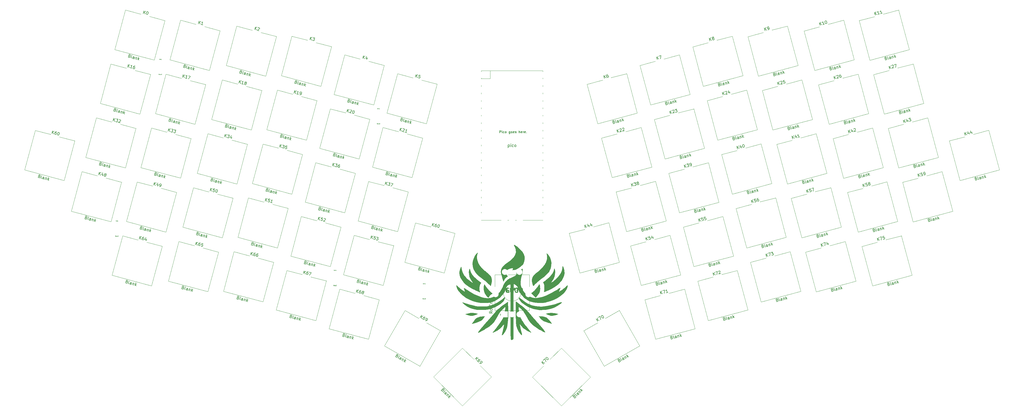
<source format=gto>
G04 #@! TF.GenerationSoftware,KiCad,Pcbnew,8.0.2*
G04 #@! TF.CreationDate,2024-06-03T01:19:23+01:00*
G04 #@! TF.ProjectId,Ashwing66,41736877-696e-4673-9636-2e6b69636164,1*
G04 #@! TF.SameCoordinates,Original*
G04 #@! TF.FileFunction,Legend,Top*
G04 #@! TF.FilePolarity,Positive*
%FSLAX46Y46*%
G04 Gerber Fmt 4.6, Leading zero omitted, Abs format (unit mm)*
G04 Created by KiCad (PCBNEW 8.0.2) date 2024-06-03 01:19:23*
%MOMM*%
%LPD*%
G01*
G04 APERTURE LIST*
G04 Aperture macros list*
%AMHorizOval*
0 Thick line with rounded ends*
0 $1 width*
0 $2 $3 position (X,Y) of the first rounded end (center of the circle)*
0 $4 $5 position (X,Y) of the second rounded end (center of the circle)*
0 Add line between two ends*
20,1,$1,$2,$3,$4,$5,0*
0 Add two circle primitives to create the rounded ends*
1,1,$1,$2,$3*
1,1,$1,$4,$5*%
G04 Aperture macros list end*
%ADD10C,0.150000*%
%ADD11C,0.074930*%
%ADD12C,0.300000*%
%ADD13C,0.120000*%
%ADD14C,0.000000*%
%ADD15C,1.700000*%
%ADD16C,1.750000*%
%ADD17C,4.000000*%
%ADD18C,2.250000*%
%ADD19C,2.000000*%
%ADD20HorizOval,2.250000X0.000000X0.000000X0.000000X0.000000X0*%
%ADD21HorizOval,2.250000X0.000000X0.000000X0.000000X0.000000X0*%
%ADD22O,2.000000X3.200000*%
%ADD23R,2.000000X2.000000*%
%ADD24HorizOval,2.250000X0.000000X0.000000X0.000000X0.000000X0*%
%ADD25C,4.900000*%
%ADD26HorizOval,2.250000X0.000000X0.000000X0.000000X0.000000X0*%
%ADD27O,1.700000X1.700000*%
%ADD28R,3.500000X1.700000*%
%ADD29R,1.700000X1.700000*%
%ADD30R,1.700000X3.500000*%
%ADD31HorizOval,2.250000X0.000000X0.000000X0.000000X0.000000X0*%
%ADD32HorizOval,2.250000X0.000000X0.000000X0.000000X0.000000X0*%
%ADD33C,0.850000*%
G04 APERTURE END LIST*
D10*
X192852975Y-132643293D02*
X192852975Y-131843293D01*
X192852975Y-131843293D02*
X193157737Y-131843293D01*
X193157737Y-131843293D02*
X193233927Y-131881388D01*
X193233927Y-131881388D02*
X193272022Y-131919483D01*
X193272022Y-131919483D02*
X193310118Y-131995674D01*
X193310118Y-131995674D02*
X193310118Y-132109959D01*
X193310118Y-132109959D02*
X193272022Y-132186150D01*
X193272022Y-132186150D02*
X193233927Y-132224245D01*
X193233927Y-132224245D02*
X193157737Y-132262340D01*
X193157737Y-132262340D02*
X192852975Y-132262340D01*
X193652975Y-132643293D02*
X193652975Y-132109959D01*
X193652975Y-131843293D02*
X193614879Y-131881388D01*
X193614879Y-131881388D02*
X193652975Y-131919483D01*
X193652975Y-131919483D02*
X193691070Y-131881388D01*
X193691070Y-131881388D02*
X193652975Y-131843293D01*
X193652975Y-131843293D02*
X193652975Y-131919483D01*
X194376784Y-132605198D02*
X194300593Y-132643293D01*
X194300593Y-132643293D02*
X194148212Y-132643293D01*
X194148212Y-132643293D02*
X194072022Y-132605198D01*
X194072022Y-132605198D02*
X194033927Y-132567102D01*
X194033927Y-132567102D02*
X193995831Y-132490912D01*
X193995831Y-132490912D02*
X193995831Y-132262340D01*
X193995831Y-132262340D02*
X194033927Y-132186150D01*
X194033927Y-132186150D02*
X194072022Y-132148055D01*
X194072022Y-132148055D02*
X194148212Y-132109959D01*
X194148212Y-132109959D02*
X194300593Y-132109959D01*
X194300593Y-132109959D02*
X194376784Y-132148055D01*
X194833926Y-132643293D02*
X194757736Y-132605198D01*
X194757736Y-132605198D02*
X194719641Y-132567102D01*
X194719641Y-132567102D02*
X194681545Y-132490912D01*
X194681545Y-132490912D02*
X194681545Y-132262340D01*
X194681545Y-132262340D02*
X194719641Y-132186150D01*
X194719641Y-132186150D02*
X194757736Y-132148055D01*
X194757736Y-132148055D02*
X194833926Y-132109959D01*
X194833926Y-132109959D02*
X194948212Y-132109959D01*
X194948212Y-132109959D02*
X195024403Y-132148055D01*
X195024403Y-132148055D02*
X195062498Y-132186150D01*
X195062498Y-132186150D02*
X195100593Y-132262340D01*
X195100593Y-132262340D02*
X195100593Y-132490912D01*
X195100593Y-132490912D02*
X195062498Y-132567102D01*
X195062498Y-132567102D02*
X195024403Y-132605198D01*
X195024403Y-132605198D02*
X194948212Y-132643293D01*
X194948212Y-132643293D02*
X194833926Y-132643293D01*
X196395832Y-132109959D02*
X196395832Y-132757578D01*
X196395832Y-132757578D02*
X196357737Y-132833769D01*
X196357737Y-132833769D02*
X196319641Y-132871864D01*
X196319641Y-132871864D02*
X196243451Y-132909959D01*
X196243451Y-132909959D02*
X196129165Y-132909959D01*
X196129165Y-132909959D02*
X196052975Y-132871864D01*
X196395832Y-132605198D02*
X196319641Y-132643293D01*
X196319641Y-132643293D02*
X196167260Y-132643293D01*
X196167260Y-132643293D02*
X196091070Y-132605198D01*
X196091070Y-132605198D02*
X196052975Y-132567102D01*
X196052975Y-132567102D02*
X196014879Y-132490912D01*
X196014879Y-132490912D02*
X196014879Y-132262340D01*
X196014879Y-132262340D02*
X196052975Y-132186150D01*
X196052975Y-132186150D02*
X196091070Y-132148055D01*
X196091070Y-132148055D02*
X196167260Y-132109959D01*
X196167260Y-132109959D02*
X196319641Y-132109959D01*
X196319641Y-132109959D02*
X196395832Y-132148055D01*
X196891070Y-132643293D02*
X196814880Y-132605198D01*
X196814880Y-132605198D02*
X196776785Y-132567102D01*
X196776785Y-132567102D02*
X196738689Y-132490912D01*
X196738689Y-132490912D02*
X196738689Y-132262340D01*
X196738689Y-132262340D02*
X196776785Y-132186150D01*
X196776785Y-132186150D02*
X196814880Y-132148055D01*
X196814880Y-132148055D02*
X196891070Y-132109959D01*
X196891070Y-132109959D02*
X197005356Y-132109959D01*
X197005356Y-132109959D02*
X197081547Y-132148055D01*
X197081547Y-132148055D02*
X197119642Y-132186150D01*
X197119642Y-132186150D02*
X197157737Y-132262340D01*
X197157737Y-132262340D02*
X197157737Y-132490912D01*
X197157737Y-132490912D02*
X197119642Y-132567102D01*
X197119642Y-132567102D02*
X197081547Y-132605198D01*
X197081547Y-132605198D02*
X197005356Y-132643293D01*
X197005356Y-132643293D02*
X196891070Y-132643293D01*
X197805357Y-132605198D02*
X197729166Y-132643293D01*
X197729166Y-132643293D02*
X197576785Y-132643293D01*
X197576785Y-132643293D02*
X197500595Y-132605198D01*
X197500595Y-132605198D02*
X197462499Y-132529007D01*
X197462499Y-132529007D02*
X197462499Y-132224245D01*
X197462499Y-132224245D02*
X197500595Y-132148055D01*
X197500595Y-132148055D02*
X197576785Y-132109959D01*
X197576785Y-132109959D02*
X197729166Y-132109959D01*
X197729166Y-132109959D02*
X197805357Y-132148055D01*
X197805357Y-132148055D02*
X197843452Y-132224245D01*
X197843452Y-132224245D02*
X197843452Y-132300436D01*
X197843452Y-132300436D02*
X197462499Y-132376626D01*
X198148213Y-132605198D02*
X198224404Y-132643293D01*
X198224404Y-132643293D02*
X198376785Y-132643293D01*
X198376785Y-132643293D02*
X198452975Y-132605198D01*
X198452975Y-132605198D02*
X198491071Y-132529007D01*
X198491071Y-132529007D02*
X198491071Y-132490912D01*
X198491071Y-132490912D02*
X198452975Y-132414721D01*
X198452975Y-132414721D02*
X198376785Y-132376626D01*
X198376785Y-132376626D02*
X198262499Y-132376626D01*
X198262499Y-132376626D02*
X198186309Y-132338531D01*
X198186309Y-132338531D02*
X198148213Y-132262340D01*
X198148213Y-132262340D02*
X198148213Y-132224245D01*
X198148213Y-132224245D02*
X198186309Y-132148055D01*
X198186309Y-132148055D02*
X198262499Y-132109959D01*
X198262499Y-132109959D02*
X198376785Y-132109959D01*
X198376785Y-132109959D02*
X198452975Y-132148055D01*
X199443452Y-132643293D02*
X199443452Y-131843293D01*
X199786309Y-132643293D02*
X199786309Y-132224245D01*
X199786309Y-132224245D02*
X199748214Y-132148055D01*
X199748214Y-132148055D02*
X199672023Y-132109959D01*
X199672023Y-132109959D02*
X199557737Y-132109959D01*
X199557737Y-132109959D02*
X199481547Y-132148055D01*
X199481547Y-132148055D02*
X199443452Y-132186150D01*
X200472024Y-132605198D02*
X200395833Y-132643293D01*
X200395833Y-132643293D02*
X200243452Y-132643293D01*
X200243452Y-132643293D02*
X200167262Y-132605198D01*
X200167262Y-132605198D02*
X200129166Y-132529007D01*
X200129166Y-132529007D02*
X200129166Y-132224245D01*
X200129166Y-132224245D02*
X200167262Y-132148055D01*
X200167262Y-132148055D02*
X200243452Y-132109959D01*
X200243452Y-132109959D02*
X200395833Y-132109959D01*
X200395833Y-132109959D02*
X200472024Y-132148055D01*
X200472024Y-132148055D02*
X200510119Y-132224245D01*
X200510119Y-132224245D02*
X200510119Y-132300436D01*
X200510119Y-132300436D02*
X200129166Y-132376626D01*
X200852976Y-132643293D02*
X200852976Y-132109959D01*
X200852976Y-132262340D02*
X200891071Y-132186150D01*
X200891071Y-132186150D02*
X200929166Y-132148055D01*
X200929166Y-132148055D02*
X201005357Y-132109959D01*
X201005357Y-132109959D02*
X201081547Y-132109959D01*
X201652976Y-132605198D02*
X201576785Y-132643293D01*
X201576785Y-132643293D02*
X201424404Y-132643293D01*
X201424404Y-132643293D02*
X201348214Y-132605198D01*
X201348214Y-132605198D02*
X201310118Y-132529007D01*
X201310118Y-132529007D02*
X201310118Y-132224245D01*
X201310118Y-132224245D02*
X201348214Y-132148055D01*
X201348214Y-132148055D02*
X201424404Y-132109959D01*
X201424404Y-132109959D02*
X201576785Y-132109959D01*
X201576785Y-132109959D02*
X201652976Y-132148055D01*
X201652976Y-132148055D02*
X201691071Y-132224245D01*
X201691071Y-132224245D02*
X201691071Y-132300436D01*
X201691071Y-132300436D02*
X201310118Y-132376626D01*
X202033928Y-132567102D02*
X202072023Y-132605198D01*
X202072023Y-132605198D02*
X202033928Y-132643293D01*
X202033928Y-132643293D02*
X201995832Y-132605198D01*
X201995832Y-132605198D02*
X202033928Y-132567102D01*
X202033928Y-132567102D02*
X202033928Y-132643293D01*
X222024985Y-165019313D02*
X221766166Y-164053387D01*
X222576943Y-164871417D02*
X222015078Y-164430381D01*
X222318124Y-163905491D02*
X221914063Y-164605345D01*
X223232333Y-164005621D02*
X223404879Y-164649572D01*
X222903753Y-163699273D02*
X222858642Y-164450844D01*
X222858642Y-164450844D02*
X223456596Y-164290622D01*
X224152263Y-163759127D02*
X224324809Y-164403077D01*
X223823683Y-163452779D02*
X223778571Y-164204349D01*
X223778571Y-164204349D02*
X224376525Y-164044128D01*
X225689320Y-179798696D02*
X225839634Y-179807719D01*
X225839634Y-179807719D02*
X225897956Y-179841391D01*
X225897956Y-179841391D02*
X225968602Y-179921059D01*
X225968602Y-179921059D02*
X226005576Y-180059048D01*
X226005576Y-180059048D02*
X225984229Y-180163366D01*
X225984229Y-180163366D02*
X225950557Y-180221687D01*
X225950557Y-180221687D02*
X225870889Y-180292333D01*
X225870889Y-180292333D02*
X225502917Y-180390931D01*
X225502917Y-180390931D02*
X225244098Y-179425005D01*
X225244098Y-179425005D02*
X225566073Y-179338732D01*
X225566073Y-179338732D02*
X225670391Y-179360079D01*
X225670391Y-179360079D02*
X225728712Y-179393751D01*
X225728712Y-179393751D02*
X225799358Y-179473419D01*
X225799358Y-179473419D02*
X225824007Y-179565412D01*
X225824007Y-179565412D02*
X225802660Y-179669729D01*
X225802660Y-179669729D02*
X225768989Y-179728051D01*
X225768989Y-179728051D02*
X225689320Y-179798696D01*
X225689320Y-179798696D02*
X225367345Y-179884970D01*
X226606832Y-180095137D02*
X226502514Y-180073790D01*
X226502514Y-180073790D02*
X226431869Y-179994122D01*
X226431869Y-179994122D02*
X226210024Y-179166186D01*
X227388773Y-179885617D02*
X227253201Y-179379656D01*
X227253201Y-179379656D02*
X227182555Y-179299988D01*
X227182555Y-179299988D02*
X227078237Y-179278641D01*
X227078237Y-179278641D02*
X226894251Y-179327940D01*
X226894251Y-179327940D02*
X226814583Y-179398586D01*
X227376448Y-179839621D02*
X227296780Y-179910267D01*
X227296780Y-179910267D02*
X227066797Y-179971890D01*
X227066797Y-179971890D02*
X226962480Y-179950543D01*
X226962480Y-179950543D02*
X226891834Y-179870875D01*
X226891834Y-179870875D02*
X226867184Y-179778882D01*
X226867184Y-179778882D02*
X226888531Y-179674564D01*
X226888531Y-179674564D02*
X226968200Y-179603918D01*
X226968200Y-179603918D02*
X227198182Y-179542295D01*
X227198182Y-179542295D02*
X227277850Y-179471649D01*
X227676191Y-179118419D02*
X227848737Y-179762370D01*
X227700841Y-179210412D02*
X227734512Y-179152091D01*
X227734512Y-179152091D02*
X227814181Y-179081445D01*
X227814181Y-179081445D02*
X227952170Y-179044471D01*
X227952170Y-179044471D02*
X228056488Y-179065818D01*
X228056488Y-179065818D02*
X228127134Y-179145486D01*
X228127134Y-179145486D02*
X228262706Y-179651448D01*
X228722670Y-179528200D02*
X228463851Y-178562275D01*
X228716066Y-179135579D02*
X229090642Y-179429603D01*
X228918096Y-178785652D02*
X228648722Y-179252222D01*
X74877958Y-150406327D02*
X75136777Y-149440401D01*
X75429915Y-150554223D02*
X75163844Y-149891343D01*
X75688734Y-149588297D02*
X74988880Y-149992358D01*
X76430398Y-150132118D02*
X76257852Y-150776068D01*
X76299013Y-149702522D02*
X75884160Y-150330846D01*
X75884160Y-150330846D02*
X76482114Y-150491067D01*
X76809809Y-150923965D02*
X76993795Y-150973264D01*
X76993795Y-150973264D02*
X77098113Y-150951917D01*
X77098113Y-150951917D02*
X77156434Y-150918245D01*
X77156434Y-150918245D02*
X77285401Y-150804905D01*
X77285401Y-150804905D02*
X77380697Y-150633244D01*
X77380697Y-150633244D02*
X77479294Y-150265272D01*
X77479294Y-150265272D02*
X77457947Y-150160954D01*
X77457947Y-150160954D02*
X77424275Y-150102633D01*
X77424275Y-150102633D02*
X77344607Y-150031987D01*
X77344607Y-150031987D02*
X77160621Y-149982688D01*
X77160621Y-149982688D02*
X77056304Y-150004035D01*
X77056304Y-150004035D02*
X76997983Y-150037707D01*
X76997983Y-150037707D02*
X76927337Y-150117375D01*
X76927337Y-150117375D02*
X76865713Y-150347358D01*
X76865713Y-150347358D02*
X76887060Y-150451675D01*
X76887060Y-150451675D02*
X76920732Y-150509997D01*
X76920732Y-150509997D02*
X77000400Y-150580642D01*
X77000400Y-150580642D02*
X77184386Y-150629941D01*
X77184386Y-150629941D02*
X77288704Y-150608594D01*
X77288704Y-150608594D02*
X77347025Y-150574923D01*
X77347025Y-150574923D02*
X77417671Y-150495254D01*
X70661672Y-165037818D02*
X70787337Y-165120789D01*
X70787337Y-165120789D02*
X70821009Y-165179110D01*
X70821009Y-165179110D02*
X70842356Y-165283428D01*
X70842356Y-165283428D02*
X70805382Y-165421417D01*
X70805382Y-165421417D02*
X70734736Y-165501085D01*
X70734736Y-165501085D02*
X70676415Y-165534757D01*
X70676415Y-165534757D02*
X70572097Y-165556104D01*
X70572097Y-165556104D02*
X70204125Y-165457506D01*
X70204125Y-165457506D02*
X70462944Y-164491580D01*
X70462944Y-164491580D02*
X70784920Y-164577853D01*
X70784920Y-164577853D02*
X70864588Y-164648499D01*
X70864588Y-164648499D02*
X70898260Y-164706821D01*
X70898260Y-164706821D02*
X70919607Y-164811138D01*
X70919607Y-164811138D02*
X70894957Y-164903131D01*
X70894957Y-164903131D02*
X70824311Y-164982799D01*
X70824311Y-164982799D02*
X70765990Y-165016471D01*
X70765990Y-165016471D02*
X70661672Y-165037818D01*
X70661672Y-165037818D02*
X70339697Y-164951545D01*
X71308040Y-165753299D02*
X71228372Y-165682654D01*
X71228372Y-165682654D02*
X71207025Y-165578336D01*
X71207025Y-165578336D02*
X71428870Y-164750399D01*
X72089981Y-165962820D02*
X72225553Y-165456859D01*
X72225553Y-165456859D02*
X72204206Y-165352541D01*
X72204206Y-165352541D02*
X72124538Y-165281895D01*
X72124538Y-165281895D02*
X71940552Y-165232596D01*
X71940552Y-165232596D02*
X71836234Y-165253943D01*
X72102306Y-165916823D02*
X71997988Y-165938170D01*
X71997988Y-165938170D02*
X71768006Y-165876547D01*
X71768006Y-165876547D02*
X71688337Y-165805901D01*
X71688337Y-165805901D02*
X71666990Y-165701583D01*
X71666990Y-165701583D02*
X71691640Y-165609590D01*
X71691640Y-165609590D02*
X71762286Y-165529922D01*
X71762286Y-165529922D02*
X71866603Y-165508575D01*
X71866603Y-165508575D02*
X72096586Y-165570199D01*
X72096586Y-165570199D02*
X72200903Y-165548852D01*
X72722492Y-165442116D02*
X72549946Y-166086067D01*
X72697842Y-165534109D02*
X72756163Y-165500438D01*
X72756163Y-165500438D02*
X72860481Y-165479091D01*
X72860481Y-165479091D02*
X72998470Y-165516065D01*
X72998470Y-165516065D02*
X73078139Y-165586711D01*
X73078139Y-165586711D02*
X73099486Y-165691028D01*
X73099486Y-165691028D02*
X72963914Y-166196989D01*
X73423879Y-166320237D02*
X73682698Y-165354311D01*
X73614469Y-165976914D02*
X73791850Y-166418834D01*
X73964396Y-165774884D02*
X73497827Y-166044258D01*
X316890651Y-151036839D02*
X316631832Y-150070913D01*
X317442609Y-150888943D02*
X316880744Y-150447907D01*
X317183790Y-149923017D02*
X316779729Y-150622871D01*
X318057723Y-149688847D02*
X317597758Y-149812094D01*
X317597758Y-149812094D02*
X317675009Y-150284384D01*
X317675009Y-150284384D02*
X317708681Y-150226063D01*
X317708681Y-150226063D02*
X317788349Y-150155417D01*
X317788349Y-150155417D02*
X318018331Y-150093793D01*
X318018331Y-150093793D02*
X318122649Y-150115140D01*
X318122649Y-150115140D02*
X318180970Y-150148812D01*
X318180970Y-150148812D02*
X318251616Y-150228480D01*
X318251616Y-150228480D02*
X318313239Y-150458462D01*
X318313239Y-150458462D02*
X318291892Y-150562780D01*
X318291892Y-150562780D02*
X318258221Y-150621101D01*
X318258221Y-150621101D02*
X318178552Y-150691747D01*
X318178552Y-150691747D02*
X317948570Y-150753371D01*
X317948570Y-150753371D02*
X317844252Y-150732024D01*
X317844252Y-150732024D02*
X317785931Y-150698352D01*
X318766599Y-149942594D02*
X318662282Y-149921247D01*
X318662282Y-149921247D02*
X318603961Y-149887575D01*
X318603961Y-149887575D02*
X318533315Y-149807907D01*
X318533315Y-149807907D02*
X318520990Y-149761911D01*
X318520990Y-149761911D02*
X318542337Y-149657593D01*
X318542337Y-149657593D02*
X318576009Y-149599272D01*
X318576009Y-149599272D02*
X318655677Y-149528626D01*
X318655677Y-149528626D02*
X318839663Y-149479327D01*
X318839663Y-149479327D02*
X318943980Y-149500674D01*
X318943980Y-149500674D02*
X319002302Y-149534346D01*
X319002302Y-149534346D02*
X319072948Y-149614014D01*
X319072948Y-149614014D02*
X319085272Y-149660010D01*
X319085272Y-149660010D02*
X319063925Y-149764328D01*
X319063925Y-149764328D02*
X319030253Y-149822649D01*
X319030253Y-149822649D02*
X318950585Y-149893295D01*
X318950585Y-149893295D02*
X318766599Y-149942594D01*
X318766599Y-149942594D02*
X318686931Y-150013240D01*
X318686931Y-150013240D02*
X318653259Y-150071561D01*
X318653259Y-150071561D02*
X318631912Y-150175879D01*
X318631912Y-150175879D02*
X318681211Y-150359865D01*
X318681211Y-150359865D02*
X318751857Y-150439533D01*
X318751857Y-150439533D02*
X318810178Y-150473205D01*
X318810178Y-150473205D02*
X318914496Y-150494552D01*
X318914496Y-150494552D02*
X319098482Y-150445253D01*
X319098482Y-150445253D02*
X319178150Y-150374607D01*
X319178150Y-150374607D02*
X319211822Y-150316286D01*
X319211822Y-150316286D02*
X319233169Y-150211968D01*
X319233169Y-150211968D02*
X319183870Y-150027982D01*
X319183870Y-150027982D02*
X319113224Y-149948314D01*
X319113224Y-149948314D02*
X319054903Y-149914642D01*
X319054903Y-149914642D02*
X318950585Y-149893295D01*
X320554986Y-165816222D02*
X320705300Y-165825245D01*
X320705300Y-165825245D02*
X320763622Y-165858917D01*
X320763622Y-165858917D02*
X320834268Y-165938585D01*
X320834268Y-165938585D02*
X320871242Y-166076574D01*
X320871242Y-166076574D02*
X320849895Y-166180892D01*
X320849895Y-166180892D02*
X320816223Y-166239213D01*
X320816223Y-166239213D02*
X320736555Y-166309859D01*
X320736555Y-166309859D02*
X320368583Y-166408457D01*
X320368583Y-166408457D02*
X320109764Y-165442531D01*
X320109764Y-165442531D02*
X320431739Y-165356258D01*
X320431739Y-165356258D02*
X320536057Y-165377605D01*
X320536057Y-165377605D02*
X320594378Y-165411277D01*
X320594378Y-165411277D02*
X320665024Y-165490945D01*
X320665024Y-165490945D02*
X320689673Y-165582938D01*
X320689673Y-165582938D02*
X320668326Y-165687255D01*
X320668326Y-165687255D02*
X320634655Y-165745577D01*
X320634655Y-165745577D02*
X320554986Y-165816222D01*
X320554986Y-165816222D02*
X320233011Y-165902496D01*
X321472498Y-166112663D02*
X321368180Y-166091316D01*
X321368180Y-166091316D02*
X321297535Y-166011648D01*
X321297535Y-166011648D02*
X321075690Y-165183712D01*
X322254439Y-165903143D02*
X322118867Y-165397182D01*
X322118867Y-165397182D02*
X322048221Y-165317514D01*
X322048221Y-165317514D02*
X321943903Y-165296167D01*
X321943903Y-165296167D02*
X321759917Y-165345466D01*
X321759917Y-165345466D02*
X321680249Y-165416112D01*
X322242114Y-165857147D02*
X322162446Y-165927793D01*
X322162446Y-165927793D02*
X321932463Y-165989416D01*
X321932463Y-165989416D02*
X321828146Y-165968069D01*
X321828146Y-165968069D02*
X321757500Y-165888401D01*
X321757500Y-165888401D02*
X321732850Y-165796408D01*
X321732850Y-165796408D02*
X321754197Y-165692090D01*
X321754197Y-165692090D02*
X321833866Y-165621444D01*
X321833866Y-165621444D02*
X322063848Y-165559821D01*
X322063848Y-165559821D02*
X322143516Y-165489175D01*
X322541857Y-165135945D02*
X322714403Y-165779896D01*
X322566507Y-165227938D02*
X322600178Y-165169617D01*
X322600178Y-165169617D02*
X322679847Y-165098971D01*
X322679847Y-165098971D02*
X322817836Y-165061997D01*
X322817836Y-165061997D02*
X322922154Y-165083344D01*
X322922154Y-165083344D02*
X322992800Y-165163012D01*
X322992800Y-165163012D02*
X323128372Y-165668974D01*
X323588336Y-165545726D02*
X323329517Y-164579801D01*
X323581732Y-165153105D02*
X323956308Y-165447129D01*
X323783762Y-164803178D02*
X323514388Y-165269748D01*
X233034500Y-132471090D02*
X232775681Y-131505164D01*
X233586458Y-132323194D02*
X233024593Y-131882158D01*
X233327639Y-131357268D02*
X232923578Y-132057122D01*
X233720260Y-131350663D02*
X233753932Y-131292342D01*
X233753932Y-131292342D02*
X233833600Y-131221696D01*
X233833600Y-131221696D02*
X234063582Y-131160072D01*
X234063582Y-131160072D02*
X234167900Y-131181419D01*
X234167900Y-131181419D02*
X234226221Y-131215091D01*
X234226221Y-131215091D02*
X234296867Y-131294759D01*
X234296867Y-131294759D02*
X234321517Y-131386752D01*
X234321517Y-131386752D02*
X234312494Y-131537066D01*
X234312494Y-131537066D02*
X233908433Y-132236921D01*
X233908433Y-132236921D02*
X234506387Y-132076699D01*
X234640190Y-131104169D02*
X234673861Y-131045848D01*
X234673861Y-131045848D02*
X234753529Y-130975202D01*
X234753529Y-130975202D02*
X234983512Y-130913578D01*
X234983512Y-130913578D02*
X235087829Y-130934925D01*
X235087829Y-130934925D02*
X235146151Y-130968597D01*
X235146151Y-130968597D02*
X235216797Y-131048265D01*
X235216797Y-131048265D02*
X235241446Y-131140258D01*
X235241446Y-131140258D02*
X235232424Y-131290572D01*
X235232424Y-131290572D02*
X234828363Y-131990426D01*
X234828363Y-131990426D02*
X235426317Y-131830205D01*
X236698835Y-147250473D02*
X236849149Y-147259496D01*
X236849149Y-147259496D02*
X236907471Y-147293168D01*
X236907471Y-147293168D02*
X236978117Y-147372836D01*
X236978117Y-147372836D02*
X237015091Y-147510825D01*
X237015091Y-147510825D02*
X236993744Y-147615143D01*
X236993744Y-147615143D02*
X236960072Y-147673464D01*
X236960072Y-147673464D02*
X236880404Y-147744110D01*
X236880404Y-147744110D02*
X236512432Y-147842708D01*
X236512432Y-147842708D02*
X236253613Y-146876782D01*
X236253613Y-146876782D02*
X236575588Y-146790509D01*
X236575588Y-146790509D02*
X236679906Y-146811856D01*
X236679906Y-146811856D02*
X236738227Y-146845528D01*
X236738227Y-146845528D02*
X236808873Y-146925196D01*
X236808873Y-146925196D02*
X236833522Y-147017189D01*
X236833522Y-147017189D02*
X236812175Y-147121506D01*
X236812175Y-147121506D02*
X236778504Y-147179828D01*
X236778504Y-147179828D02*
X236698835Y-147250473D01*
X236698835Y-147250473D02*
X236376860Y-147336747D01*
X237616347Y-147546914D02*
X237512029Y-147525567D01*
X237512029Y-147525567D02*
X237441384Y-147445899D01*
X237441384Y-147445899D02*
X237219539Y-146617963D01*
X238398288Y-147337394D02*
X238262716Y-146831433D01*
X238262716Y-146831433D02*
X238192070Y-146751765D01*
X238192070Y-146751765D02*
X238087752Y-146730418D01*
X238087752Y-146730418D02*
X237903766Y-146779717D01*
X237903766Y-146779717D02*
X237824098Y-146850363D01*
X238385963Y-147291398D02*
X238306295Y-147362044D01*
X238306295Y-147362044D02*
X238076312Y-147423667D01*
X238076312Y-147423667D02*
X237971995Y-147402320D01*
X237971995Y-147402320D02*
X237901349Y-147322652D01*
X237901349Y-147322652D02*
X237876699Y-147230659D01*
X237876699Y-147230659D02*
X237898046Y-147126341D01*
X237898046Y-147126341D02*
X237977715Y-147055695D01*
X237977715Y-147055695D02*
X238207697Y-146994072D01*
X238207697Y-146994072D02*
X238287365Y-146923426D01*
X238685706Y-146570196D02*
X238858252Y-147214147D01*
X238710356Y-146662189D02*
X238744027Y-146603868D01*
X238744027Y-146603868D02*
X238823696Y-146533222D01*
X238823696Y-146533222D02*
X238961685Y-146496248D01*
X238961685Y-146496248D02*
X239066003Y-146517595D01*
X239066003Y-146517595D02*
X239136649Y-146597263D01*
X239136649Y-146597263D02*
X239272221Y-147103225D01*
X239732185Y-146979977D02*
X239473366Y-146014052D01*
X239725581Y-146587356D02*
X240100157Y-146881380D01*
X239927611Y-146237429D02*
X239658237Y-146703999D01*
X307029640Y-114235072D02*
X306770821Y-113269146D01*
X307581598Y-114087176D02*
X307019733Y-113646140D01*
X307322779Y-113121250D02*
X306918718Y-113821104D01*
X307715400Y-113114645D02*
X307749072Y-113056324D01*
X307749072Y-113056324D02*
X307828740Y-112985678D01*
X307828740Y-112985678D02*
X308058722Y-112924054D01*
X308058722Y-112924054D02*
X308163040Y-112945401D01*
X308163040Y-112945401D02*
X308221361Y-112979073D01*
X308221361Y-112979073D02*
X308292007Y-113058741D01*
X308292007Y-113058741D02*
X308316657Y-113150734D01*
X308316657Y-113150734D02*
X308307634Y-113301048D01*
X308307634Y-113301048D02*
X307903573Y-114000903D01*
X307903573Y-114000903D02*
X308501527Y-113840681D01*
X309070645Y-112652911D02*
X308886659Y-112702209D01*
X308886659Y-112702209D02*
X308806991Y-112772855D01*
X308806991Y-112772855D02*
X308773319Y-112831177D01*
X308773319Y-112831177D02*
X308718300Y-112993815D01*
X308718300Y-112993815D02*
X308721603Y-113190126D01*
X308721603Y-113190126D02*
X308820200Y-113558098D01*
X308820200Y-113558098D02*
X308890846Y-113637766D01*
X308890846Y-113637766D02*
X308949167Y-113671438D01*
X308949167Y-113671438D02*
X309053485Y-113692785D01*
X309053485Y-113692785D02*
X309237471Y-113643486D01*
X309237471Y-113643486D02*
X309317139Y-113572840D01*
X309317139Y-113572840D02*
X309350811Y-113514519D01*
X309350811Y-113514519D02*
X309372158Y-113410201D01*
X309372158Y-113410201D02*
X309310534Y-113180219D01*
X309310534Y-113180219D02*
X309239888Y-113100551D01*
X309239888Y-113100551D02*
X309181567Y-113066879D01*
X309181567Y-113066879D02*
X309077250Y-113045532D01*
X309077250Y-113045532D02*
X308893264Y-113094831D01*
X308893264Y-113094831D02*
X308813595Y-113165477D01*
X308813595Y-113165477D02*
X308779924Y-113223798D01*
X308779924Y-113223798D02*
X308758577Y-113328115D01*
X310693975Y-129014455D02*
X310844289Y-129023478D01*
X310844289Y-129023478D02*
X310902611Y-129057150D01*
X310902611Y-129057150D02*
X310973257Y-129136818D01*
X310973257Y-129136818D02*
X311010231Y-129274807D01*
X311010231Y-129274807D02*
X310988884Y-129379125D01*
X310988884Y-129379125D02*
X310955212Y-129437446D01*
X310955212Y-129437446D02*
X310875544Y-129508092D01*
X310875544Y-129508092D02*
X310507572Y-129606690D01*
X310507572Y-129606690D02*
X310248753Y-128640764D01*
X310248753Y-128640764D02*
X310570728Y-128554491D01*
X310570728Y-128554491D02*
X310675046Y-128575838D01*
X310675046Y-128575838D02*
X310733367Y-128609510D01*
X310733367Y-128609510D02*
X310804013Y-128689178D01*
X310804013Y-128689178D02*
X310828662Y-128781171D01*
X310828662Y-128781171D02*
X310807315Y-128885488D01*
X310807315Y-128885488D02*
X310773644Y-128943810D01*
X310773644Y-128943810D02*
X310693975Y-129014455D01*
X310693975Y-129014455D02*
X310372000Y-129100729D01*
X311611487Y-129310896D02*
X311507169Y-129289549D01*
X311507169Y-129289549D02*
X311436524Y-129209881D01*
X311436524Y-129209881D02*
X311214679Y-128381945D01*
X312393428Y-129101376D02*
X312257856Y-128595415D01*
X312257856Y-128595415D02*
X312187210Y-128515747D01*
X312187210Y-128515747D02*
X312082892Y-128494400D01*
X312082892Y-128494400D02*
X311898906Y-128543699D01*
X311898906Y-128543699D02*
X311819238Y-128614345D01*
X312381103Y-129055380D02*
X312301435Y-129126026D01*
X312301435Y-129126026D02*
X312071452Y-129187649D01*
X312071452Y-129187649D02*
X311967135Y-129166302D01*
X311967135Y-129166302D02*
X311896489Y-129086634D01*
X311896489Y-129086634D02*
X311871839Y-128994641D01*
X311871839Y-128994641D02*
X311893186Y-128890323D01*
X311893186Y-128890323D02*
X311972855Y-128819677D01*
X311972855Y-128819677D02*
X312202837Y-128758054D01*
X312202837Y-128758054D02*
X312282505Y-128687408D01*
X312680846Y-128334178D02*
X312853392Y-128978129D01*
X312705496Y-128426171D02*
X312739167Y-128367850D01*
X312739167Y-128367850D02*
X312818836Y-128297204D01*
X312818836Y-128297204D02*
X312956825Y-128260230D01*
X312956825Y-128260230D02*
X313061143Y-128281577D01*
X313061143Y-128281577D02*
X313131789Y-128361245D01*
X313131789Y-128361245D02*
X313267361Y-128867207D01*
X313727325Y-128743959D02*
X313468506Y-127778034D01*
X313720721Y-128351338D02*
X314095297Y-128645362D01*
X313922751Y-128001411D02*
X313653377Y-128467981D01*
X302631382Y-171424084D02*
X302372563Y-170458158D01*
X303183340Y-171276188D02*
X302621475Y-170835152D01*
X302924521Y-170310262D02*
X302520460Y-171010116D01*
X303246496Y-170223989D02*
X303890447Y-170051443D01*
X303890447Y-170051443D02*
X303735298Y-171128291D01*
X304758660Y-170163898D02*
X304931206Y-170807848D01*
X304430080Y-169857550D02*
X304384968Y-170609120D01*
X304384968Y-170609120D02*
X304982922Y-170448899D01*
X306295717Y-186203467D02*
X306446031Y-186212490D01*
X306446031Y-186212490D02*
X306504353Y-186246162D01*
X306504353Y-186246162D02*
X306574999Y-186325830D01*
X306574999Y-186325830D02*
X306611973Y-186463819D01*
X306611973Y-186463819D02*
X306590626Y-186568137D01*
X306590626Y-186568137D02*
X306556954Y-186626458D01*
X306556954Y-186626458D02*
X306477286Y-186697104D01*
X306477286Y-186697104D02*
X306109314Y-186795702D01*
X306109314Y-186795702D02*
X305850495Y-185829776D01*
X305850495Y-185829776D02*
X306172470Y-185743503D01*
X306172470Y-185743503D02*
X306276788Y-185764850D01*
X306276788Y-185764850D02*
X306335109Y-185798522D01*
X306335109Y-185798522D02*
X306405755Y-185878190D01*
X306405755Y-185878190D02*
X306430404Y-185970183D01*
X306430404Y-185970183D02*
X306409057Y-186074500D01*
X306409057Y-186074500D02*
X306375386Y-186132822D01*
X306375386Y-186132822D02*
X306295717Y-186203467D01*
X306295717Y-186203467D02*
X305973742Y-186289741D01*
X307213229Y-186499908D02*
X307108911Y-186478561D01*
X307108911Y-186478561D02*
X307038266Y-186398893D01*
X307038266Y-186398893D02*
X306816421Y-185570957D01*
X307995170Y-186290388D02*
X307859598Y-185784427D01*
X307859598Y-185784427D02*
X307788952Y-185704759D01*
X307788952Y-185704759D02*
X307684634Y-185683412D01*
X307684634Y-185683412D02*
X307500648Y-185732711D01*
X307500648Y-185732711D02*
X307420980Y-185803357D01*
X307982845Y-186244392D02*
X307903177Y-186315038D01*
X307903177Y-186315038D02*
X307673194Y-186376661D01*
X307673194Y-186376661D02*
X307568877Y-186355314D01*
X307568877Y-186355314D02*
X307498231Y-186275646D01*
X307498231Y-186275646D02*
X307473581Y-186183653D01*
X307473581Y-186183653D02*
X307494928Y-186079335D01*
X307494928Y-186079335D02*
X307574597Y-186008689D01*
X307574597Y-186008689D02*
X307804579Y-185947066D01*
X307804579Y-185947066D02*
X307884247Y-185876420D01*
X308282588Y-185523190D02*
X308455134Y-186167141D01*
X308307238Y-185615183D02*
X308340909Y-185556862D01*
X308340909Y-185556862D02*
X308420578Y-185486216D01*
X308420578Y-185486216D02*
X308558567Y-185449242D01*
X308558567Y-185449242D02*
X308662885Y-185470589D01*
X308662885Y-185470589D02*
X308733531Y-185550257D01*
X308733531Y-185550257D02*
X308869103Y-186056219D01*
X309329067Y-185932971D02*
X309070248Y-184967046D01*
X309322463Y-185540350D02*
X309697039Y-185834374D01*
X309524493Y-185190423D02*
X309255119Y-185656993D01*
X79808463Y-132005434D02*
X80067282Y-131039508D01*
X80360420Y-132153330D02*
X80094349Y-131490450D01*
X80619239Y-131187404D02*
X79919385Y-131591465D01*
X80941215Y-131273677D02*
X81539169Y-131433899D01*
X81539169Y-131433899D02*
X81118596Y-131715598D01*
X81118596Y-131715598D02*
X81256585Y-131752572D01*
X81256585Y-131752572D02*
X81336253Y-131823218D01*
X81336253Y-131823218D02*
X81369925Y-131881539D01*
X81369925Y-131881539D02*
X81391272Y-131985856D01*
X81391272Y-131985856D02*
X81329649Y-132215839D01*
X81329649Y-132215839D02*
X81259003Y-132295507D01*
X81259003Y-132295507D02*
X81200681Y-132329179D01*
X81200681Y-132329179D02*
X81096364Y-132350526D01*
X81096364Y-132350526D02*
X80820385Y-132276577D01*
X80820385Y-132276577D02*
X80740717Y-132205932D01*
X80740717Y-132205932D02*
X80707045Y-132147610D01*
X81861144Y-131520172D02*
X82459098Y-131680393D01*
X82459098Y-131680393D02*
X82038525Y-131962092D01*
X82038525Y-131962092D02*
X82176515Y-131999066D01*
X82176515Y-131999066D02*
X82256183Y-132069712D01*
X82256183Y-132069712D02*
X82289854Y-132128033D01*
X82289854Y-132128033D02*
X82311202Y-132232351D01*
X82311202Y-132232351D02*
X82249578Y-132462333D01*
X82249578Y-132462333D02*
X82178932Y-132542001D01*
X82178932Y-132542001D02*
X82120611Y-132575673D01*
X82120611Y-132575673D02*
X82016293Y-132597020D01*
X82016293Y-132597020D02*
X81740314Y-132523072D01*
X81740314Y-132523072D02*
X81660646Y-132452426D01*
X81660646Y-132452426D02*
X81626974Y-132394105D01*
X75592177Y-146636925D02*
X75717842Y-146719896D01*
X75717842Y-146719896D02*
X75751514Y-146778217D01*
X75751514Y-146778217D02*
X75772861Y-146882535D01*
X75772861Y-146882535D02*
X75735887Y-147020524D01*
X75735887Y-147020524D02*
X75665241Y-147100192D01*
X75665241Y-147100192D02*
X75606920Y-147133864D01*
X75606920Y-147133864D02*
X75502602Y-147155211D01*
X75502602Y-147155211D02*
X75134630Y-147056613D01*
X75134630Y-147056613D02*
X75393449Y-146090687D01*
X75393449Y-146090687D02*
X75715425Y-146176960D01*
X75715425Y-146176960D02*
X75795093Y-146247606D01*
X75795093Y-146247606D02*
X75828765Y-146305928D01*
X75828765Y-146305928D02*
X75850112Y-146410245D01*
X75850112Y-146410245D02*
X75825462Y-146502238D01*
X75825462Y-146502238D02*
X75754816Y-146581906D01*
X75754816Y-146581906D02*
X75696495Y-146615578D01*
X75696495Y-146615578D02*
X75592177Y-146636925D01*
X75592177Y-146636925D02*
X75270202Y-146550652D01*
X76238545Y-147352406D02*
X76158877Y-147281761D01*
X76158877Y-147281761D02*
X76137530Y-147177443D01*
X76137530Y-147177443D02*
X76359375Y-146349506D01*
X77020486Y-147561927D02*
X77156058Y-147055966D01*
X77156058Y-147055966D02*
X77134711Y-146951648D01*
X77134711Y-146951648D02*
X77055043Y-146881002D01*
X77055043Y-146881002D02*
X76871057Y-146831703D01*
X76871057Y-146831703D02*
X76766739Y-146853050D01*
X77032811Y-147515930D02*
X76928493Y-147537277D01*
X76928493Y-147537277D02*
X76698511Y-147475654D01*
X76698511Y-147475654D02*
X76618842Y-147405008D01*
X76618842Y-147405008D02*
X76597495Y-147300690D01*
X76597495Y-147300690D02*
X76622145Y-147208697D01*
X76622145Y-147208697D02*
X76692791Y-147129029D01*
X76692791Y-147129029D02*
X76797108Y-147107682D01*
X76797108Y-147107682D02*
X77027091Y-147169306D01*
X77027091Y-147169306D02*
X77131408Y-147147959D01*
X77652997Y-147041223D02*
X77480451Y-147685174D01*
X77628347Y-147133216D02*
X77686668Y-147099545D01*
X77686668Y-147099545D02*
X77790986Y-147078198D01*
X77790986Y-147078198D02*
X77928975Y-147115172D01*
X77928975Y-147115172D02*
X78008644Y-147185818D01*
X78008644Y-147185818D02*
X78029991Y-147290135D01*
X78029991Y-147290135D02*
X77894419Y-147796096D01*
X78354384Y-147919344D02*
X78613203Y-146953418D01*
X78544974Y-147576021D02*
X78722355Y-148017941D01*
X78894901Y-147373991D02*
X78428332Y-147643365D01*
X65949521Y-110124192D02*
X66208340Y-109158266D01*
X66501478Y-110272088D02*
X66235407Y-109609208D01*
X66760297Y-109306162D02*
X66060443Y-109710223D01*
X67421408Y-110518583D02*
X66869450Y-110370686D01*
X67145429Y-110444634D02*
X67404248Y-109478708D01*
X67404248Y-109478708D02*
X67275281Y-109592048D01*
X67275281Y-109592048D02*
X67158638Y-109659392D01*
X67158638Y-109659392D02*
X67054321Y-109680739D01*
X68508163Y-109774502D02*
X68324177Y-109725203D01*
X68324177Y-109725203D02*
X68219860Y-109746550D01*
X68219860Y-109746550D02*
X68161538Y-109780222D01*
X68161538Y-109780222D02*
X68032571Y-109893562D01*
X68032571Y-109893562D02*
X67937276Y-110065223D01*
X67937276Y-110065223D02*
X67838678Y-110433194D01*
X67838678Y-110433194D02*
X67860025Y-110537512D01*
X67860025Y-110537512D02*
X67893697Y-110595833D01*
X67893697Y-110595833D02*
X67973365Y-110666479D01*
X67973365Y-110666479D02*
X68157351Y-110715778D01*
X68157351Y-110715778D02*
X68261669Y-110694431D01*
X68261669Y-110694431D02*
X68319990Y-110660759D01*
X68319990Y-110660759D02*
X68390636Y-110581091D01*
X68390636Y-110581091D02*
X68452260Y-110351109D01*
X68452260Y-110351109D02*
X68430912Y-110246791D01*
X68430912Y-110246791D02*
X68397241Y-110188470D01*
X68397241Y-110188470D02*
X68317573Y-110117824D01*
X68317573Y-110117824D02*
X68133587Y-110068525D01*
X68133587Y-110068525D02*
X68029269Y-110089872D01*
X68029269Y-110089872D02*
X67970948Y-110123544D01*
X67970948Y-110123544D02*
X67900302Y-110203212D01*
X61733231Y-124755682D02*
X61858896Y-124838653D01*
X61858896Y-124838653D02*
X61892568Y-124896974D01*
X61892568Y-124896974D02*
X61913915Y-125001292D01*
X61913915Y-125001292D02*
X61876941Y-125139281D01*
X61876941Y-125139281D02*
X61806295Y-125218949D01*
X61806295Y-125218949D02*
X61747974Y-125252621D01*
X61747974Y-125252621D02*
X61643656Y-125273968D01*
X61643656Y-125273968D02*
X61275684Y-125175370D01*
X61275684Y-125175370D02*
X61534503Y-124209444D01*
X61534503Y-124209444D02*
X61856479Y-124295717D01*
X61856479Y-124295717D02*
X61936147Y-124366363D01*
X61936147Y-124366363D02*
X61969819Y-124424685D01*
X61969819Y-124424685D02*
X61991166Y-124529002D01*
X61991166Y-124529002D02*
X61966516Y-124620995D01*
X61966516Y-124620995D02*
X61895870Y-124700663D01*
X61895870Y-124700663D02*
X61837549Y-124734335D01*
X61837549Y-124734335D02*
X61733231Y-124755682D01*
X61733231Y-124755682D02*
X61411256Y-124669409D01*
X62379599Y-125471163D02*
X62299931Y-125400518D01*
X62299931Y-125400518D02*
X62278584Y-125296200D01*
X62278584Y-125296200D02*
X62500429Y-124468263D01*
X63161540Y-125680684D02*
X63297112Y-125174723D01*
X63297112Y-125174723D02*
X63275765Y-125070405D01*
X63275765Y-125070405D02*
X63196097Y-124999759D01*
X63196097Y-124999759D02*
X63012111Y-124950460D01*
X63012111Y-124950460D02*
X62907793Y-124971807D01*
X63173865Y-125634687D02*
X63069547Y-125656034D01*
X63069547Y-125656034D02*
X62839565Y-125594411D01*
X62839565Y-125594411D02*
X62759896Y-125523765D01*
X62759896Y-125523765D02*
X62738549Y-125419447D01*
X62738549Y-125419447D02*
X62763199Y-125327454D01*
X62763199Y-125327454D02*
X62833845Y-125247786D01*
X62833845Y-125247786D02*
X62938162Y-125226439D01*
X62938162Y-125226439D02*
X63168145Y-125288063D01*
X63168145Y-125288063D02*
X63272462Y-125266716D01*
X63794051Y-125159980D02*
X63621505Y-125803931D01*
X63769401Y-125251973D02*
X63827722Y-125218302D01*
X63827722Y-125218302D02*
X63932040Y-125196955D01*
X63932040Y-125196955D02*
X64070029Y-125233929D01*
X64070029Y-125233929D02*
X64149698Y-125304575D01*
X64149698Y-125304575D02*
X64171045Y-125408892D01*
X64171045Y-125408892D02*
X64035473Y-125914853D01*
X64495438Y-126038101D02*
X64754257Y-125072175D01*
X64686028Y-125694778D02*
X64863409Y-126136698D01*
X65035955Y-125492748D02*
X64569386Y-125762122D01*
X99017073Y-133970551D02*
X99275892Y-133004625D01*
X99569030Y-134118447D02*
X99302959Y-133455567D01*
X99827849Y-133152521D02*
X99127995Y-133556582D01*
X100149825Y-133238794D02*
X100747779Y-133399016D01*
X100747779Y-133399016D02*
X100327206Y-133680715D01*
X100327206Y-133680715D02*
X100465195Y-133717689D01*
X100465195Y-133717689D02*
X100544863Y-133788335D01*
X100544863Y-133788335D02*
X100578535Y-133846656D01*
X100578535Y-133846656D02*
X100599882Y-133950973D01*
X100599882Y-133950973D02*
X100538259Y-134180956D01*
X100538259Y-134180956D02*
X100467613Y-134260624D01*
X100467613Y-134260624D02*
X100409291Y-134294296D01*
X100409291Y-134294296D02*
X100304974Y-134315643D01*
X100304974Y-134315643D02*
X100028995Y-134241694D01*
X100028995Y-134241694D02*
X99949327Y-134171049D01*
X99949327Y-134171049D02*
X99915655Y-134112727D01*
X101489442Y-133942836D02*
X101316896Y-134586787D01*
X101358058Y-133513241D02*
X100943204Y-134141564D01*
X100943204Y-134141564D02*
X101541159Y-134301785D01*
X94800787Y-148602042D02*
X94926452Y-148685013D01*
X94926452Y-148685013D02*
X94960124Y-148743334D01*
X94960124Y-148743334D02*
X94981471Y-148847652D01*
X94981471Y-148847652D02*
X94944497Y-148985641D01*
X94944497Y-148985641D02*
X94873851Y-149065309D01*
X94873851Y-149065309D02*
X94815530Y-149098981D01*
X94815530Y-149098981D02*
X94711212Y-149120328D01*
X94711212Y-149120328D02*
X94343240Y-149021730D01*
X94343240Y-149021730D02*
X94602059Y-148055804D01*
X94602059Y-148055804D02*
X94924035Y-148142077D01*
X94924035Y-148142077D02*
X95003703Y-148212723D01*
X95003703Y-148212723D02*
X95037375Y-148271045D01*
X95037375Y-148271045D02*
X95058722Y-148375362D01*
X95058722Y-148375362D02*
X95034072Y-148467355D01*
X95034072Y-148467355D02*
X94963426Y-148547023D01*
X94963426Y-148547023D02*
X94905105Y-148580695D01*
X94905105Y-148580695D02*
X94800787Y-148602042D01*
X94800787Y-148602042D02*
X94478812Y-148515769D01*
X95447155Y-149317523D02*
X95367487Y-149246878D01*
X95367487Y-149246878D02*
X95346140Y-149142560D01*
X95346140Y-149142560D02*
X95567985Y-148314623D01*
X96229096Y-149527044D02*
X96364668Y-149021083D01*
X96364668Y-149021083D02*
X96343321Y-148916765D01*
X96343321Y-148916765D02*
X96263653Y-148846119D01*
X96263653Y-148846119D02*
X96079667Y-148796820D01*
X96079667Y-148796820D02*
X95975349Y-148818167D01*
X96241421Y-149481047D02*
X96137103Y-149502394D01*
X96137103Y-149502394D02*
X95907121Y-149440771D01*
X95907121Y-149440771D02*
X95827452Y-149370125D01*
X95827452Y-149370125D02*
X95806105Y-149265807D01*
X95806105Y-149265807D02*
X95830755Y-149173814D01*
X95830755Y-149173814D02*
X95901401Y-149094146D01*
X95901401Y-149094146D02*
X96005718Y-149072799D01*
X96005718Y-149072799D02*
X96235701Y-149134423D01*
X96235701Y-149134423D02*
X96340018Y-149113076D01*
X96861607Y-149006340D02*
X96689061Y-149650291D01*
X96836957Y-149098333D02*
X96895278Y-149064662D01*
X96895278Y-149064662D02*
X96999596Y-149043315D01*
X96999596Y-149043315D02*
X97137585Y-149080289D01*
X97137585Y-149080289D02*
X97217254Y-149150935D01*
X97217254Y-149150935D02*
X97238601Y-149255252D01*
X97238601Y-149255252D02*
X97103029Y-149761213D01*
X97562994Y-149884461D02*
X97821813Y-148918535D01*
X97753584Y-149541138D02*
X97930965Y-149983058D01*
X98103511Y-149339108D02*
X97636942Y-149608482D01*
X71349408Y-91835923D02*
X71608227Y-90869997D01*
X71901365Y-91983820D02*
X71635294Y-91320940D01*
X72160185Y-91017894D02*
X71460330Y-91421955D01*
X72758139Y-91178115D02*
X72850132Y-91202765D01*
X72850132Y-91202765D02*
X72929800Y-91273410D01*
X72929800Y-91273410D02*
X72963472Y-91331732D01*
X72963472Y-91331732D02*
X72984819Y-91436049D01*
X72984819Y-91436049D02*
X72981516Y-91632360D01*
X72981516Y-91632360D02*
X72919893Y-91862342D01*
X72919893Y-91862342D02*
X72824597Y-92034003D01*
X72824597Y-92034003D02*
X72753951Y-92113672D01*
X72753951Y-92113672D02*
X72695630Y-92147343D01*
X72695630Y-92147343D02*
X72591313Y-92168690D01*
X72591313Y-92168690D02*
X72499320Y-92144041D01*
X72499320Y-92144041D02*
X72419651Y-92073395D01*
X72419651Y-92073395D02*
X72385980Y-92015074D01*
X72385980Y-92015074D02*
X72364633Y-91910756D01*
X72364633Y-91910756D02*
X72367935Y-91714446D01*
X72367935Y-91714446D02*
X72429559Y-91484463D01*
X72429559Y-91484463D02*
X72524854Y-91312802D01*
X72524854Y-91312802D02*
X72595500Y-91233134D01*
X72595500Y-91233134D02*
X72653821Y-91199462D01*
X72653821Y-91199462D02*
X72758139Y-91178115D01*
X66673155Y-106344167D02*
X66798820Y-106427138D01*
X66798820Y-106427138D02*
X66832492Y-106485459D01*
X66832492Y-106485459D02*
X66853839Y-106589777D01*
X66853839Y-106589777D02*
X66816865Y-106727766D01*
X66816865Y-106727766D02*
X66746219Y-106807434D01*
X66746219Y-106807434D02*
X66687898Y-106841106D01*
X66687898Y-106841106D02*
X66583580Y-106862453D01*
X66583580Y-106862453D02*
X66215608Y-106763855D01*
X66215608Y-106763855D02*
X66474427Y-105797929D01*
X66474427Y-105797929D02*
X66796403Y-105884202D01*
X66796403Y-105884202D02*
X66876071Y-105954848D01*
X66876071Y-105954848D02*
X66909743Y-106013170D01*
X66909743Y-106013170D02*
X66931090Y-106117487D01*
X66931090Y-106117487D02*
X66906440Y-106209480D01*
X66906440Y-106209480D02*
X66835794Y-106289148D01*
X66835794Y-106289148D02*
X66777473Y-106322820D01*
X66777473Y-106322820D02*
X66673155Y-106344167D01*
X66673155Y-106344167D02*
X66351180Y-106257894D01*
X67319523Y-107059648D02*
X67239855Y-106989003D01*
X67239855Y-106989003D02*
X67218508Y-106884685D01*
X67218508Y-106884685D02*
X67440353Y-106056748D01*
X68101464Y-107269169D02*
X68237036Y-106763208D01*
X68237036Y-106763208D02*
X68215689Y-106658890D01*
X68215689Y-106658890D02*
X68136021Y-106588244D01*
X68136021Y-106588244D02*
X67952035Y-106538945D01*
X67952035Y-106538945D02*
X67847717Y-106560292D01*
X68113789Y-107223172D02*
X68009471Y-107244519D01*
X68009471Y-107244519D02*
X67779489Y-107182896D01*
X67779489Y-107182896D02*
X67699820Y-107112250D01*
X67699820Y-107112250D02*
X67678473Y-107007932D01*
X67678473Y-107007932D02*
X67703123Y-106915939D01*
X67703123Y-106915939D02*
X67773769Y-106836271D01*
X67773769Y-106836271D02*
X67878086Y-106814924D01*
X67878086Y-106814924D02*
X68108069Y-106876548D01*
X68108069Y-106876548D02*
X68212386Y-106855201D01*
X68733975Y-106748465D02*
X68561429Y-107392416D01*
X68709325Y-106840458D02*
X68767646Y-106806787D01*
X68767646Y-106806787D02*
X68871964Y-106785440D01*
X68871964Y-106785440D02*
X69009953Y-106822414D01*
X69009953Y-106822414D02*
X69089622Y-106893060D01*
X69089622Y-106893060D02*
X69110969Y-106997377D01*
X69110969Y-106997377D02*
X68975397Y-107503338D01*
X69435362Y-107626586D02*
X69694181Y-106660660D01*
X69625952Y-107283263D02*
X69803333Y-107725183D01*
X69975879Y-107081233D02*
X69509310Y-107350607D01*
X320888590Y-92353819D02*
X320629771Y-91387893D01*
X321440548Y-92205923D02*
X320878683Y-91764887D01*
X321181729Y-91239997D02*
X320777668Y-91939851D01*
X322360477Y-91959428D02*
X321808520Y-92107325D01*
X322084499Y-92033377D02*
X321825679Y-91067451D01*
X321825679Y-91067451D02*
X321770661Y-91230090D01*
X321770661Y-91230090D02*
X321703317Y-91346732D01*
X321703317Y-91346732D02*
X321623649Y-91417378D01*
X323280407Y-91712934D02*
X322728449Y-91860831D01*
X323004428Y-91786882D02*
X322745609Y-90820956D01*
X322745609Y-90820956D02*
X322690590Y-90983595D01*
X322690590Y-90983595D02*
X322623247Y-91100238D01*
X322623247Y-91100238D02*
X322543578Y-91170884D01*
X324552928Y-107133204D02*
X324703242Y-107142227D01*
X324703242Y-107142227D02*
X324761564Y-107175899D01*
X324761564Y-107175899D02*
X324832210Y-107255567D01*
X324832210Y-107255567D02*
X324869184Y-107393556D01*
X324869184Y-107393556D02*
X324847837Y-107497874D01*
X324847837Y-107497874D02*
X324814165Y-107556195D01*
X324814165Y-107556195D02*
X324734497Y-107626841D01*
X324734497Y-107626841D02*
X324366525Y-107725439D01*
X324366525Y-107725439D02*
X324107706Y-106759513D01*
X324107706Y-106759513D02*
X324429681Y-106673240D01*
X324429681Y-106673240D02*
X324533999Y-106694587D01*
X324533999Y-106694587D02*
X324592320Y-106728259D01*
X324592320Y-106728259D02*
X324662966Y-106807927D01*
X324662966Y-106807927D02*
X324687615Y-106899920D01*
X324687615Y-106899920D02*
X324666268Y-107004237D01*
X324666268Y-107004237D02*
X324632597Y-107062559D01*
X324632597Y-107062559D02*
X324552928Y-107133204D01*
X324552928Y-107133204D02*
X324230953Y-107219478D01*
X325470440Y-107429645D02*
X325366122Y-107408298D01*
X325366122Y-107408298D02*
X325295477Y-107328630D01*
X325295477Y-107328630D02*
X325073632Y-106500694D01*
X326252381Y-107220125D02*
X326116809Y-106714164D01*
X326116809Y-106714164D02*
X326046163Y-106634496D01*
X326046163Y-106634496D02*
X325941845Y-106613149D01*
X325941845Y-106613149D02*
X325757859Y-106662448D01*
X325757859Y-106662448D02*
X325678191Y-106733094D01*
X326240056Y-107174129D02*
X326160388Y-107244775D01*
X326160388Y-107244775D02*
X325930405Y-107306398D01*
X325930405Y-107306398D02*
X325826088Y-107285051D01*
X325826088Y-107285051D02*
X325755442Y-107205383D01*
X325755442Y-107205383D02*
X325730792Y-107113390D01*
X325730792Y-107113390D02*
X325752139Y-107009072D01*
X325752139Y-107009072D02*
X325831808Y-106938426D01*
X325831808Y-106938426D02*
X326061790Y-106876803D01*
X326061790Y-106876803D02*
X326141458Y-106806157D01*
X326539799Y-106452927D02*
X326712345Y-107096878D01*
X326564449Y-106544920D02*
X326598120Y-106486599D01*
X326598120Y-106486599D02*
X326677789Y-106415953D01*
X326677789Y-106415953D02*
X326815778Y-106378979D01*
X326815778Y-106378979D02*
X326920096Y-106400326D01*
X326920096Y-106400326D02*
X326990742Y-106479994D01*
X326990742Y-106479994D02*
X327126314Y-106985956D01*
X327586278Y-106862708D02*
X327327459Y-105896783D01*
X327579674Y-106470087D02*
X327954250Y-106764111D01*
X327781704Y-106120160D02*
X327512330Y-106586730D01*
X107932558Y-174251994D02*
X108191377Y-173286068D01*
X108484515Y-174399890D02*
X108218444Y-173737010D01*
X108743334Y-173433964D02*
X108043480Y-173838025D01*
X109571271Y-173655809D02*
X109387285Y-173606510D01*
X109387285Y-173606510D02*
X109282967Y-173627858D01*
X109282967Y-173627858D02*
X109224646Y-173661529D01*
X109224646Y-173661529D02*
X109095679Y-173774869D01*
X109095679Y-173774869D02*
X109000384Y-173946530D01*
X109000384Y-173946530D02*
X108901786Y-174314502D01*
X108901786Y-174314502D02*
X108923133Y-174418820D01*
X108923133Y-174418820D02*
X108956805Y-174477141D01*
X108956805Y-174477141D02*
X109036473Y-174547787D01*
X109036473Y-174547787D02*
X109220459Y-174597086D01*
X109220459Y-174597086D02*
X109324776Y-174575739D01*
X109324776Y-174575739D02*
X109383098Y-174542067D01*
X109383098Y-174542067D02*
X109453744Y-174462399D01*
X109453744Y-174462399D02*
X109515367Y-174232416D01*
X109515367Y-174232416D02*
X109494020Y-174128099D01*
X109494020Y-174128099D02*
X109460348Y-174069778D01*
X109460348Y-174069778D02*
X109380680Y-173999132D01*
X109380680Y-173999132D02*
X109196694Y-173949833D01*
X109196694Y-173949833D02*
X109092377Y-173971180D01*
X109092377Y-173971180D02*
X109034055Y-174004852D01*
X109034055Y-174004852D02*
X108963409Y-174084520D01*
X110491200Y-173902304D02*
X110307214Y-173853005D01*
X110307214Y-173853005D02*
X110202897Y-173874352D01*
X110202897Y-173874352D02*
X110144575Y-173908024D01*
X110144575Y-173908024D02*
X110015608Y-174021364D01*
X110015608Y-174021364D02*
X109920313Y-174193025D01*
X109920313Y-174193025D02*
X109821715Y-174560996D01*
X109821715Y-174560996D02*
X109843062Y-174665314D01*
X109843062Y-174665314D02*
X109876734Y-174723635D01*
X109876734Y-174723635D02*
X109956402Y-174794281D01*
X109956402Y-174794281D02*
X110140388Y-174843580D01*
X110140388Y-174843580D02*
X110244706Y-174822233D01*
X110244706Y-174822233D02*
X110303027Y-174788561D01*
X110303027Y-174788561D02*
X110373673Y-174708893D01*
X110373673Y-174708893D02*
X110435297Y-174478911D01*
X110435297Y-174478911D02*
X110413949Y-174374593D01*
X110413949Y-174374593D02*
X110380278Y-174316272D01*
X110380278Y-174316272D02*
X110300610Y-174245626D01*
X110300610Y-174245626D02*
X110116624Y-174196327D01*
X110116624Y-174196327D02*
X110012306Y-174217674D01*
X110012306Y-174217674D02*
X109953985Y-174251346D01*
X109953985Y-174251346D02*
X109883339Y-174331014D01*
X103716272Y-188883485D02*
X103841937Y-188966456D01*
X103841937Y-188966456D02*
X103875609Y-189024777D01*
X103875609Y-189024777D02*
X103896956Y-189129095D01*
X103896956Y-189129095D02*
X103859982Y-189267084D01*
X103859982Y-189267084D02*
X103789336Y-189346752D01*
X103789336Y-189346752D02*
X103731015Y-189380424D01*
X103731015Y-189380424D02*
X103626697Y-189401771D01*
X103626697Y-189401771D02*
X103258725Y-189303173D01*
X103258725Y-189303173D02*
X103517544Y-188337247D01*
X103517544Y-188337247D02*
X103839520Y-188423520D01*
X103839520Y-188423520D02*
X103919188Y-188494166D01*
X103919188Y-188494166D02*
X103952860Y-188552488D01*
X103952860Y-188552488D02*
X103974207Y-188656805D01*
X103974207Y-188656805D02*
X103949557Y-188748798D01*
X103949557Y-188748798D02*
X103878911Y-188828466D01*
X103878911Y-188828466D02*
X103820590Y-188862138D01*
X103820590Y-188862138D02*
X103716272Y-188883485D01*
X103716272Y-188883485D02*
X103394297Y-188797212D01*
X104362640Y-189598966D02*
X104282972Y-189528321D01*
X104282972Y-189528321D02*
X104261625Y-189424003D01*
X104261625Y-189424003D02*
X104483470Y-188596066D01*
X105144581Y-189808487D02*
X105280153Y-189302526D01*
X105280153Y-189302526D02*
X105258806Y-189198208D01*
X105258806Y-189198208D02*
X105179138Y-189127562D01*
X105179138Y-189127562D02*
X104995152Y-189078263D01*
X104995152Y-189078263D02*
X104890834Y-189099610D01*
X105156906Y-189762490D02*
X105052588Y-189783837D01*
X105052588Y-189783837D02*
X104822606Y-189722214D01*
X104822606Y-189722214D02*
X104742937Y-189651568D01*
X104742937Y-189651568D02*
X104721590Y-189547250D01*
X104721590Y-189547250D02*
X104746240Y-189455257D01*
X104746240Y-189455257D02*
X104816886Y-189375589D01*
X104816886Y-189375589D02*
X104921203Y-189354242D01*
X104921203Y-189354242D02*
X105151186Y-189415866D01*
X105151186Y-189415866D02*
X105255503Y-189394519D01*
X105777092Y-189287783D02*
X105604546Y-189931734D01*
X105752442Y-189379776D02*
X105810763Y-189346105D01*
X105810763Y-189346105D02*
X105915081Y-189324758D01*
X105915081Y-189324758D02*
X106053070Y-189361732D01*
X106053070Y-189361732D02*
X106132739Y-189432378D01*
X106132739Y-189432378D02*
X106154086Y-189536695D01*
X106154086Y-189536695D02*
X106018514Y-190042656D01*
X106478479Y-190165904D02*
X106737298Y-189199978D01*
X106669069Y-189822581D02*
X106846450Y-190264501D01*
X107018996Y-189620551D02*
X106552427Y-189889925D01*
X135809428Y-143842179D02*
X136068247Y-142876253D01*
X136361385Y-143990075D02*
X136095314Y-143327195D01*
X136620204Y-143024149D02*
X135920350Y-143428210D01*
X136942180Y-143110422D02*
X137540134Y-143270644D01*
X137540134Y-143270644D02*
X137119561Y-143552343D01*
X137119561Y-143552343D02*
X137257550Y-143589317D01*
X137257550Y-143589317D02*
X137337218Y-143659963D01*
X137337218Y-143659963D02*
X137370890Y-143718284D01*
X137370890Y-143718284D02*
X137392237Y-143822601D01*
X137392237Y-143822601D02*
X137330614Y-144052584D01*
X137330614Y-144052584D02*
X137259968Y-144132252D01*
X137259968Y-144132252D02*
X137201646Y-144165924D01*
X137201646Y-144165924D02*
X137097329Y-144187271D01*
X137097329Y-144187271D02*
X136821350Y-144113322D01*
X136821350Y-144113322D02*
X136741682Y-144042677D01*
X136741682Y-144042677D02*
X136708010Y-143984355D01*
X138368070Y-143492489D02*
X138184084Y-143443190D01*
X138184084Y-143443190D02*
X138079767Y-143464537D01*
X138079767Y-143464537D02*
X138021445Y-143498209D01*
X138021445Y-143498209D02*
X137892478Y-143611549D01*
X137892478Y-143611549D02*
X137797183Y-143783210D01*
X137797183Y-143783210D02*
X137698585Y-144151181D01*
X137698585Y-144151181D02*
X137719932Y-144255499D01*
X137719932Y-144255499D02*
X137753604Y-144313820D01*
X137753604Y-144313820D02*
X137833272Y-144384466D01*
X137833272Y-144384466D02*
X138017258Y-144433765D01*
X138017258Y-144433765D02*
X138121576Y-144412418D01*
X138121576Y-144412418D02*
X138179897Y-144378746D01*
X138179897Y-144378746D02*
X138250543Y-144299078D01*
X138250543Y-144299078D02*
X138312167Y-144069096D01*
X138312167Y-144069096D02*
X138290819Y-143964778D01*
X138290819Y-143964778D02*
X138257148Y-143906457D01*
X138257148Y-143906457D02*
X138177480Y-143835811D01*
X138177480Y-143835811D02*
X137993494Y-143786512D01*
X137993494Y-143786512D02*
X137889176Y-143807859D01*
X137889176Y-143807859D02*
X137830855Y-143841531D01*
X137830855Y-143841531D02*
X137760209Y-143921199D01*
X131593142Y-158473670D02*
X131718807Y-158556641D01*
X131718807Y-158556641D02*
X131752479Y-158614962D01*
X131752479Y-158614962D02*
X131773826Y-158719280D01*
X131773826Y-158719280D02*
X131736852Y-158857269D01*
X131736852Y-158857269D02*
X131666206Y-158936937D01*
X131666206Y-158936937D02*
X131607885Y-158970609D01*
X131607885Y-158970609D02*
X131503567Y-158991956D01*
X131503567Y-158991956D02*
X131135595Y-158893358D01*
X131135595Y-158893358D02*
X131394414Y-157927432D01*
X131394414Y-157927432D02*
X131716390Y-158013705D01*
X131716390Y-158013705D02*
X131796058Y-158084351D01*
X131796058Y-158084351D02*
X131829730Y-158142673D01*
X131829730Y-158142673D02*
X131851077Y-158246990D01*
X131851077Y-158246990D02*
X131826427Y-158338983D01*
X131826427Y-158338983D02*
X131755781Y-158418651D01*
X131755781Y-158418651D02*
X131697460Y-158452323D01*
X131697460Y-158452323D02*
X131593142Y-158473670D01*
X131593142Y-158473670D02*
X131271167Y-158387397D01*
X132239510Y-159189151D02*
X132159842Y-159118506D01*
X132159842Y-159118506D02*
X132138495Y-159014188D01*
X132138495Y-159014188D02*
X132360340Y-158186251D01*
X133021451Y-159398672D02*
X133157023Y-158892711D01*
X133157023Y-158892711D02*
X133135676Y-158788393D01*
X133135676Y-158788393D02*
X133056008Y-158717747D01*
X133056008Y-158717747D02*
X132872022Y-158668448D01*
X132872022Y-158668448D02*
X132767704Y-158689795D01*
X133033776Y-159352675D02*
X132929458Y-159374022D01*
X132929458Y-159374022D02*
X132699476Y-159312399D01*
X132699476Y-159312399D02*
X132619807Y-159241753D01*
X132619807Y-159241753D02*
X132598460Y-159137435D01*
X132598460Y-159137435D02*
X132623110Y-159045442D01*
X132623110Y-159045442D02*
X132693756Y-158965774D01*
X132693756Y-158965774D02*
X132798073Y-158944427D01*
X132798073Y-158944427D02*
X133028056Y-159006051D01*
X133028056Y-159006051D02*
X133132373Y-158984704D01*
X133653962Y-158877968D02*
X133481416Y-159521919D01*
X133629312Y-158969961D02*
X133687633Y-158936290D01*
X133687633Y-158936290D02*
X133791951Y-158914943D01*
X133791951Y-158914943D02*
X133929940Y-158951917D01*
X133929940Y-158951917D02*
X134009609Y-159022563D01*
X134009609Y-159022563D02*
X134030956Y-159126880D01*
X134030956Y-159126880D02*
X133895384Y-159632841D01*
X134355349Y-159756089D02*
X134614168Y-158790163D01*
X134545939Y-159412766D02*
X134723320Y-159854686D01*
X134895866Y-159210736D02*
X134429297Y-159480110D01*
X228563960Y-113946966D02*
X228305140Y-112981040D01*
X229115917Y-113799069D02*
X228554052Y-113358034D01*
X228857098Y-112833144D02*
X228453037Y-113532998D01*
X229685035Y-112611299D02*
X229501049Y-112660597D01*
X229501049Y-112660597D02*
X229421380Y-112731243D01*
X229421380Y-112731243D02*
X229387709Y-112789565D01*
X229387709Y-112789565D02*
X229332690Y-112952203D01*
X229332690Y-112952203D02*
X229335992Y-113148514D01*
X229335992Y-113148514D02*
X229434590Y-113516486D01*
X229434590Y-113516486D02*
X229505236Y-113596154D01*
X229505236Y-113596154D02*
X229563557Y-113629826D01*
X229563557Y-113629826D02*
X229667875Y-113651173D01*
X229667875Y-113651173D02*
X229851861Y-113601874D01*
X229851861Y-113601874D02*
X229931529Y-113531228D01*
X229931529Y-113531228D02*
X229965201Y-113472907D01*
X229965201Y-113472907D02*
X229986548Y-113368589D01*
X229986548Y-113368589D02*
X229924924Y-113138607D01*
X229924924Y-113138607D02*
X229854278Y-113058939D01*
X229854278Y-113058939D02*
X229795957Y-113025267D01*
X229795957Y-113025267D02*
X229691639Y-113003920D01*
X229691639Y-113003920D02*
X229507653Y-113053219D01*
X229507653Y-113053219D02*
X229427985Y-113123865D01*
X229427985Y-113123865D02*
X229394313Y-113182186D01*
X229394313Y-113182186D02*
X229372966Y-113286503D01*
X231768332Y-128849598D02*
X231918646Y-128858621D01*
X231918646Y-128858621D02*
X231976968Y-128892293D01*
X231976968Y-128892293D02*
X232047614Y-128971961D01*
X232047614Y-128971961D02*
X232084588Y-129109950D01*
X232084588Y-129109950D02*
X232063241Y-129214268D01*
X232063241Y-129214268D02*
X232029569Y-129272589D01*
X232029569Y-129272589D02*
X231949901Y-129343235D01*
X231949901Y-129343235D02*
X231581929Y-129441833D01*
X231581929Y-129441833D02*
X231323110Y-128475907D01*
X231323110Y-128475907D02*
X231645085Y-128389634D01*
X231645085Y-128389634D02*
X231749403Y-128410981D01*
X231749403Y-128410981D02*
X231807724Y-128444653D01*
X231807724Y-128444653D02*
X231878370Y-128524321D01*
X231878370Y-128524321D02*
X231903019Y-128616314D01*
X231903019Y-128616314D02*
X231881672Y-128720631D01*
X231881672Y-128720631D02*
X231848001Y-128778953D01*
X231848001Y-128778953D02*
X231768332Y-128849598D01*
X231768332Y-128849598D02*
X231446357Y-128935872D01*
X232685844Y-129146039D02*
X232581526Y-129124692D01*
X232581526Y-129124692D02*
X232510881Y-129045024D01*
X232510881Y-129045024D02*
X232289036Y-128217088D01*
X233467785Y-128936519D02*
X233332213Y-128430558D01*
X233332213Y-128430558D02*
X233261567Y-128350890D01*
X233261567Y-128350890D02*
X233157249Y-128329543D01*
X233157249Y-128329543D02*
X232973263Y-128378842D01*
X232973263Y-128378842D02*
X232893595Y-128449488D01*
X233455460Y-128890523D02*
X233375792Y-128961169D01*
X233375792Y-128961169D02*
X233145809Y-129022792D01*
X233145809Y-129022792D02*
X233041492Y-129001445D01*
X233041492Y-129001445D02*
X232970846Y-128921777D01*
X232970846Y-128921777D02*
X232946196Y-128829784D01*
X232946196Y-128829784D02*
X232967543Y-128725466D01*
X232967543Y-128725466D02*
X233047212Y-128654820D01*
X233047212Y-128654820D02*
X233277194Y-128593197D01*
X233277194Y-128593197D02*
X233356862Y-128522551D01*
X233755203Y-128169321D02*
X233927749Y-128813272D01*
X233779853Y-128261314D02*
X233813524Y-128202993D01*
X233813524Y-128202993D02*
X233893193Y-128132347D01*
X233893193Y-128132347D02*
X234031182Y-128095373D01*
X234031182Y-128095373D02*
X234135500Y-128116720D01*
X234135500Y-128116720D02*
X234206146Y-128196388D01*
X234206146Y-128196388D02*
X234341718Y-128702350D01*
X234801682Y-128579102D02*
X234542863Y-127613177D01*
X234795078Y-128186481D02*
X235169654Y-128480505D01*
X234997108Y-127836554D02*
X234727734Y-128303124D01*
X302096292Y-95848095D02*
X301837473Y-94882169D01*
X302648250Y-95700199D02*
X302086385Y-95259163D01*
X302389431Y-94734273D02*
X301985370Y-95434127D01*
X303568179Y-95453704D02*
X303016222Y-95601601D01*
X303292201Y-95527653D02*
X303033381Y-94561727D01*
X303033381Y-94561727D02*
X302978363Y-94724366D01*
X302978363Y-94724366D02*
X302911019Y-94841008D01*
X302911019Y-94841008D02*
X302831351Y-94911654D01*
X303907314Y-94327557D02*
X303999307Y-94302908D01*
X303999307Y-94302908D02*
X304103625Y-94324255D01*
X304103625Y-94324255D02*
X304161946Y-94357927D01*
X304161946Y-94357927D02*
X304232592Y-94437595D01*
X304232592Y-94437595D02*
X304327887Y-94609256D01*
X304327887Y-94609256D02*
X304389511Y-94839238D01*
X304389511Y-94839238D02*
X304392813Y-95035549D01*
X304392813Y-95035549D02*
X304371466Y-95139866D01*
X304371466Y-95139866D02*
X304337795Y-95198188D01*
X304337795Y-95198188D02*
X304258126Y-95268834D01*
X304258126Y-95268834D02*
X304166133Y-95293483D01*
X304166133Y-95293483D02*
X304061816Y-95272136D01*
X304061816Y-95272136D02*
X304003495Y-95238464D01*
X304003495Y-95238464D02*
X303932849Y-95158796D01*
X303932849Y-95158796D02*
X303837553Y-94987135D01*
X303837553Y-94987135D02*
X303775930Y-94757152D01*
X303775930Y-94757152D02*
X303772627Y-94560842D01*
X303772627Y-94560842D02*
X303793974Y-94456524D01*
X303793974Y-94456524D02*
X303827646Y-94398203D01*
X303827646Y-94398203D02*
X303907314Y-94327557D01*
X305760630Y-110627480D02*
X305910944Y-110636503D01*
X305910944Y-110636503D02*
X305969266Y-110670175D01*
X305969266Y-110670175D02*
X306039912Y-110749843D01*
X306039912Y-110749843D02*
X306076886Y-110887832D01*
X306076886Y-110887832D02*
X306055539Y-110992150D01*
X306055539Y-110992150D02*
X306021867Y-111050471D01*
X306021867Y-111050471D02*
X305942199Y-111121117D01*
X305942199Y-111121117D02*
X305574227Y-111219715D01*
X305574227Y-111219715D02*
X305315408Y-110253789D01*
X305315408Y-110253789D02*
X305637383Y-110167516D01*
X305637383Y-110167516D02*
X305741701Y-110188863D01*
X305741701Y-110188863D02*
X305800022Y-110222535D01*
X305800022Y-110222535D02*
X305870668Y-110302203D01*
X305870668Y-110302203D02*
X305895317Y-110394196D01*
X305895317Y-110394196D02*
X305873970Y-110498513D01*
X305873970Y-110498513D02*
X305840299Y-110556835D01*
X305840299Y-110556835D02*
X305760630Y-110627480D01*
X305760630Y-110627480D02*
X305438655Y-110713754D01*
X306678142Y-110923921D02*
X306573824Y-110902574D01*
X306573824Y-110902574D02*
X306503179Y-110822906D01*
X306503179Y-110822906D02*
X306281334Y-109994970D01*
X307460083Y-110714401D02*
X307324511Y-110208440D01*
X307324511Y-110208440D02*
X307253865Y-110128772D01*
X307253865Y-110128772D02*
X307149547Y-110107425D01*
X307149547Y-110107425D02*
X306965561Y-110156724D01*
X306965561Y-110156724D02*
X306885893Y-110227370D01*
X307447758Y-110668405D02*
X307368090Y-110739051D01*
X307368090Y-110739051D02*
X307138107Y-110800674D01*
X307138107Y-110800674D02*
X307033790Y-110779327D01*
X307033790Y-110779327D02*
X306963144Y-110699659D01*
X306963144Y-110699659D02*
X306938494Y-110607666D01*
X306938494Y-110607666D02*
X306959841Y-110503348D01*
X306959841Y-110503348D02*
X307039510Y-110432702D01*
X307039510Y-110432702D02*
X307269492Y-110371079D01*
X307269492Y-110371079D02*
X307349160Y-110300433D01*
X307747501Y-109947203D02*
X307920047Y-110591154D01*
X307772151Y-110039196D02*
X307805822Y-109980875D01*
X307805822Y-109980875D02*
X307885491Y-109910229D01*
X307885491Y-109910229D02*
X308023480Y-109873255D01*
X308023480Y-109873255D02*
X308127798Y-109894602D01*
X308127798Y-109894602D02*
X308198444Y-109974270D01*
X308198444Y-109974270D02*
X308334016Y-110480232D01*
X308793980Y-110356984D02*
X308535161Y-109391059D01*
X308787376Y-109964363D02*
X309161952Y-110258387D01*
X308989406Y-109614436D02*
X308720032Y-110081006D01*
X190338371Y-193562822D02*
X189862180Y-193896155D01*
X190338371Y-194134250D02*
X189338371Y-194134250D01*
X189338371Y-194134250D02*
X189338371Y-193753298D01*
X189338371Y-193753298D02*
X189385990Y-193658060D01*
X189385990Y-193658060D02*
X189433609Y-193610441D01*
X189433609Y-193610441D02*
X189528847Y-193562822D01*
X189528847Y-193562822D02*
X189671704Y-193562822D01*
X189671704Y-193562822D02*
X189766942Y-193610441D01*
X189766942Y-193610441D02*
X189814561Y-193658060D01*
X189814561Y-193658060D02*
X189862180Y-193753298D01*
X189862180Y-193753298D02*
X189862180Y-194134250D01*
X190338371Y-192991393D02*
X190290752Y-193086631D01*
X190290752Y-193086631D02*
X190243132Y-193134250D01*
X190243132Y-193134250D02*
X190147894Y-193181869D01*
X190147894Y-193181869D02*
X189862180Y-193181869D01*
X189862180Y-193181869D02*
X189766942Y-193134250D01*
X189766942Y-193134250D02*
X189719323Y-193086631D01*
X189719323Y-193086631D02*
X189671704Y-192991393D01*
X189671704Y-192991393D02*
X189671704Y-192848536D01*
X189671704Y-192848536D02*
X189719323Y-192753298D01*
X189719323Y-192753298D02*
X189766942Y-192705679D01*
X189766942Y-192705679D02*
X189862180Y-192658060D01*
X189862180Y-192658060D02*
X190147894Y-192658060D01*
X190147894Y-192658060D02*
X190243132Y-192705679D01*
X190243132Y-192705679D02*
X190290752Y-192753298D01*
X190290752Y-192753298D02*
X190338371Y-192848536D01*
X190338371Y-192848536D02*
X190338371Y-192991393D01*
X189671704Y-192372345D02*
X189671704Y-191991393D01*
X189338371Y-192229488D02*
X190195513Y-192229488D01*
X190195513Y-192229488D02*
X190290752Y-192181869D01*
X190290752Y-192181869D02*
X190338371Y-192086631D01*
X190338371Y-192086631D02*
X190338371Y-191991393D01*
X189814561Y-191658059D02*
X189814561Y-191324726D01*
X190338371Y-191181869D02*
X190338371Y-191658059D01*
X190338371Y-191658059D02*
X189338371Y-191658059D01*
X189338371Y-191658059D02*
X189338371Y-191181869D01*
X189671704Y-190753297D02*
X190338371Y-190753297D01*
X189766942Y-190753297D02*
X189719323Y-190705678D01*
X189719323Y-190705678D02*
X189671704Y-190610440D01*
X189671704Y-190610440D02*
X189671704Y-190467583D01*
X189671704Y-190467583D02*
X189719323Y-190372345D01*
X189719323Y-190372345D02*
X189814561Y-190324726D01*
X189814561Y-190324726D02*
X190338371Y-190324726D01*
X190290752Y-189419964D02*
X190338371Y-189515202D01*
X190338371Y-189515202D02*
X190338371Y-189705678D01*
X190338371Y-189705678D02*
X190290752Y-189800916D01*
X190290752Y-189800916D02*
X190243132Y-189848535D01*
X190243132Y-189848535D02*
X190147894Y-189896154D01*
X190147894Y-189896154D02*
X189862180Y-189896154D01*
X189862180Y-189896154D02*
X189766942Y-189848535D01*
X189766942Y-189848535D02*
X189719323Y-189800916D01*
X189719323Y-189800916D02*
X189671704Y-189705678D01*
X189671704Y-189705678D02*
X189671704Y-189515202D01*
X189671704Y-189515202D02*
X189719323Y-189419964D01*
X325819098Y-110754706D02*
X325560279Y-109788780D01*
X326371056Y-110606810D02*
X325809191Y-110165774D01*
X326112237Y-109640884D02*
X325708176Y-110340738D01*
X326504858Y-109634279D02*
X326538530Y-109575958D01*
X326538530Y-109575958D02*
X326618198Y-109505312D01*
X326618198Y-109505312D02*
X326848180Y-109443688D01*
X326848180Y-109443688D02*
X326952498Y-109465035D01*
X326952498Y-109465035D02*
X327010819Y-109498707D01*
X327010819Y-109498707D02*
X327081465Y-109578375D01*
X327081465Y-109578375D02*
X327106115Y-109670368D01*
X327106115Y-109670368D02*
X327097092Y-109820682D01*
X327097092Y-109820682D02*
X326693031Y-110520537D01*
X326693031Y-110520537D02*
X327290985Y-110360315D01*
X327354142Y-109308116D02*
X327998092Y-109135570D01*
X327998092Y-109135570D02*
X327842943Y-110212419D01*
X329483433Y-125534089D02*
X329633747Y-125543112D01*
X329633747Y-125543112D02*
X329692069Y-125576784D01*
X329692069Y-125576784D02*
X329762715Y-125656452D01*
X329762715Y-125656452D02*
X329799689Y-125794441D01*
X329799689Y-125794441D02*
X329778342Y-125898759D01*
X329778342Y-125898759D02*
X329744670Y-125957080D01*
X329744670Y-125957080D02*
X329665002Y-126027726D01*
X329665002Y-126027726D02*
X329297030Y-126126324D01*
X329297030Y-126126324D02*
X329038211Y-125160398D01*
X329038211Y-125160398D02*
X329360186Y-125074125D01*
X329360186Y-125074125D02*
X329464504Y-125095472D01*
X329464504Y-125095472D02*
X329522825Y-125129144D01*
X329522825Y-125129144D02*
X329593471Y-125208812D01*
X329593471Y-125208812D02*
X329618120Y-125300805D01*
X329618120Y-125300805D02*
X329596773Y-125405122D01*
X329596773Y-125405122D02*
X329563102Y-125463444D01*
X329563102Y-125463444D02*
X329483433Y-125534089D01*
X329483433Y-125534089D02*
X329161458Y-125620363D01*
X330400945Y-125830530D02*
X330296627Y-125809183D01*
X330296627Y-125809183D02*
X330225982Y-125729515D01*
X330225982Y-125729515D02*
X330004137Y-124901579D01*
X331182886Y-125621010D02*
X331047314Y-125115049D01*
X331047314Y-125115049D02*
X330976668Y-125035381D01*
X330976668Y-125035381D02*
X330872350Y-125014034D01*
X330872350Y-125014034D02*
X330688364Y-125063333D01*
X330688364Y-125063333D02*
X330608696Y-125133979D01*
X331170561Y-125575014D02*
X331090893Y-125645660D01*
X331090893Y-125645660D02*
X330860910Y-125707283D01*
X330860910Y-125707283D02*
X330756593Y-125685936D01*
X330756593Y-125685936D02*
X330685947Y-125606268D01*
X330685947Y-125606268D02*
X330661297Y-125514275D01*
X330661297Y-125514275D02*
X330682644Y-125409957D01*
X330682644Y-125409957D02*
X330762313Y-125339311D01*
X330762313Y-125339311D02*
X330992295Y-125277688D01*
X330992295Y-125277688D02*
X331071963Y-125207042D01*
X331470304Y-124853812D02*
X331642850Y-125497763D01*
X331494954Y-124945805D02*
X331528625Y-124887484D01*
X331528625Y-124887484D02*
X331608294Y-124816838D01*
X331608294Y-124816838D02*
X331746283Y-124779864D01*
X331746283Y-124779864D02*
X331850601Y-124801211D01*
X331850601Y-124801211D02*
X331921247Y-124880879D01*
X331921247Y-124880879D02*
X332056819Y-125386841D01*
X332516783Y-125263593D02*
X332257964Y-124297668D01*
X332510179Y-124870972D02*
X332884755Y-125164996D01*
X332712209Y-124521045D02*
X332442835Y-124987615D01*
X130888337Y-162232434D02*
X131147156Y-161266508D01*
X131440294Y-162380330D02*
X131174223Y-161717450D01*
X131699113Y-161414404D02*
X130999259Y-161818465D01*
X132573046Y-161648574D02*
X132113082Y-161525327D01*
X132113082Y-161525327D02*
X131943838Y-161972967D01*
X131943838Y-161972967D02*
X132002159Y-161939295D01*
X132002159Y-161939295D02*
X132106477Y-161917948D01*
X132106477Y-161917948D02*
X132336459Y-161979572D01*
X132336459Y-161979572D02*
X132416127Y-162050218D01*
X132416127Y-162050218D02*
X132449799Y-162108539D01*
X132449799Y-162108539D02*
X132471146Y-162212856D01*
X132471146Y-162212856D02*
X132409523Y-162442839D01*
X132409523Y-162442839D02*
X132338877Y-162522507D01*
X132338877Y-162522507D02*
X132280555Y-162556179D01*
X132280555Y-162556179D02*
X132176238Y-162577526D01*
X132176238Y-162577526D02*
X131946255Y-162515902D01*
X131946255Y-162515902D02*
X131866587Y-162445256D01*
X131866587Y-162445256D02*
X131832915Y-162386935D01*
X132962365Y-161851489D02*
X133020686Y-161817818D01*
X133020686Y-161817818D02*
X133125004Y-161796471D01*
X133125004Y-161796471D02*
X133354986Y-161858094D01*
X133354986Y-161858094D02*
X133434654Y-161928740D01*
X133434654Y-161928740D02*
X133468326Y-161987061D01*
X133468326Y-161987061D02*
X133489673Y-162091379D01*
X133489673Y-162091379D02*
X133465024Y-162183372D01*
X133465024Y-162183372D02*
X133382053Y-162309037D01*
X133382053Y-162309037D02*
X132682199Y-162713098D01*
X132682199Y-162713098D02*
X133280153Y-162873319D01*
X126672051Y-176863925D02*
X126797716Y-176946896D01*
X126797716Y-176946896D02*
X126831388Y-177005217D01*
X126831388Y-177005217D02*
X126852735Y-177109535D01*
X126852735Y-177109535D02*
X126815761Y-177247524D01*
X126815761Y-177247524D02*
X126745115Y-177327192D01*
X126745115Y-177327192D02*
X126686794Y-177360864D01*
X126686794Y-177360864D02*
X126582476Y-177382211D01*
X126582476Y-177382211D02*
X126214504Y-177283613D01*
X126214504Y-177283613D02*
X126473323Y-176317687D01*
X126473323Y-176317687D02*
X126795299Y-176403960D01*
X126795299Y-176403960D02*
X126874967Y-176474606D01*
X126874967Y-176474606D02*
X126908639Y-176532928D01*
X126908639Y-176532928D02*
X126929986Y-176637245D01*
X126929986Y-176637245D02*
X126905336Y-176729238D01*
X126905336Y-176729238D02*
X126834690Y-176808906D01*
X126834690Y-176808906D02*
X126776369Y-176842578D01*
X126776369Y-176842578D02*
X126672051Y-176863925D01*
X126672051Y-176863925D02*
X126350076Y-176777652D01*
X127318419Y-177579406D02*
X127238751Y-177508761D01*
X127238751Y-177508761D02*
X127217404Y-177404443D01*
X127217404Y-177404443D02*
X127439249Y-176576506D01*
X128100360Y-177788927D02*
X128235932Y-177282966D01*
X128235932Y-177282966D02*
X128214585Y-177178648D01*
X128214585Y-177178648D02*
X128134917Y-177108002D01*
X128134917Y-177108002D02*
X127950931Y-177058703D01*
X127950931Y-177058703D02*
X127846613Y-177080050D01*
X128112685Y-177742930D02*
X128008367Y-177764277D01*
X128008367Y-177764277D02*
X127778385Y-177702654D01*
X127778385Y-177702654D02*
X127698716Y-177632008D01*
X127698716Y-177632008D02*
X127677369Y-177527690D01*
X127677369Y-177527690D02*
X127702019Y-177435697D01*
X127702019Y-177435697D02*
X127772665Y-177356029D01*
X127772665Y-177356029D02*
X127876982Y-177334682D01*
X127876982Y-177334682D02*
X128106965Y-177396306D01*
X128106965Y-177396306D02*
X128211282Y-177374959D01*
X128732871Y-177268223D02*
X128560325Y-177912174D01*
X128708221Y-177360216D02*
X128766542Y-177326545D01*
X128766542Y-177326545D02*
X128870860Y-177305198D01*
X128870860Y-177305198D02*
X129008849Y-177342172D01*
X129008849Y-177342172D02*
X129088518Y-177412818D01*
X129088518Y-177412818D02*
X129109865Y-177517135D01*
X129109865Y-177517135D02*
X128974293Y-178023096D01*
X129434258Y-178146344D02*
X129693077Y-177180418D01*
X129624848Y-177803021D02*
X129802229Y-178244941D01*
X129974775Y-177600991D02*
X129508206Y-177870365D01*
X184531707Y-209833602D02*
X185238814Y-209126496D01*
X184935768Y-210237663D02*
X185036783Y-209530557D01*
X185642875Y-209530557D02*
X184834753Y-209530557D01*
X186248966Y-210136648D02*
X186114279Y-210001961D01*
X186114279Y-210001961D02*
X186013264Y-209968289D01*
X186013264Y-209968289D02*
X185945921Y-209968289D01*
X185945921Y-209968289D02*
X185777562Y-210001961D01*
X185777562Y-210001961D02*
X185609203Y-210102976D01*
X185609203Y-210102976D02*
X185339829Y-210372350D01*
X185339829Y-210372350D02*
X185306157Y-210473366D01*
X185306157Y-210473366D02*
X185306157Y-210540709D01*
X185306157Y-210540709D02*
X185339829Y-210641724D01*
X185339829Y-210641724D02*
X185474516Y-210776411D01*
X185474516Y-210776411D02*
X185575531Y-210810083D01*
X185575531Y-210810083D02*
X185642875Y-210810083D01*
X185642875Y-210810083D02*
X185743890Y-210776411D01*
X185743890Y-210776411D02*
X185912249Y-210608053D01*
X185912249Y-210608053D02*
X185945921Y-210507037D01*
X185945921Y-210507037D02*
X185945921Y-210439694D01*
X185945921Y-210439694D02*
X185912249Y-210338679D01*
X185912249Y-210338679D02*
X185777562Y-210203992D01*
X185777562Y-210203992D02*
X185676547Y-210170320D01*
X185676547Y-210170320D02*
X185609203Y-210170320D01*
X185609203Y-210170320D02*
X185508188Y-210203992D01*
X185945921Y-211247816D02*
X186080608Y-211382503D01*
X186080608Y-211382503D02*
X186181623Y-211416175D01*
X186181623Y-211416175D02*
X186248967Y-211416175D01*
X186248967Y-211416175D02*
X186417325Y-211382503D01*
X186417325Y-211382503D02*
X186585684Y-211281488D01*
X186585684Y-211281488D02*
X186855058Y-211012114D01*
X186855058Y-211012114D02*
X186888730Y-210911099D01*
X186888730Y-210911099D02*
X186888730Y-210843755D01*
X186888730Y-210843755D02*
X186855058Y-210742740D01*
X186855058Y-210742740D02*
X186720371Y-210608053D01*
X186720371Y-210608053D02*
X186619356Y-210574381D01*
X186619356Y-210574381D02*
X186552012Y-210574381D01*
X186552012Y-210574381D02*
X186450997Y-210608053D01*
X186450997Y-210608053D02*
X186282638Y-210776412D01*
X186282638Y-210776412D02*
X186248967Y-210877427D01*
X186248967Y-210877427D02*
X186248967Y-210944770D01*
X186248967Y-210944770D02*
X186282638Y-211045786D01*
X186282638Y-211045786D02*
X186417325Y-211180473D01*
X186417325Y-211180473D02*
X186518341Y-211214144D01*
X186518341Y-211214144D02*
X186585684Y-211214144D01*
X186585684Y-211214144D02*
X186686699Y-211180473D01*
X173564550Y-220396701D02*
X173631893Y-220531388D01*
X173631893Y-220531388D02*
X173631893Y-220598732D01*
X173631893Y-220598732D02*
X173598221Y-220699747D01*
X173598221Y-220699747D02*
X173497206Y-220800762D01*
X173497206Y-220800762D02*
X173396191Y-220834434D01*
X173396191Y-220834434D02*
X173328847Y-220834434D01*
X173328847Y-220834434D02*
X173227832Y-220800762D01*
X173227832Y-220800762D02*
X172958458Y-220531388D01*
X172958458Y-220531388D02*
X173665565Y-219824282D01*
X173665565Y-219824282D02*
X173901267Y-220059984D01*
X173901267Y-220059984D02*
X173934939Y-220160999D01*
X173934939Y-220160999D02*
X173934939Y-220228343D01*
X173934939Y-220228343D02*
X173901267Y-220329358D01*
X173901267Y-220329358D02*
X173833924Y-220396701D01*
X173833924Y-220396701D02*
X173732908Y-220430373D01*
X173732908Y-220430373D02*
X173665565Y-220430373D01*
X173665565Y-220430373D02*
X173564550Y-220396701D01*
X173564550Y-220396701D02*
X173328847Y-220160999D01*
X173766580Y-221339510D02*
X173732908Y-221238495D01*
X173732908Y-221238495D02*
X173766580Y-221137480D01*
X173766580Y-221137480D02*
X174372672Y-220531388D01*
X174339000Y-221911931D02*
X174709390Y-221541541D01*
X174709390Y-221541541D02*
X174743061Y-221440526D01*
X174743061Y-221440526D02*
X174709390Y-221339511D01*
X174709390Y-221339511D02*
X174574703Y-221204824D01*
X174574703Y-221204824D02*
X174473687Y-221171152D01*
X174372672Y-221878259D02*
X174271657Y-221844587D01*
X174271657Y-221844587D02*
X174103298Y-221676228D01*
X174103298Y-221676228D02*
X174069626Y-221575213D01*
X174069626Y-221575213D02*
X174103298Y-221474198D01*
X174103298Y-221474198D02*
X174170642Y-221406854D01*
X174170642Y-221406854D02*
X174271657Y-221373183D01*
X174271657Y-221373183D02*
X174372672Y-221406854D01*
X174372672Y-221406854D02*
X174541031Y-221575213D01*
X174541031Y-221575213D02*
X174642046Y-221608885D01*
X175147122Y-221777244D02*
X174675718Y-222248648D01*
X175079779Y-221844587D02*
X175147122Y-221844587D01*
X175147122Y-221844587D02*
X175248138Y-221878259D01*
X175248138Y-221878259D02*
X175349153Y-221979274D01*
X175349153Y-221979274D02*
X175382825Y-222080289D01*
X175382825Y-222080289D02*
X175349153Y-222181305D01*
X175349153Y-222181305D02*
X174978764Y-222551694D01*
X175315481Y-222888411D02*
X176022588Y-222181305D01*
X175652199Y-222686381D02*
X175584855Y-223157785D01*
X176056260Y-222686381D02*
X175517512Y-222686381D01*
X265829611Y-181285096D02*
X265570792Y-180319170D01*
X266381569Y-181137200D02*
X265819704Y-180696164D01*
X266122750Y-180171274D02*
X265718689Y-180871128D01*
X266444725Y-180085001D02*
X267088676Y-179912455D01*
X267088676Y-179912455D02*
X266933527Y-180989303D01*
X267435301Y-179918175D02*
X267468972Y-179859854D01*
X267468972Y-179859854D02*
X267548640Y-179789208D01*
X267548640Y-179789208D02*
X267778623Y-179727584D01*
X267778623Y-179727584D02*
X267882940Y-179748931D01*
X267882940Y-179748931D02*
X267941262Y-179782603D01*
X267941262Y-179782603D02*
X268011908Y-179862271D01*
X268011908Y-179862271D02*
X268036557Y-179954264D01*
X268036557Y-179954264D02*
X268027535Y-180104578D01*
X268027535Y-180104578D02*
X267623474Y-180804432D01*
X267623474Y-180804432D02*
X268221428Y-180644211D01*
X269493946Y-196064479D02*
X269644260Y-196073502D01*
X269644260Y-196073502D02*
X269702582Y-196107174D01*
X269702582Y-196107174D02*
X269773228Y-196186842D01*
X269773228Y-196186842D02*
X269810202Y-196324831D01*
X269810202Y-196324831D02*
X269788855Y-196429149D01*
X269788855Y-196429149D02*
X269755183Y-196487470D01*
X269755183Y-196487470D02*
X269675515Y-196558116D01*
X269675515Y-196558116D02*
X269307543Y-196656714D01*
X269307543Y-196656714D02*
X269048724Y-195690788D01*
X269048724Y-195690788D02*
X269370699Y-195604515D01*
X269370699Y-195604515D02*
X269475017Y-195625862D01*
X269475017Y-195625862D02*
X269533338Y-195659534D01*
X269533338Y-195659534D02*
X269603984Y-195739202D01*
X269603984Y-195739202D02*
X269628633Y-195831195D01*
X269628633Y-195831195D02*
X269607286Y-195935512D01*
X269607286Y-195935512D02*
X269573615Y-195993834D01*
X269573615Y-195993834D02*
X269493946Y-196064479D01*
X269493946Y-196064479D02*
X269171971Y-196150753D01*
X270411458Y-196360920D02*
X270307140Y-196339573D01*
X270307140Y-196339573D02*
X270236495Y-196259905D01*
X270236495Y-196259905D02*
X270014650Y-195431969D01*
X271193399Y-196151400D02*
X271057827Y-195645439D01*
X271057827Y-195645439D02*
X270987181Y-195565771D01*
X270987181Y-195565771D02*
X270882863Y-195544424D01*
X270882863Y-195544424D02*
X270698877Y-195593723D01*
X270698877Y-195593723D02*
X270619209Y-195664369D01*
X271181074Y-196105404D02*
X271101406Y-196176050D01*
X271101406Y-196176050D02*
X270871423Y-196237673D01*
X270871423Y-196237673D02*
X270767106Y-196216326D01*
X270767106Y-196216326D02*
X270696460Y-196136658D01*
X270696460Y-196136658D02*
X270671810Y-196044665D01*
X270671810Y-196044665D02*
X270693157Y-195940347D01*
X270693157Y-195940347D02*
X270772826Y-195869701D01*
X270772826Y-195869701D02*
X271002808Y-195808078D01*
X271002808Y-195808078D02*
X271082476Y-195737432D01*
X271480817Y-195384202D02*
X271653363Y-196028153D01*
X271505467Y-195476195D02*
X271539138Y-195417874D01*
X271539138Y-195417874D02*
X271618807Y-195347228D01*
X271618807Y-195347228D02*
X271756796Y-195310254D01*
X271756796Y-195310254D02*
X271861114Y-195331601D01*
X271861114Y-195331601D02*
X271931760Y-195411269D01*
X271931760Y-195411269D02*
X272067332Y-195917231D01*
X272527296Y-195793983D02*
X272268477Y-194828058D01*
X272520692Y-195401362D02*
X272895268Y-195695386D01*
X272722722Y-195051435D02*
X272453348Y-195518005D01*
X351614025Y-133433241D02*
X351355206Y-132467315D01*
X352165983Y-133285345D02*
X351604118Y-132844309D01*
X351907164Y-132319419D02*
X351503103Y-133019273D01*
X352821373Y-132419549D02*
X352993919Y-133063500D01*
X352492793Y-132113201D02*
X352447682Y-132864772D01*
X352447682Y-132864772D02*
X353045636Y-132704550D01*
X353741303Y-132173055D02*
X353913849Y-132817005D01*
X353412723Y-131866707D02*
X353367611Y-132618277D01*
X353367611Y-132618277D02*
X353965565Y-132458056D01*
X355278360Y-148212624D02*
X355428674Y-148221647D01*
X355428674Y-148221647D02*
X355486996Y-148255319D01*
X355486996Y-148255319D02*
X355557642Y-148334987D01*
X355557642Y-148334987D02*
X355594616Y-148472976D01*
X355594616Y-148472976D02*
X355573269Y-148577294D01*
X355573269Y-148577294D02*
X355539597Y-148635615D01*
X355539597Y-148635615D02*
X355459929Y-148706261D01*
X355459929Y-148706261D02*
X355091957Y-148804859D01*
X355091957Y-148804859D02*
X354833138Y-147838933D01*
X354833138Y-147838933D02*
X355155113Y-147752660D01*
X355155113Y-147752660D02*
X355259431Y-147774007D01*
X355259431Y-147774007D02*
X355317752Y-147807679D01*
X355317752Y-147807679D02*
X355388398Y-147887347D01*
X355388398Y-147887347D02*
X355413047Y-147979340D01*
X355413047Y-147979340D02*
X355391700Y-148083657D01*
X355391700Y-148083657D02*
X355358029Y-148141979D01*
X355358029Y-148141979D02*
X355278360Y-148212624D01*
X355278360Y-148212624D02*
X354956385Y-148298898D01*
X356195872Y-148509065D02*
X356091554Y-148487718D01*
X356091554Y-148487718D02*
X356020909Y-148408050D01*
X356020909Y-148408050D02*
X355799064Y-147580114D01*
X356977813Y-148299545D02*
X356842241Y-147793584D01*
X356842241Y-147793584D02*
X356771595Y-147713916D01*
X356771595Y-147713916D02*
X356667277Y-147692569D01*
X356667277Y-147692569D02*
X356483291Y-147741868D01*
X356483291Y-147741868D02*
X356403623Y-147812514D01*
X356965488Y-148253549D02*
X356885820Y-148324195D01*
X356885820Y-148324195D02*
X356655837Y-148385818D01*
X356655837Y-148385818D02*
X356551520Y-148364471D01*
X356551520Y-148364471D02*
X356480874Y-148284803D01*
X356480874Y-148284803D02*
X356456224Y-148192810D01*
X356456224Y-148192810D02*
X356477571Y-148088492D01*
X356477571Y-148088492D02*
X356557240Y-148017846D01*
X356557240Y-148017846D02*
X356787222Y-147956223D01*
X356787222Y-147956223D02*
X356866890Y-147885577D01*
X357265231Y-147532347D02*
X357437777Y-148176298D01*
X357289881Y-147624340D02*
X357323552Y-147566019D01*
X357323552Y-147566019D02*
X357403221Y-147495373D01*
X357403221Y-147495373D02*
X357541210Y-147458399D01*
X357541210Y-147458399D02*
X357645528Y-147479746D01*
X357645528Y-147479746D02*
X357716174Y-147559414D01*
X357716174Y-147559414D02*
X357851746Y-148065376D01*
X358311710Y-147942128D02*
X358052891Y-146976203D01*
X358305106Y-147549507D02*
X358679682Y-147843531D01*
X358507136Y-147199580D02*
X358237762Y-147666150D01*
D11*
X166668682Y-183983026D02*
X166839951Y-183983026D01*
X166754317Y-184282746D02*
X166754317Y-183983026D01*
X166939857Y-184282746D02*
X166939857Y-183983026D01*
X166939857Y-184125750D02*
X167111126Y-184125750D01*
X167111126Y-184282746D02*
X167111126Y-183983026D01*
X167225305Y-183983026D02*
X167410846Y-183983026D01*
X167410846Y-183983026D02*
X167310939Y-184097205D01*
X167310939Y-184097205D02*
X167353756Y-184097205D01*
X167353756Y-184097205D02*
X167382301Y-184111477D01*
X167382301Y-184111477D02*
X167396573Y-184125750D01*
X167396573Y-184125750D02*
X167410846Y-184154294D01*
X167410846Y-184154294D02*
X167410846Y-184225656D01*
X167410846Y-184225656D02*
X167396573Y-184254201D01*
X167396573Y-184254201D02*
X167382301Y-184268474D01*
X167382301Y-184268474D02*
X167353756Y-184282746D01*
X167353756Y-184282746D02*
X167268122Y-184282746D01*
X167268122Y-184282746D02*
X167239577Y-184268474D01*
X167239577Y-184268474D02*
X167225305Y-184254201D01*
X166554502Y-189362750D02*
X166554502Y-189063030D01*
X166554502Y-189205754D02*
X166725771Y-189205754D01*
X166725771Y-189362750D02*
X166725771Y-189063030D01*
X166925584Y-189063030D02*
X166982673Y-189063030D01*
X166982673Y-189063030D02*
X167011218Y-189077302D01*
X167011218Y-189077302D02*
X167039763Y-189105847D01*
X167039763Y-189105847D02*
X167054035Y-189162937D01*
X167054035Y-189162937D02*
X167054035Y-189262843D01*
X167054035Y-189262843D02*
X167039763Y-189319933D01*
X167039763Y-189319933D02*
X167011218Y-189348478D01*
X167011218Y-189348478D02*
X166982673Y-189362750D01*
X166982673Y-189362750D02*
X166925584Y-189362750D01*
X166925584Y-189362750D02*
X166897039Y-189348478D01*
X166897039Y-189348478D02*
X166868494Y-189319933D01*
X166868494Y-189319933D02*
X166854222Y-189262843D01*
X166854222Y-189262843D02*
X166854222Y-189162937D01*
X166854222Y-189162937D02*
X166868494Y-189105847D01*
X166868494Y-189105847D02*
X166897039Y-189077302D01*
X166897039Y-189077302D02*
X166925584Y-189063030D01*
X167325210Y-189362750D02*
X167182486Y-189362750D01*
X167182486Y-189362750D02*
X167182486Y-189063030D01*
X167425116Y-189205754D02*
X167525023Y-189205754D01*
X167567840Y-189362750D02*
X167425116Y-189362750D01*
X167425116Y-189362750D02*
X167425116Y-189063030D01*
X167425116Y-189063030D02*
X167567840Y-189063030D01*
D10*
X153825295Y-150234126D02*
X154084114Y-149268200D01*
X154377252Y-150382022D02*
X154111181Y-149719142D01*
X154636071Y-149416096D02*
X153936217Y-149820157D01*
X154958047Y-149502369D02*
X155556001Y-149662591D01*
X155556001Y-149662591D02*
X155135428Y-149944290D01*
X155135428Y-149944290D02*
X155273417Y-149981264D01*
X155273417Y-149981264D02*
X155353085Y-150051910D01*
X155353085Y-150051910D02*
X155386757Y-150110231D01*
X155386757Y-150110231D02*
X155408104Y-150214548D01*
X155408104Y-150214548D02*
X155346481Y-150444531D01*
X155346481Y-150444531D02*
X155275835Y-150524199D01*
X155275835Y-150524199D02*
X155217513Y-150557871D01*
X155217513Y-150557871D02*
X155113196Y-150579218D01*
X155113196Y-150579218D02*
X154837217Y-150505269D01*
X154837217Y-150505269D02*
X154757549Y-150434624D01*
X154757549Y-150434624D02*
X154723877Y-150376302D01*
X155877976Y-149748864D02*
X156521927Y-149921410D01*
X156521927Y-149921410D02*
X155849139Y-150776413D01*
X149609009Y-164865617D02*
X149734674Y-164948588D01*
X149734674Y-164948588D02*
X149768346Y-165006909D01*
X149768346Y-165006909D02*
X149789693Y-165111227D01*
X149789693Y-165111227D02*
X149752719Y-165249216D01*
X149752719Y-165249216D02*
X149682073Y-165328884D01*
X149682073Y-165328884D02*
X149623752Y-165362556D01*
X149623752Y-165362556D02*
X149519434Y-165383903D01*
X149519434Y-165383903D02*
X149151462Y-165285305D01*
X149151462Y-165285305D02*
X149410281Y-164319379D01*
X149410281Y-164319379D02*
X149732257Y-164405652D01*
X149732257Y-164405652D02*
X149811925Y-164476298D01*
X149811925Y-164476298D02*
X149845597Y-164534620D01*
X149845597Y-164534620D02*
X149866944Y-164638937D01*
X149866944Y-164638937D02*
X149842294Y-164730930D01*
X149842294Y-164730930D02*
X149771648Y-164810598D01*
X149771648Y-164810598D02*
X149713327Y-164844270D01*
X149713327Y-164844270D02*
X149609009Y-164865617D01*
X149609009Y-164865617D02*
X149287034Y-164779344D01*
X150255377Y-165581098D02*
X150175709Y-165510453D01*
X150175709Y-165510453D02*
X150154362Y-165406135D01*
X150154362Y-165406135D02*
X150376207Y-164578198D01*
X151037318Y-165790619D02*
X151172890Y-165284658D01*
X151172890Y-165284658D02*
X151151543Y-165180340D01*
X151151543Y-165180340D02*
X151071875Y-165109694D01*
X151071875Y-165109694D02*
X150887889Y-165060395D01*
X150887889Y-165060395D02*
X150783571Y-165081742D01*
X151049643Y-165744622D02*
X150945325Y-165765969D01*
X150945325Y-165765969D02*
X150715343Y-165704346D01*
X150715343Y-165704346D02*
X150635674Y-165633700D01*
X150635674Y-165633700D02*
X150614327Y-165529382D01*
X150614327Y-165529382D02*
X150638977Y-165437389D01*
X150638977Y-165437389D02*
X150709623Y-165357721D01*
X150709623Y-165357721D02*
X150813940Y-165336374D01*
X150813940Y-165336374D02*
X151043923Y-165397998D01*
X151043923Y-165397998D02*
X151148240Y-165376651D01*
X151669829Y-165269915D02*
X151497283Y-165913866D01*
X151645179Y-165361908D02*
X151703500Y-165328237D01*
X151703500Y-165328237D02*
X151807818Y-165306890D01*
X151807818Y-165306890D02*
X151945807Y-165343864D01*
X151945807Y-165343864D02*
X152025476Y-165414510D01*
X152025476Y-165414510D02*
X152046823Y-165518827D01*
X152046823Y-165518827D02*
X151911251Y-166024788D01*
X152371216Y-166148036D02*
X152630035Y-165182110D01*
X152561806Y-165804713D02*
X152739187Y-166246633D01*
X152911733Y-165602683D02*
X152445164Y-165872057D01*
X251038102Y-126082435D02*
X250779283Y-125116509D01*
X251590060Y-125934539D02*
X251028195Y-125493503D01*
X251331241Y-124968613D02*
X250927180Y-125668467D01*
X251723862Y-124962008D02*
X251757534Y-124903687D01*
X251757534Y-124903687D02*
X251837202Y-124833041D01*
X251837202Y-124833041D02*
X252067184Y-124771417D01*
X252067184Y-124771417D02*
X252171502Y-124792764D01*
X252171502Y-124792764D02*
X252229823Y-124826436D01*
X252229823Y-124826436D02*
X252300469Y-124906104D01*
X252300469Y-124906104D02*
X252325119Y-124998097D01*
X252325119Y-124998097D02*
X252316096Y-125148411D01*
X252316096Y-125148411D02*
X251912035Y-125848266D01*
X251912035Y-125848266D02*
X252509989Y-125688044D01*
X252573146Y-124635845D02*
X253171100Y-124475624D01*
X253171100Y-124475624D02*
X252947722Y-124929869D01*
X252947722Y-124929869D02*
X253085712Y-124892895D01*
X253085712Y-124892895D02*
X253190029Y-124914242D01*
X253190029Y-124914242D02*
X253248350Y-124947914D01*
X253248350Y-124947914D02*
X253318996Y-125027582D01*
X253318996Y-125027582D02*
X253380620Y-125257564D01*
X253380620Y-125257564D02*
X253359273Y-125361882D01*
X253359273Y-125361882D02*
X253325601Y-125420203D01*
X253325601Y-125420203D02*
X253245933Y-125490849D01*
X253245933Y-125490849D02*
X252969954Y-125564797D01*
X252969954Y-125564797D02*
X252865636Y-125543450D01*
X252865636Y-125543450D02*
X252807315Y-125509778D01*
X254702437Y-140861818D02*
X254852751Y-140870841D01*
X254852751Y-140870841D02*
X254911073Y-140904513D01*
X254911073Y-140904513D02*
X254981719Y-140984181D01*
X254981719Y-140984181D02*
X255018693Y-141122170D01*
X255018693Y-141122170D02*
X254997346Y-141226488D01*
X254997346Y-141226488D02*
X254963674Y-141284809D01*
X254963674Y-141284809D02*
X254884006Y-141355455D01*
X254884006Y-141355455D02*
X254516034Y-141454053D01*
X254516034Y-141454053D02*
X254257215Y-140488127D01*
X254257215Y-140488127D02*
X254579190Y-140401854D01*
X254579190Y-140401854D02*
X254683508Y-140423201D01*
X254683508Y-140423201D02*
X254741829Y-140456873D01*
X254741829Y-140456873D02*
X254812475Y-140536541D01*
X254812475Y-140536541D02*
X254837124Y-140628534D01*
X254837124Y-140628534D02*
X254815777Y-140732851D01*
X254815777Y-140732851D02*
X254782106Y-140791173D01*
X254782106Y-140791173D02*
X254702437Y-140861818D01*
X254702437Y-140861818D02*
X254380462Y-140948092D01*
X255619949Y-141158259D02*
X255515631Y-141136912D01*
X255515631Y-141136912D02*
X255444986Y-141057244D01*
X255444986Y-141057244D02*
X255223141Y-140229308D01*
X256401890Y-140948739D02*
X256266318Y-140442778D01*
X256266318Y-140442778D02*
X256195672Y-140363110D01*
X256195672Y-140363110D02*
X256091354Y-140341763D01*
X256091354Y-140341763D02*
X255907368Y-140391062D01*
X255907368Y-140391062D02*
X255827700Y-140461708D01*
X256389565Y-140902743D02*
X256309897Y-140973389D01*
X256309897Y-140973389D02*
X256079914Y-141035012D01*
X256079914Y-141035012D02*
X255975597Y-141013665D01*
X255975597Y-141013665D02*
X255904951Y-140933997D01*
X255904951Y-140933997D02*
X255880301Y-140842004D01*
X255880301Y-140842004D02*
X255901648Y-140737686D01*
X255901648Y-140737686D02*
X255981317Y-140667040D01*
X255981317Y-140667040D02*
X256211299Y-140605417D01*
X256211299Y-140605417D02*
X256290967Y-140534771D01*
X256689308Y-140181541D02*
X256861854Y-140825492D01*
X256713958Y-140273534D02*
X256747629Y-140215213D01*
X256747629Y-140215213D02*
X256827298Y-140144567D01*
X256827298Y-140144567D02*
X256965287Y-140107593D01*
X256965287Y-140107593D02*
X257069605Y-140128940D01*
X257069605Y-140128940D02*
X257140251Y-140208608D01*
X257140251Y-140208608D02*
X257275823Y-140714570D01*
X257735787Y-140591322D02*
X257476968Y-139625397D01*
X257729183Y-140198701D02*
X258103759Y-140492725D01*
X257931213Y-139848774D02*
X257661839Y-140315344D01*
X260901959Y-162870295D02*
X260643140Y-161904369D01*
X261453917Y-162722399D02*
X260892052Y-162281363D01*
X261195098Y-161756473D02*
X260791037Y-162456327D01*
X262069031Y-161522303D02*
X261609066Y-161645550D01*
X261609066Y-161645550D02*
X261686317Y-162117840D01*
X261686317Y-162117840D02*
X261719989Y-162059519D01*
X261719989Y-162059519D02*
X261799657Y-161988873D01*
X261799657Y-161988873D02*
X262029639Y-161927249D01*
X262029639Y-161927249D02*
X262133957Y-161948596D01*
X262133957Y-161948596D02*
X262192278Y-161982268D01*
X262192278Y-161982268D02*
X262262924Y-162061936D01*
X262262924Y-162061936D02*
X262324547Y-162291918D01*
X262324547Y-162291918D02*
X262303200Y-162396236D01*
X262303200Y-162396236D02*
X262269529Y-162454557D01*
X262269529Y-162454557D02*
X262189860Y-162525203D01*
X262189860Y-162525203D02*
X261959878Y-162586827D01*
X261959878Y-162586827D02*
X261855560Y-162565480D01*
X261855560Y-162565480D02*
X261797239Y-162531808D01*
X262988960Y-161275809D02*
X262528996Y-161399056D01*
X262528996Y-161399056D02*
X262606246Y-161871345D01*
X262606246Y-161871345D02*
X262639918Y-161813024D01*
X262639918Y-161813024D02*
X262719586Y-161742378D01*
X262719586Y-161742378D02*
X262949569Y-161680755D01*
X262949569Y-161680755D02*
X263053886Y-161702102D01*
X263053886Y-161702102D02*
X263112207Y-161735774D01*
X263112207Y-161735774D02*
X263182853Y-161815442D01*
X263182853Y-161815442D02*
X263244477Y-162045424D01*
X263244477Y-162045424D02*
X263223130Y-162149742D01*
X263223130Y-162149742D02*
X263189458Y-162208063D01*
X263189458Y-162208063D02*
X263109790Y-162278709D01*
X263109790Y-162278709D02*
X262879808Y-162340332D01*
X262879808Y-162340332D02*
X262775490Y-162318985D01*
X262775490Y-162318985D02*
X262717169Y-162285314D01*
X264566294Y-177649678D02*
X264716608Y-177658701D01*
X264716608Y-177658701D02*
X264774930Y-177692373D01*
X264774930Y-177692373D02*
X264845576Y-177772041D01*
X264845576Y-177772041D02*
X264882550Y-177910030D01*
X264882550Y-177910030D02*
X264861203Y-178014348D01*
X264861203Y-178014348D02*
X264827531Y-178072669D01*
X264827531Y-178072669D02*
X264747863Y-178143315D01*
X264747863Y-178143315D02*
X264379891Y-178241913D01*
X264379891Y-178241913D02*
X264121072Y-177275987D01*
X264121072Y-177275987D02*
X264443047Y-177189714D01*
X264443047Y-177189714D02*
X264547365Y-177211061D01*
X264547365Y-177211061D02*
X264605686Y-177244733D01*
X264605686Y-177244733D02*
X264676332Y-177324401D01*
X264676332Y-177324401D02*
X264700981Y-177416394D01*
X264700981Y-177416394D02*
X264679634Y-177520711D01*
X264679634Y-177520711D02*
X264645963Y-177579033D01*
X264645963Y-177579033D02*
X264566294Y-177649678D01*
X264566294Y-177649678D02*
X264244319Y-177735952D01*
X265483806Y-177946119D02*
X265379488Y-177924772D01*
X265379488Y-177924772D02*
X265308843Y-177845104D01*
X265308843Y-177845104D02*
X265086998Y-177017168D01*
X266265747Y-177736599D02*
X266130175Y-177230638D01*
X266130175Y-177230638D02*
X266059529Y-177150970D01*
X266059529Y-177150970D02*
X265955211Y-177129623D01*
X265955211Y-177129623D02*
X265771225Y-177178922D01*
X265771225Y-177178922D02*
X265691557Y-177249568D01*
X266253422Y-177690603D02*
X266173754Y-177761249D01*
X266173754Y-177761249D02*
X265943771Y-177822872D01*
X265943771Y-177822872D02*
X265839454Y-177801525D01*
X265839454Y-177801525D02*
X265768808Y-177721857D01*
X265768808Y-177721857D02*
X265744158Y-177629864D01*
X265744158Y-177629864D02*
X265765505Y-177525546D01*
X265765505Y-177525546D02*
X265845174Y-177454900D01*
X265845174Y-177454900D02*
X266075156Y-177393277D01*
X266075156Y-177393277D02*
X266154824Y-177322631D01*
X266553165Y-176969401D02*
X266725711Y-177613352D01*
X266577815Y-177061394D02*
X266611486Y-177003073D01*
X266611486Y-177003073D02*
X266691155Y-176932427D01*
X266691155Y-176932427D02*
X266829144Y-176895453D01*
X266829144Y-176895453D02*
X266933462Y-176916800D01*
X266933462Y-176916800D02*
X267004108Y-176996468D01*
X267004108Y-176996468D02*
X267139680Y-177502430D01*
X267599644Y-177379182D02*
X267340825Y-176413257D01*
X267593040Y-176986561D02*
X267967616Y-177280585D01*
X267795070Y-176636634D02*
X267525696Y-177103204D01*
X237965001Y-150871982D02*
X237706182Y-149906056D01*
X238516959Y-150724086D02*
X237955094Y-150283050D01*
X238258140Y-149758160D02*
X237854079Y-150458014D01*
X238580115Y-149671887D02*
X239178069Y-149511665D01*
X239178069Y-149511665D02*
X238954692Y-149965910D01*
X238954692Y-149965910D02*
X239092681Y-149928936D01*
X239092681Y-149928936D02*
X239196999Y-149950283D01*
X239196999Y-149950283D02*
X239255320Y-149983955D01*
X239255320Y-149983955D02*
X239325966Y-150063623D01*
X239325966Y-150063623D02*
X239387589Y-150293605D01*
X239387589Y-150293605D02*
X239366242Y-150397923D01*
X239366242Y-150397923D02*
X239332571Y-150456244D01*
X239332571Y-150456244D02*
X239252902Y-150526890D01*
X239252902Y-150526890D02*
X238976924Y-150600838D01*
X238976924Y-150600838D02*
X238872606Y-150579491D01*
X238872606Y-150579491D02*
X238814285Y-150545820D01*
X239840949Y-149777737D02*
X239736632Y-149756390D01*
X239736632Y-149756390D02*
X239678311Y-149722718D01*
X239678311Y-149722718D02*
X239607665Y-149643050D01*
X239607665Y-149643050D02*
X239595340Y-149597054D01*
X239595340Y-149597054D02*
X239616687Y-149492736D01*
X239616687Y-149492736D02*
X239650359Y-149434415D01*
X239650359Y-149434415D02*
X239730027Y-149363769D01*
X239730027Y-149363769D02*
X239914013Y-149314470D01*
X239914013Y-149314470D02*
X240018330Y-149335817D01*
X240018330Y-149335817D02*
X240076652Y-149369489D01*
X240076652Y-149369489D02*
X240147298Y-149449157D01*
X240147298Y-149449157D02*
X240159622Y-149495153D01*
X240159622Y-149495153D02*
X240138275Y-149599471D01*
X240138275Y-149599471D02*
X240104603Y-149657792D01*
X240104603Y-149657792D02*
X240024935Y-149728438D01*
X240024935Y-149728438D02*
X239840949Y-149777737D01*
X239840949Y-149777737D02*
X239761281Y-149848383D01*
X239761281Y-149848383D02*
X239727609Y-149906704D01*
X239727609Y-149906704D02*
X239706262Y-150011022D01*
X239706262Y-150011022D02*
X239755561Y-150195008D01*
X239755561Y-150195008D02*
X239826207Y-150274676D01*
X239826207Y-150274676D02*
X239884528Y-150308348D01*
X239884528Y-150308348D02*
X239988846Y-150329695D01*
X239988846Y-150329695D02*
X240172832Y-150280396D01*
X240172832Y-150280396D02*
X240252500Y-150209750D01*
X240252500Y-150209750D02*
X240286172Y-150151429D01*
X240286172Y-150151429D02*
X240307519Y-150047111D01*
X240307519Y-150047111D02*
X240258220Y-149863125D01*
X240258220Y-149863125D02*
X240187574Y-149783457D01*
X240187574Y-149783457D02*
X240129253Y-149749785D01*
X240129253Y-149749785D02*
X240024935Y-149728438D01*
X241629336Y-165651365D02*
X241779650Y-165660388D01*
X241779650Y-165660388D02*
X241837972Y-165694060D01*
X241837972Y-165694060D02*
X241908618Y-165773728D01*
X241908618Y-165773728D02*
X241945592Y-165911717D01*
X241945592Y-165911717D02*
X241924245Y-166016035D01*
X241924245Y-166016035D02*
X241890573Y-166074356D01*
X241890573Y-166074356D02*
X241810905Y-166145002D01*
X241810905Y-166145002D02*
X241442933Y-166243600D01*
X241442933Y-166243600D02*
X241184114Y-165277674D01*
X241184114Y-165277674D02*
X241506089Y-165191401D01*
X241506089Y-165191401D02*
X241610407Y-165212748D01*
X241610407Y-165212748D02*
X241668728Y-165246420D01*
X241668728Y-165246420D02*
X241739374Y-165326088D01*
X241739374Y-165326088D02*
X241764023Y-165418081D01*
X241764023Y-165418081D02*
X241742676Y-165522398D01*
X241742676Y-165522398D02*
X241709005Y-165580720D01*
X241709005Y-165580720D02*
X241629336Y-165651365D01*
X241629336Y-165651365D02*
X241307361Y-165737639D01*
X242546848Y-165947806D02*
X242442530Y-165926459D01*
X242442530Y-165926459D02*
X242371885Y-165846791D01*
X242371885Y-165846791D02*
X242150040Y-165018855D01*
X243328789Y-165738286D02*
X243193217Y-165232325D01*
X243193217Y-165232325D02*
X243122571Y-165152657D01*
X243122571Y-165152657D02*
X243018253Y-165131310D01*
X243018253Y-165131310D02*
X242834267Y-165180609D01*
X242834267Y-165180609D02*
X242754599Y-165251255D01*
X243316464Y-165692290D02*
X243236796Y-165762936D01*
X243236796Y-165762936D02*
X243006813Y-165824559D01*
X243006813Y-165824559D02*
X242902496Y-165803212D01*
X242902496Y-165803212D02*
X242831850Y-165723544D01*
X242831850Y-165723544D02*
X242807200Y-165631551D01*
X242807200Y-165631551D02*
X242828547Y-165527233D01*
X242828547Y-165527233D02*
X242908216Y-165456587D01*
X242908216Y-165456587D02*
X243138198Y-165394964D01*
X243138198Y-165394964D02*
X243217866Y-165324318D01*
X243616207Y-164971088D02*
X243788753Y-165615039D01*
X243640857Y-165063081D02*
X243674528Y-165004760D01*
X243674528Y-165004760D02*
X243754197Y-164934114D01*
X243754197Y-164934114D02*
X243892186Y-164897140D01*
X243892186Y-164897140D02*
X243996504Y-164918487D01*
X243996504Y-164918487D02*
X244067150Y-164998155D01*
X244067150Y-164998155D02*
X244202722Y-165504117D01*
X244662686Y-165380869D02*
X244403867Y-164414944D01*
X244656082Y-164988248D02*
X245030658Y-165282272D01*
X244858112Y-164638321D02*
X244588738Y-165104891D01*
X140749349Y-125430667D02*
X141008168Y-124464741D01*
X141301306Y-125578563D02*
X141035235Y-124915683D01*
X141560125Y-124612637D02*
X140860271Y-125016698D01*
X141903448Y-124803228D02*
X141961769Y-124769556D01*
X141961769Y-124769556D02*
X142066086Y-124748209D01*
X142066086Y-124748209D02*
X142296069Y-124809833D01*
X142296069Y-124809833D02*
X142375737Y-124880479D01*
X142375737Y-124880479D02*
X142409409Y-124938800D01*
X142409409Y-124938800D02*
X142430756Y-125043118D01*
X142430756Y-125043118D02*
X142406106Y-125135111D01*
X142406106Y-125135111D02*
X142323136Y-125260775D01*
X142323136Y-125260775D02*
X141623282Y-125664836D01*
X141623282Y-125664836D02*
X142221236Y-125825058D01*
X143078009Y-125019353D02*
X143170002Y-125044003D01*
X143170002Y-125044003D02*
X143249670Y-125114648D01*
X143249670Y-125114648D02*
X143283342Y-125172970D01*
X143283342Y-125172970D02*
X143304689Y-125277287D01*
X143304689Y-125277287D02*
X143301386Y-125473598D01*
X143301386Y-125473598D02*
X143239763Y-125703580D01*
X143239763Y-125703580D02*
X143144467Y-125875241D01*
X143144467Y-125875241D02*
X143073822Y-125954910D01*
X143073822Y-125954910D02*
X143015500Y-125988581D01*
X143015500Y-125988581D02*
X142911183Y-126009928D01*
X142911183Y-126009928D02*
X142819190Y-125985279D01*
X142819190Y-125985279D02*
X142739522Y-125914633D01*
X142739522Y-125914633D02*
X142705850Y-125856312D01*
X142705850Y-125856312D02*
X142684503Y-125751994D01*
X142684503Y-125751994D02*
X142687805Y-125555684D01*
X142687805Y-125555684D02*
X142749429Y-125325701D01*
X142749429Y-125325701D02*
X142844724Y-125154040D01*
X142844724Y-125154040D02*
X142915370Y-125074372D01*
X142915370Y-125074372D02*
X142973691Y-125040700D01*
X142973691Y-125040700D02*
X143078009Y-125019353D01*
X136533063Y-140062158D02*
X136658728Y-140145129D01*
X136658728Y-140145129D02*
X136692400Y-140203450D01*
X136692400Y-140203450D02*
X136713747Y-140307768D01*
X136713747Y-140307768D02*
X136676773Y-140445757D01*
X136676773Y-140445757D02*
X136606127Y-140525425D01*
X136606127Y-140525425D02*
X136547806Y-140559097D01*
X136547806Y-140559097D02*
X136443488Y-140580444D01*
X136443488Y-140580444D02*
X136075516Y-140481846D01*
X136075516Y-140481846D02*
X136334335Y-139515920D01*
X136334335Y-139515920D02*
X136656311Y-139602193D01*
X136656311Y-139602193D02*
X136735979Y-139672839D01*
X136735979Y-139672839D02*
X136769651Y-139731161D01*
X136769651Y-139731161D02*
X136790998Y-139835478D01*
X136790998Y-139835478D02*
X136766348Y-139927471D01*
X136766348Y-139927471D02*
X136695702Y-140007139D01*
X136695702Y-140007139D02*
X136637381Y-140040811D01*
X136637381Y-140040811D02*
X136533063Y-140062158D01*
X136533063Y-140062158D02*
X136211088Y-139975885D01*
X137179431Y-140777639D02*
X137099763Y-140706994D01*
X137099763Y-140706994D02*
X137078416Y-140602676D01*
X137078416Y-140602676D02*
X137300261Y-139774739D01*
X137961372Y-140987160D02*
X138096944Y-140481199D01*
X138096944Y-140481199D02*
X138075597Y-140376881D01*
X138075597Y-140376881D02*
X137995929Y-140306235D01*
X137995929Y-140306235D02*
X137811943Y-140256936D01*
X137811943Y-140256936D02*
X137707625Y-140278283D01*
X137973697Y-140941163D02*
X137869379Y-140962510D01*
X137869379Y-140962510D02*
X137639397Y-140900887D01*
X137639397Y-140900887D02*
X137559728Y-140830241D01*
X137559728Y-140830241D02*
X137538381Y-140725923D01*
X137538381Y-140725923D02*
X137563031Y-140633930D01*
X137563031Y-140633930D02*
X137633677Y-140554262D01*
X137633677Y-140554262D02*
X137737994Y-140532915D01*
X137737994Y-140532915D02*
X137967977Y-140594539D01*
X137967977Y-140594539D02*
X138072294Y-140573192D01*
X138593883Y-140466456D02*
X138421337Y-141110407D01*
X138569233Y-140558449D02*
X138627554Y-140524778D01*
X138627554Y-140524778D02*
X138731872Y-140503431D01*
X138731872Y-140503431D02*
X138869861Y-140540405D01*
X138869861Y-140540405D02*
X138949530Y-140611051D01*
X138949530Y-140611051D02*
X138970877Y-140715368D01*
X138970877Y-140715368D02*
X138835305Y-141221329D01*
X139295270Y-141344577D02*
X139554089Y-140378651D01*
X139485860Y-141001254D02*
X139663241Y-141443174D01*
X139835787Y-140799224D02*
X139369218Y-141068598D01*
X169769447Y-164369608D02*
X170028266Y-163403682D01*
X170321404Y-164517504D02*
X170055333Y-163854624D01*
X170580223Y-163551578D02*
X169880369Y-163955639D01*
X171408160Y-163773423D02*
X171224174Y-163724124D01*
X171224174Y-163724124D02*
X171119856Y-163745472D01*
X171119856Y-163745472D02*
X171061535Y-163779143D01*
X171061535Y-163779143D02*
X170932568Y-163892483D01*
X170932568Y-163892483D02*
X170837273Y-164064144D01*
X170837273Y-164064144D02*
X170738675Y-164432116D01*
X170738675Y-164432116D02*
X170760022Y-164536434D01*
X170760022Y-164536434D02*
X170793694Y-164594755D01*
X170793694Y-164594755D02*
X170873362Y-164665401D01*
X170873362Y-164665401D02*
X171057348Y-164714700D01*
X171057348Y-164714700D02*
X171161665Y-164693353D01*
X171161665Y-164693353D02*
X171219987Y-164659681D01*
X171219987Y-164659681D02*
X171290633Y-164580013D01*
X171290633Y-164580013D02*
X171352256Y-164350030D01*
X171352256Y-164350030D02*
X171330909Y-164245713D01*
X171330909Y-164245713D02*
X171297237Y-164187392D01*
X171297237Y-164187392D02*
X171217569Y-164116746D01*
X171217569Y-164116746D02*
X171033583Y-164067447D01*
X171033583Y-164067447D02*
X170929266Y-164088794D01*
X170929266Y-164088794D02*
X170870944Y-164122466D01*
X170870944Y-164122466D02*
X170800298Y-164202134D01*
X172098107Y-163958294D02*
X172190100Y-163982944D01*
X172190100Y-163982944D02*
X172269768Y-164053589D01*
X172269768Y-164053589D02*
X172303440Y-164111911D01*
X172303440Y-164111911D02*
X172324787Y-164216228D01*
X172324787Y-164216228D02*
X172321484Y-164412539D01*
X172321484Y-164412539D02*
X172259861Y-164642521D01*
X172259861Y-164642521D02*
X172164565Y-164814182D01*
X172164565Y-164814182D02*
X172093920Y-164893851D01*
X172093920Y-164893851D02*
X172035598Y-164927522D01*
X172035598Y-164927522D02*
X171931281Y-164948869D01*
X171931281Y-164948869D02*
X171839288Y-164924220D01*
X171839288Y-164924220D02*
X171759620Y-164853574D01*
X171759620Y-164853574D02*
X171725948Y-164795253D01*
X171725948Y-164795253D02*
X171704601Y-164690935D01*
X171704601Y-164690935D02*
X171707903Y-164494625D01*
X171707903Y-164494625D02*
X171769527Y-164264642D01*
X171769527Y-164264642D02*
X171864822Y-164092981D01*
X171864822Y-164092981D02*
X171935468Y-164013313D01*
X171935468Y-164013313D02*
X171993789Y-163979641D01*
X171993789Y-163979641D02*
X172098107Y-163958294D01*
X165553161Y-179001099D02*
X165678826Y-179084070D01*
X165678826Y-179084070D02*
X165712498Y-179142391D01*
X165712498Y-179142391D02*
X165733845Y-179246709D01*
X165733845Y-179246709D02*
X165696871Y-179384698D01*
X165696871Y-179384698D02*
X165626225Y-179464366D01*
X165626225Y-179464366D02*
X165567904Y-179498038D01*
X165567904Y-179498038D02*
X165463586Y-179519385D01*
X165463586Y-179519385D02*
X165095614Y-179420787D01*
X165095614Y-179420787D02*
X165354433Y-178454861D01*
X165354433Y-178454861D02*
X165676409Y-178541134D01*
X165676409Y-178541134D02*
X165756077Y-178611780D01*
X165756077Y-178611780D02*
X165789749Y-178670102D01*
X165789749Y-178670102D02*
X165811096Y-178774419D01*
X165811096Y-178774419D02*
X165786446Y-178866412D01*
X165786446Y-178866412D02*
X165715800Y-178946080D01*
X165715800Y-178946080D02*
X165657479Y-178979752D01*
X165657479Y-178979752D02*
X165553161Y-179001099D01*
X165553161Y-179001099D02*
X165231186Y-178914826D01*
X166199529Y-179716580D02*
X166119861Y-179645935D01*
X166119861Y-179645935D02*
X166098514Y-179541617D01*
X166098514Y-179541617D02*
X166320359Y-178713680D01*
X166981470Y-179926101D02*
X167117042Y-179420140D01*
X167117042Y-179420140D02*
X167095695Y-179315822D01*
X167095695Y-179315822D02*
X167016027Y-179245176D01*
X167016027Y-179245176D02*
X166832041Y-179195877D01*
X166832041Y-179195877D02*
X166727723Y-179217224D01*
X166993795Y-179880104D02*
X166889477Y-179901451D01*
X166889477Y-179901451D02*
X166659495Y-179839828D01*
X166659495Y-179839828D02*
X166579826Y-179769182D01*
X166579826Y-179769182D02*
X166558479Y-179664864D01*
X166558479Y-179664864D02*
X166583129Y-179572871D01*
X166583129Y-179572871D02*
X166653775Y-179493203D01*
X166653775Y-179493203D02*
X166758092Y-179471856D01*
X166758092Y-179471856D02*
X166988075Y-179533480D01*
X166988075Y-179533480D02*
X167092392Y-179512133D01*
X167613981Y-179405397D02*
X167441435Y-180049348D01*
X167589331Y-179497390D02*
X167647652Y-179463719D01*
X167647652Y-179463719D02*
X167751970Y-179442372D01*
X167751970Y-179442372D02*
X167889959Y-179479346D01*
X167889959Y-179479346D02*
X167969628Y-179549992D01*
X167969628Y-179549992D02*
X167990975Y-179654309D01*
X167990975Y-179654309D02*
X167855403Y-180160270D01*
X168315368Y-180283518D02*
X168574187Y-179317592D01*
X168505958Y-179940195D02*
X168683339Y-180382115D01*
X168855885Y-179738165D02*
X168389316Y-180007539D01*
X158755797Y-131833240D02*
X159014616Y-130867314D01*
X159307754Y-131981136D02*
X159041683Y-131318256D01*
X159566573Y-131015210D02*
X158866719Y-131419271D01*
X159909896Y-131205801D02*
X159968217Y-131172129D01*
X159968217Y-131172129D02*
X160072534Y-131150782D01*
X160072534Y-131150782D02*
X160302517Y-131212406D01*
X160302517Y-131212406D02*
X160382185Y-131283052D01*
X160382185Y-131283052D02*
X160415857Y-131341373D01*
X160415857Y-131341373D02*
X160437204Y-131445691D01*
X160437204Y-131445691D02*
X160412554Y-131537684D01*
X160412554Y-131537684D02*
X160329584Y-131663348D01*
X160329584Y-131663348D02*
X159629730Y-132067409D01*
X159629730Y-132067409D02*
X160227684Y-132227631D01*
X161147613Y-132474125D02*
X160595655Y-132326228D01*
X160871634Y-132400177D02*
X161130453Y-131434251D01*
X161130453Y-131434251D02*
X161001486Y-131547591D01*
X161001486Y-131547591D02*
X160884844Y-131614934D01*
X160884844Y-131614934D02*
X160780526Y-131636281D01*
X154539511Y-146464731D02*
X154665176Y-146547702D01*
X154665176Y-146547702D02*
X154698848Y-146606023D01*
X154698848Y-146606023D02*
X154720195Y-146710341D01*
X154720195Y-146710341D02*
X154683221Y-146848330D01*
X154683221Y-146848330D02*
X154612575Y-146927998D01*
X154612575Y-146927998D02*
X154554254Y-146961670D01*
X154554254Y-146961670D02*
X154449936Y-146983017D01*
X154449936Y-146983017D02*
X154081964Y-146884419D01*
X154081964Y-146884419D02*
X154340783Y-145918493D01*
X154340783Y-145918493D02*
X154662759Y-146004766D01*
X154662759Y-146004766D02*
X154742427Y-146075412D01*
X154742427Y-146075412D02*
X154776099Y-146133734D01*
X154776099Y-146133734D02*
X154797446Y-146238051D01*
X154797446Y-146238051D02*
X154772796Y-146330044D01*
X154772796Y-146330044D02*
X154702150Y-146409712D01*
X154702150Y-146409712D02*
X154643829Y-146443384D01*
X154643829Y-146443384D02*
X154539511Y-146464731D01*
X154539511Y-146464731D02*
X154217536Y-146378458D01*
X155185879Y-147180212D02*
X155106211Y-147109567D01*
X155106211Y-147109567D02*
X155084864Y-147005249D01*
X155084864Y-147005249D02*
X155306709Y-146177312D01*
X155967820Y-147389733D02*
X156103392Y-146883772D01*
X156103392Y-146883772D02*
X156082045Y-146779454D01*
X156082045Y-146779454D02*
X156002377Y-146708808D01*
X156002377Y-146708808D02*
X155818391Y-146659509D01*
X155818391Y-146659509D02*
X155714073Y-146680856D01*
X155980145Y-147343736D02*
X155875827Y-147365083D01*
X155875827Y-147365083D02*
X155645845Y-147303460D01*
X155645845Y-147303460D02*
X155566176Y-147232814D01*
X155566176Y-147232814D02*
X155544829Y-147128496D01*
X155544829Y-147128496D02*
X155569479Y-147036503D01*
X155569479Y-147036503D02*
X155640125Y-146956835D01*
X155640125Y-146956835D02*
X155744442Y-146935488D01*
X155744442Y-146935488D02*
X155974425Y-146997112D01*
X155974425Y-146997112D02*
X156078742Y-146975765D01*
X156600331Y-146869029D02*
X156427785Y-147512980D01*
X156575681Y-146961022D02*
X156634002Y-146927351D01*
X156634002Y-146927351D02*
X156738320Y-146906004D01*
X156738320Y-146906004D02*
X156876309Y-146942978D01*
X156876309Y-146942978D02*
X156955978Y-147013624D01*
X156955978Y-147013624D02*
X156977325Y-147117941D01*
X156977325Y-147117941D02*
X156841753Y-147623902D01*
X157301718Y-147747150D02*
X157560537Y-146781224D01*
X157492308Y-147403827D02*
X157669689Y-147845747D01*
X157842235Y-147201797D02*
X157375666Y-147471171D01*
X278905553Y-156481632D02*
X278646734Y-155515706D01*
X279457511Y-156333736D02*
X278895646Y-155892700D01*
X279198692Y-155367810D02*
X278794631Y-156067664D01*
X280072625Y-155133640D02*
X279612660Y-155256887D01*
X279612660Y-155256887D02*
X279689911Y-155729177D01*
X279689911Y-155729177D02*
X279723583Y-155670856D01*
X279723583Y-155670856D02*
X279803251Y-155600210D01*
X279803251Y-155600210D02*
X280033233Y-155538586D01*
X280033233Y-155538586D02*
X280137551Y-155559933D01*
X280137551Y-155559933D02*
X280195872Y-155593605D01*
X280195872Y-155593605D02*
X280266518Y-155673273D01*
X280266518Y-155673273D02*
X280328141Y-155903255D01*
X280328141Y-155903255D02*
X280306794Y-156007573D01*
X280306794Y-156007573D02*
X280273123Y-156065894D01*
X280273123Y-156065894D02*
X280193454Y-156136540D01*
X280193454Y-156136540D02*
X279963472Y-156198164D01*
X279963472Y-156198164D02*
X279859154Y-156176817D01*
X279859154Y-156176817D02*
X279800833Y-156143145D01*
X280946558Y-154899471D02*
X280762572Y-154948769D01*
X280762572Y-154948769D02*
X280682904Y-155019415D01*
X280682904Y-155019415D02*
X280649232Y-155077737D01*
X280649232Y-155077737D02*
X280594213Y-155240375D01*
X280594213Y-155240375D02*
X280597516Y-155436686D01*
X280597516Y-155436686D02*
X280696113Y-155804658D01*
X280696113Y-155804658D02*
X280766759Y-155884326D01*
X280766759Y-155884326D02*
X280825080Y-155917998D01*
X280825080Y-155917998D02*
X280929398Y-155939345D01*
X280929398Y-155939345D02*
X281113384Y-155890046D01*
X281113384Y-155890046D02*
X281193052Y-155819400D01*
X281193052Y-155819400D02*
X281226724Y-155761079D01*
X281226724Y-155761079D02*
X281248071Y-155656761D01*
X281248071Y-155656761D02*
X281186447Y-155426779D01*
X281186447Y-155426779D02*
X281115801Y-155347111D01*
X281115801Y-155347111D02*
X281057480Y-155313439D01*
X281057480Y-155313439D02*
X280953163Y-155292092D01*
X280953163Y-155292092D02*
X280769177Y-155341391D01*
X280769177Y-155341391D02*
X280689508Y-155412037D01*
X280689508Y-155412037D02*
X280655837Y-155470358D01*
X280655837Y-155470358D02*
X280634490Y-155574675D01*
X282569888Y-171261015D02*
X282720202Y-171270038D01*
X282720202Y-171270038D02*
X282778524Y-171303710D01*
X282778524Y-171303710D02*
X282849170Y-171383378D01*
X282849170Y-171383378D02*
X282886144Y-171521367D01*
X282886144Y-171521367D02*
X282864797Y-171625685D01*
X282864797Y-171625685D02*
X282831125Y-171684006D01*
X282831125Y-171684006D02*
X282751457Y-171754652D01*
X282751457Y-171754652D02*
X282383485Y-171853250D01*
X282383485Y-171853250D02*
X282124666Y-170887324D01*
X282124666Y-170887324D02*
X282446641Y-170801051D01*
X282446641Y-170801051D02*
X282550959Y-170822398D01*
X282550959Y-170822398D02*
X282609280Y-170856070D01*
X282609280Y-170856070D02*
X282679926Y-170935738D01*
X282679926Y-170935738D02*
X282704575Y-171027731D01*
X282704575Y-171027731D02*
X282683228Y-171132048D01*
X282683228Y-171132048D02*
X282649557Y-171190370D01*
X282649557Y-171190370D02*
X282569888Y-171261015D01*
X282569888Y-171261015D02*
X282247913Y-171347289D01*
X283487400Y-171557456D02*
X283383082Y-171536109D01*
X283383082Y-171536109D02*
X283312437Y-171456441D01*
X283312437Y-171456441D02*
X283090592Y-170628505D01*
X284269341Y-171347936D02*
X284133769Y-170841975D01*
X284133769Y-170841975D02*
X284063123Y-170762307D01*
X284063123Y-170762307D02*
X283958805Y-170740960D01*
X283958805Y-170740960D02*
X283774819Y-170790259D01*
X283774819Y-170790259D02*
X283695151Y-170860905D01*
X284257016Y-171301940D02*
X284177348Y-171372586D01*
X284177348Y-171372586D02*
X283947365Y-171434209D01*
X283947365Y-171434209D02*
X283843048Y-171412862D01*
X283843048Y-171412862D02*
X283772402Y-171333194D01*
X283772402Y-171333194D02*
X283747752Y-171241201D01*
X283747752Y-171241201D02*
X283769099Y-171136883D01*
X283769099Y-171136883D02*
X283848768Y-171066237D01*
X283848768Y-171066237D02*
X284078750Y-171004614D01*
X284078750Y-171004614D02*
X284158418Y-170933968D01*
X284556759Y-170580738D02*
X284729305Y-171224689D01*
X284581409Y-170672731D02*
X284615080Y-170614410D01*
X284615080Y-170614410D02*
X284694749Y-170543764D01*
X284694749Y-170543764D02*
X284832738Y-170506790D01*
X284832738Y-170506790D02*
X284937056Y-170528137D01*
X284937056Y-170528137D02*
X285007702Y-170607805D01*
X285007702Y-170607805D02*
X285143274Y-171113767D01*
X285603238Y-170990519D02*
X285344419Y-170024594D01*
X285596634Y-170597898D02*
X285971210Y-170891922D01*
X285798664Y-170247971D02*
X285529290Y-170714541D01*
X283833213Y-174896432D02*
X283574394Y-173930506D01*
X284385171Y-174748536D02*
X283823306Y-174307500D01*
X284126352Y-173782610D02*
X283722291Y-174482464D01*
X284448327Y-173696337D02*
X285092278Y-173523791D01*
X285092278Y-173523791D02*
X284937129Y-174600639D01*
X285368257Y-173449842D02*
X285966211Y-173289621D01*
X285966211Y-173289621D02*
X285742833Y-173743866D01*
X285742833Y-173743866D02*
X285880823Y-173706892D01*
X285880823Y-173706892D02*
X285985140Y-173728239D01*
X285985140Y-173728239D02*
X286043461Y-173761911D01*
X286043461Y-173761911D02*
X286114107Y-173841579D01*
X286114107Y-173841579D02*
X286175731Y-174071561D01*
X286175731Y-174071561D02*
X286154384Y-174175879D01*
X286154384Y-174175879D02*
X286120712Y-174234200D01*
X286120712Y-174234200D02*
X286041044Y-174304846D01*
X286041044Y-174304846D02*
X285765065Y-174378794D01*
X285765065Y-174378794D02*
X285660747Y-174357447D01*
X285660747Y-174357447D02*
X285602426Y-174323775D01*
X287497548Y-189675815D02*
X287647862Y-189684838D01*
X287647862Y-189684838D02*
X287706184Y-189718510D01*
X287706184Y-189718510D02*
X287776830Y-189798178D01*
X287776830Y-189798178D02*
X287813804Y-189936167D01*
X287813804Y-189936167D02*
X287792457Y-190040485D01*
X287792457Y-190040485D02*
X287758785Y-190098806D01*
X287758785Y-190098806D02*
X287679117Y-190169452D01*
X287679117Y-190169452D02*
X287311145Y-190268050D01*
X287311145Y-190268050D02*
X287052326Y-189302124D01*
X287052326Y-189302124D02*
X287374301Y-189215851D01*
X287374301Y-189215851D02*
X287478619Y-189237198D01*
X287478619Y-189237198D02*
X287536940Y-189270870D01*
X287536940Y-189270870D02*
X287607586Y-189350538D01*
X287607586Y-189350538D02*
X287632235Y-189442531D01*
X287632235Y-189442531D02*
X287610888Y-189546848D01*
X287610888Y-189546848D02*
X287577217Y-189605170D01*
X287577217Y-189605170D02*
X287497548Y-189675815D01*
X287497548Y-189675815D02*
X287175573Y-189762089D01*
X288415060Y-189972256D02*
X288310742Y-189950909D01*
X288310742Y-189950909D02*
X288240097Y-189871241D01*
X288240097Y-189871241D02*
X288018252Y-189043305D01*
X289197001Y-189762736D02*
X289061429Y-189256775D01*
X289061429Y-189256775D02*
X288990783Y-189177107D01*
X288990783Y-189177107D02*
X288886465Y-189155760D01*
X288886465Y-189155760D02*
X288702479Y-189205059D01*
X288702479Y-189205059D02*
X288622811Y-189275705D01*
X289184676Y-189716740D02*
X289105008Y-189787386D01*
X289105008Y-189787386D02*
X288875025Y-189849009D01*
X288875025Y-189849009D02*
X288770708Y-189827662D01*
X288770708Y-189827662D02*
X288700062Y-189747994D01*
X288700062Y-189747994D02*
X288675412Y-189656001D01*
X288675412Y-189656001D02*
X288696759Y-189551683D01*
X288696759Y-189551683D02*
X288776428Y-189481037D01*
X288776428Y-189481037D02*
X289006410Y-189419414D01*
X289006410Y-189419414D02*
X289086078Y-189348768D01*
X289484419Y-188995538D02*
X289656965Y-189639489D01*
X289509069Y-189087531D02*
X289542740Y-189029210D01*
X289542740Y-189029210D02*
X289622409Y-188958564D01*
X289622409Y-188958564D02*
X289760398Y-188921590D01*
X289760398Y-188921590D02*
X289864716Y-188942937D01*
X289864716Y-188942937D02*
X289935362Y-189022605D01*
X289935362Y-189022605D02*
X290070934Y-189528567D01*
X290530898Y-189405319D02*
X290272079Y-188439394D01*
X290524294Y-189012698D02*
X290898870Y-189306722D01*
X290726324Y-188662771D02*
X290456950Y-189129341D01*
X165742299Y-195713359D02*
X166242299Y-194847334D01*
X166237170Y-195999074D02*
X166151731Y-195289916D01*
X166737170Y-195133048D02*
X165956584Y-195342206D01*
X167479478Y-195561620D02*
X167314521Y-195466382D01*
X167314521Y-195466382D02*
X167208232Y-195460002D01*
X167208232Y-195460002D02*
X167143184Y-195477432D01*
X167143184Y-195477432D02*
X166989276Y-195553531D01*
X166989276Y-195553531D02*
X166852799Y-195694678D01*
X166852799Y-195694678D02*
X166662323Y-196024593D01*
X166662323Y-196024593D02*
X166655943Y-196130881D01*
X166655943Y-196130881D02*
X166673373Y-196195930D01*
X166673373Y-196195930D02*
X166732042Y-196284788D01*
X166732042Y-196284788D02*
X166896999Y-196380026D01*
X166896999Y-196380026D02*
X167003287Y-196386406D01*
X167003287Y-196386406D02*
X167068336Y-196368976D01*
X167068336Y-196368976D02*
X167157195Y-196310307D01*
X167157195Y-196310307D02*
X167276242Y-196104110D01*
X167276242Y-196104110D02*
X167282622Y-195997822D01*
X167282622Y-195997822D02*
X167265192Y-195932774D01*
X167265192Y-195932774D02*
X167206523Y-195843915D01*
X167206523Y-195843915D02*
X167041566Y-195748677D01*
X167041566Y-195748677D02*
X166935278Y-195742297D01*
X166935278Y-195742297D02*
X166870229Y-195759727D01*
X166870229Y-195759727D02*
X166781370Y-195818396D01*
X167474350Y-196713359D02*
X167639307Y-196808598D01*
X167639307Y-196808598D02*
X167745595Y-196814977D01*
X167745595Y-196814977D02*
X167810644Y-196797548D01*
X167810644Y-196797548D02*
X167964551Y-196721449D01*
X167964551Y-196721449D02*
X168101028Y-196580301D01*
X168101028Y-196580301D02*
X168291504Y-196250387D01*
X168291504Y-196250387D02*
X168297884Y-196144098D01*
X168297884Y-196144098D02*
X168280454Y-196079050D01*
X168280454Y-196079050D02*
X168221785Y-195990191D01*
X168221785Y-195990191D02*
X168056828Y-195894953D01*
X168056828Y-195894953D02*
X167950540Y-195888573D01*
X167950540Y-195888573D02*
X167885491Y-195906003D01*
X167885491Y-195906003D02*
X167796633Y-195964672D01*
X167796633Y-195964672D02*
X167677585Y-196170869D01*
X167677585Y-196170869D02*
X167671205Y-196277157D01*
X167671205Y-196277157D02*
X167688635Y-196342206D01*
X167688635Y-196342206D02*
X167747304Y-196431064D01*
X167747304Y-196431064D02*
X167912262Y-196526302D01*
X167912262Y-196526302D02*
X168018550Y-196532682D01*
X168018550Y-196532682D02*
X168083598Y-196515252D01*
X168083598Y-196515252D02*
X168172457Y-196456583D01*
X157882768Y-208755040D02*
X157982677Y-208867708D01*
X157982677Y-208867708D02*
X158000106Y-208932756D01*
X158000106Y-208932756D02*
X157993727Y-209039045D01*
X157993727Y-209039045D02*
X157922298Y-209162763D01*
X157922298Y-209162763D02*
X157833440Y-209221432D01*
X157833440Y-209221432D02*
X157768391Y-209238861D01*
X157768391Y-209238861D02*
X157662103Y-209232482D01*
X157662103Y-209232482D02*
X157332188Y-209042005D01*
X157332188Y-209042005D02*
X157832188Y-208175980D01*
X157832188Y-208175980D02*
X158120863Y-208342647D01*
X158120863Y-208342647D02*
X158179533Y-208431505D01*
X158179533Y-208431505D02*
X158196962Y-208496554D01*
X158196962Y-208496554D02*
X158190583Y-208602842D01*
X158190583Y-208602842D02*
X158142964Y-208685321D01*
X158142964Y-208685321D02*
X158054105Y-208743990D01*
X158054105Y-208743990D02*
X157989056Y-208761420D01*
X157989056Y-208761420D02*
X157882768Y-208755040D01*
X157882768Y-208755040D02*
X157594093Y-208588373D01*
X158321932Y-209613434D02*
X158263263Y-209524576D01*
X158263263Y-209524576D02*
X158269642Y-209418288D01*
X158269642Y-209418288D02*
X158698214Y-208675980D01*
X159023000Y-210018196D02*
X159284905Y-209564564D01*
X159284905Y-209564564D02*
X159291285Y-209458276D01*
X159291285Y-209458276D02*
X159232616Y-209369417D01*
X159232616Y-209369417D02*
X159067658Y-209274179D01*
X159067658Y-209274179D02*
X158961370Y-209267800D01*
X159046810Y-209976957D02*
X158940522Y-209970577D01*
X158940522Y-209970577D02*
X158734325Y-209851530D01*
X158734325Y-209851530D02*
X158675656Y-209762671D01*
X158675656Y-209762671D02*
X158682036Y-209656383D01*
X158682036Y-209656383D02*
X158729655Y-209573904D01*
X158729655Y-209573904D02*
X158818513Y-209515235D01*
X158818513Y-209515235D02*
X158924801Y-209521615D01*
X158924801Y-209521615D02*
X159130998Y-209640663D01*
X159130998Y-209640663D02*
X159237286Y-209647042D01*
X159768727Y-209678941D02*
X159435393Y-210256291D01*
X159721108Y-209761420D02*
X159786157Y-209743990D01*
X159786157Y-209743990D02*
X159892445Y-209750370D01*
X159892445Y-209750370D02*
X160016163Y-209821798D01*
X160016163Y-209821798D02*
X160074832Y-209910657D01*
X160074832Y-209910657D02*
X160068452Y-210016945D01*
X160068452Y-210016945D02*
X159806547Y-210470577D01*
X160218940Y-210708672D02*
X160718940Y-209842647D01*
X160491895Y-210426377D02*
X160548855Y-210899149D01*
X160882188Y-210321798D02*
X160361797Y-210461237D01*
X242892666Y-169286785D02*
X242633847Y-168320859D01*
X243444624Y-169138889D02*
X242882759Y-168697853D01*
X243185805Y-168172963D02*
X242781744Y-168872817D01*
X244059738Y-167938793D02*
X243599773Y-168062040D01*
X243599773Y-168062040D02*
X243677024Y-168534330D01*
X243677024Y-168534330D02*
X243710696Y-168476009D01*
X243710696Y-168476009D02*
X243790364Y-168405363D01*
X243790364Y-168405363D02*
X244020346Y-168343739D01*
X244020346Y-168343739D02*
X244124664Y-168365086D01*
X244124664Y-168365086D02*
X244182985Y-168398758D01*
X244182985Y-168398758D02*
X244253631Y-168478426D01*
X244253631Y-168478426D02*
X244315254Y-168708408D01*
X244315254Y-168708408D02*
X244293907Y-168812726D01*
X244293907Y-168812726D02*
X244260236Y-168871047D01*
X244260236Y-168871047D02*
X244180567Y-168941693D01*
X244180567Y-168941693D02*
X243950585Y-169003317D01*
X243950585Y-169003317D02*
X243846267Y-168981970D01*
X243846267Y-168981970D02*
X243787946Y-168948298D01*
X245019944Y-168026599D02*
X245192490Y-168670549D01*
X244691364Y-167720251D02*
X244646252Y-168471821D01*
X244646252Y-168471821D02*
X245244206Y-168311600D01*
X246557001Y-184066168D02*
X246707315Y-184075191D01*
X246707315Y-184075191D02*
X246765637Y-184108863D01*
X246765637Y-184108863D02*
X246836283Y-184188531D01*
X246836283Y-184188531D02*
X246873257Y-184326520D01*
X246873257Y-184326520D02*
X246851910Y-184430838D01*
X246851910Y-184430838D02*
X246818238Y-184489159D01*
X246818238Y-184489159D02*
X246738570Y-184559805D01*
X246738570Y-184559805D02*
X246370598Y-184658403D01*
X246370598Y-184658403D02*
X246111779Y-183692477D01*
X246111779Y-183692477D02*
X246433754Y-183606204D01*
X246433754Y-183606204D02*
X246538072Y-183627551D01*
X246538072Y-183627551D02*
X246596393Y-183661223D01*
X246596393Y-183661223D02*
X246667039Y-183740891D01*
X246667039Y-183740891D02*
X246691688Y-183832884D01*
X246691688Y-183832884D02*
X246670341Y-183937201D01*
X246670341Y-183937201D02*
X246636670Y-183995523D01*
X246636670Y-183995523D02*
X246557001Y-184066168D01*
X246557001Y-184066168D02*
X246235026Y-184152442D01*
X247474513Y-184362609D02*
X247370195Y-184341262D01*
X247370195Y-184341262D02*
X247299550Y-184261594D01*
X247299550Y-184261594D02*
X247077705Y-183433658D01*
X248256454Y-184153089D02*
X248120882Y-183647128D01*
X248120882Y-183647128D02*
X248050236Y-183567460D01*
X248050236Y-183567460D02*
X247945918Y-183546113D01*
X247945918Y-183546113D02*
X247761932Y-183595412D01*
X247761932Y-183595412D02*
X247682264Y-183666058D01*
X248244129Y-184107093D02*
X248164461Y-184177739D01*
X248164461Y-184177739D02*
X247934478Y-184239362D01*
X247934478Y-184239362D02*
X247830161Y-184218015D01*
X247830161Y-184218015D02*
X247759515Y-184138347D01*
X247759515Y-184138347D02*
X247734865Y-184046354D01*
X247734865Y-184046354D02*
X247756212Y-183942036D01*
X247756212Y-183942036D02*
X247835881Y-183871390D01*
X247835881Y-183871390D02*
X248065863Y-183809767D01*
X248065863Y-183809767D02*
X248145531Y-183739121D01*
X248543872Y-183385891D02*
X248716418Y-184029842D01*
X248568522Y-183477884D02*
X248602193Y-183419563D01*
X248602193Y-183419563D02*
X248681862Y-183348917D01*
X248681862Y-183348917D02*
X248819851Y-183311943D01*
X248819851Y-183311943D02*
X248924169Y-183333290D01*
X248924169Y-183333290D02*
X248994815Y-183412958D01*
X248994815Y-183412958D02*
X249130387Y-183918920D01*
X249590351Y-183795672D02*
X249331532Y-182829747D01*
X249583747Y-183403051D02*
X249958323Y-183697075D01*
X249785777Y-183053124D02*
X249516403Y-183519694D01*
X143964290Y-187035898D02*
X144223109Y-186069972D01*
X144516247Y-187183794D02*
X144250176Y-186520914D01*
X144775066Y-186217868D02*
X144075212Y-186621929D01*
X145603003Y-186439713D02*
X145419017Y-186390414D01*
X145419017Y-186390414D02*
X145314699Y-186411762D01*
X145314699Y-186411762D02*
X145256378Y-186445433D01*
X145256378Y-186445433D02*
X145127411Y-186558773D01*
X145127411Y-186558773D02*
X145032116Y-186730434D01*
X145032116Y-186730434D02*
X144933518Y-187098406D01*
X144933518Y-187098406D02*
X144954865Y-187202724D01*
X144954865Y-187202724D02*
X144988537Y-187261045D01*
X144988537Y-187261045D02*
X145068205Y-187331691D01*
X145068205Y-187331691D02*
X145252191Y-187380990D01*
X145252191Y-187380990D02*
X145356508Y-187359643D01*
X145356508Y-187359643D02*
X145414830Y-187325971D01*
X145414830Y-187325971D02*
X145485476Y-187246303D01*
X145485476Y-187246303D02*
X145547099Y-187016320D01*
X145547099Y-187016320D02*
X145525752Y-186912003D01*
X145525752Y-186912003D02*
X145492080Y-186853682D01*
X145492080Y-186853682D02*
X145412412Y-186783036D01*
X145412412Y-186783036D02*
X145228426Y-186733737D01*
X145228426Y-186733737D02*
X145124109Y-186755084D01*
X145124109Y-186755084D02*
X145065787Y-186788756D01*
X145065787Y-186788756D02*
X144995141Y-186868424D01*
X146136031Y-187026228D02*
X146056363Y-186955582D01*
X146056363Y-186955582D02*
X146022691Y-186897261D01*
X146022691Y-186897261D02*
X146001344Y-186792943D01*
X146001344Y-186792943D02*
X146013669Y-186746946D01*
X146013669Y-186746946D02*
X146084315Y-186667278D01*
X146084315Y-186667278D02*
X146142636Y-186633606D01*
X146142636Y-186633606D02*
X146246953Y-186612259D01*
X146246953Y-186612259D02*
X146430939Y-186661558D01*
X146430939Y-186661558D02*
X146510607Y-186732204D01*
X146510607Y-186732204D02*
X146544279Y-186790525D01*
X146544279Y-186790525D02*
X146565626Y-186894843D01*
X146565626Y-186894843D02*
X146553302Y-186940839D01*
X146553302Y-186940839D02*
X146482656Y-187020508D01*
X146482656Y-187020508D02*
X146424334Y-187054179D01*
X146424334Y-187054179D02*
X146320017Y-187075526D01*
X146320017Y-187075526D02*
X146136031Y-187026228D01*
X146136031Y-187026228D02*
X146031713Y-187047575D01*
X146031713Y-187047575D02*
X145973392Y-187081246D01*
X145973392Y-187081246D02*
X145902746Y-187160915D01*
X145902746Y-187160915D02*
X145853447Y-187344900D01*
X145853447Y-187344900D02*
X145874794Y-187449218D01*
X145874794Y-187449218D02*
X145908466Y-187507539D01*
X145908466Y-187507539D02*
X145988134Y-187578185D01*
X145988134Y-187578185D02*
X146172120Y-187627484D01*
X146172120Y-187627484D02*
X146276438Y-187606137D01*
X146276438Y-187606137D02*
X146334759Y-187572465D01*
X146334759Y-187572465D02*
X146405405Y-187492797D01*
X146405405Y-187492797D02*
X146454704Y-187308811D01*
X146454704Y-187308811D02*
X146433357Y-187204494D01*
X146433357Y-187204494D02*
X146399685Y-187146172D01*
X146399685Y-187146172D02*
X146320017Y-187075526D01*
X139748004Y-201667389D02*
X139873669Y-201750360D01*
X139873669Y-201750360D02*
X139907341Y-201808681D01*
X139907341Y-201808681D02*
X139928688Y-201912999D01*
X139928688Y-201912999D02*
X139891714Y-202050988D01*
X139891714Y-202050988D02*
X139821068Y-202130656D01*
X139821068Y-202130656D02*
X139762747Y-202164328D01*
X139762747Y-202164328D02*
X139658429Y-202185675D01*
X139658429Y-202185675D02*
X139290457Y-202087077D01*
X139290457Y-202087077D02*
X139549276Y-201121151D01*
X139549276Y-201121151D02*
X139871252Y-201207424D01*
X139871252Y-201207424D02*
X139950920Y-201278070D01*
X139950920Y-201278070D02*
X139984592Y-201336392D01*
X139984592Y-201336392D02*
X140005939Y-201440709D01*
X140005939Y-201440709D02*
X139981289Y-201532702D01*
X139981289Y-201532702D02*
X139910643Y-201612370D01*
X139910643Y-201612370D02*
X139852322Y-201646042D01*
X139852322Y-201646042D02*
X139748004Y-201667389D01*
X139748004Y-201667389D02*
X139426029Y-201581116D01*
X140394372Y-202382870D02*
X140314704Y-202312225D01*
X140314704Y-202312225D02*
X140293357Y-202207907D01*
X140293357Y-202207907D02*
X140515202Y-201379970D01*
X141176313Y-202592391D02*
X141311885Y-202086430D01*
X141311885Y-202086430D02*
X141290538Y-201982112D01*
X141290538Y-201982112D02*
X141210870Y-201911466D01*
X141210870Y-201911466D02*
X141026884Y-201862167D01*
X141026884Y-201862167D02*
X140922566Y-201883514D01*
X141188638Y-202546394D02*
X141084320Y-202567741D01*
X141084320Y-202567741D02*
X140854338Y-202506118D01*
X140854338Y-202506118D02*
X140774669Y-202435472D01*
X140774669Y-202435472D02*
X140753322Y-202331154D01*
X140753322Y-202331154D02*
X140777972Y-202239161D01*
X140777972Y-202239161D02*
X140848618Y-202159493D01*
X140848618Y-202159493D02*
X140952935Y-202138146D01*
X140952935Y-202138146D02*
X141182918Y-202199770D01*
X141182918Y-202199770D02*
X141287235Y-202178423D01*
X141808824Y-202071687D02*
X141636278Y-202715638D01*
X141784174Y-202163680D02*
X141842495Y-202130009D01*
X141842495Y-202130009D02*
X141946813Y-202108662D01*
X141946813Y-202108662D02*
X142084802Y-202145636D01*
X142084802Y-202145636D02*
X142164471Y-202216282D01*
X142164471Y-202216282D02*
X142185818Y-202320599D01*
X142185818Y-202320599D02*
X142050246Y-202826560D01*
X142510211Y-202949808D02*
X142769030Y-201983882D01*
X142700801Y-202606485D02*
X142878182Y-203048405D01*
X143050728Y-202404455D02*
X142584159Y-202673829D01*
X269044556Y-119679862D02*
X268785737Y-118713936D01*
X269596514Y-119531966D02*
X269034649Y-119090930D01*
X269337695Y-118566040D02*
X268933634Y-119265894D01*
X269730316Y-118559435D02*
X269763988Y-118501114D01*
X269763988Y-118501114D02*
X269843656Y-118430468D01*
X269843656Y-118430468D02*
X270073638Y-118368844D01*
X270073638Y-118368844D02*
X270177956Y-118390191D01*
X270177956Y-118390191D02*
X270236277Y-118423863D01*
X270236277Y-118423863D02*
X270306923Y-118503531D01*
X270306923Y-118503531D02*
X270331573Y-118595524D01*
X270331573Y-118595524D02*
X270322550Y-118745838D01*
X270322550Y-118745838D02*
X269918489Y-119445693D01*
X269918489Y-119445693D02*
X270516443Y-119285471D01*
X271171834Y-118419676D02*
X271344380Y-119063626D01*
X270843254Y-118113328D02*
X270798142Y-118864898D01*
X270798142Y-118864898D02*
X271396096Y-118704677D01*
X272708891Y-134459245D02*
X272859205Y-134468268D01*
X272859205Y-134468268D02*
X272917527Y-134501940D01*
X272917527Y-134501940D02*
X272988173Y-134581608D01*
X272988173Y-134581608D02*
X273025147Y-134719597D01*
X273025147Y-134719597D02*
X273003800Y-134823915D01*
X273003800Y-134823915D02*
X272970128Y-134882236D01*
X272970128Y-134882236D02*
X272890460Y-134952882D01*
X272890460Y-134952882D02*
X272522488Y-135051480D01*
X272522488Y-135051480D02*
X272263669Y-134085554D01*
X272263669Y-134085554D02*
X272585644Y-133999281D01*
X272585644Y-133999281D02*
X272689962Y-134020628D01*
X272689962Y-134020628D02*
X272748283Y-134054300D01*
X272748283Y-134054300D02*
X272818929Y-134133968D01*
X272818929Y-134133968D02*
X272843578Y-134225961D01*
X272843578Y-134225961D02*
X272822231Y-134330278D01*
X272822231Y-134330278D02*
X272788560Y-134388600D01*
X272788560Y-134388600D02*
X272708891Y-134459245D01*
X272708891Y-134459245D02*
X272386916Y-134545519D01*
X273626403Y-134755686D02*
X273522085Y-134734339D01*
X273522085Y-134734339D02*
X273451440Y-134654671D01*
X273451440Y-134654671D02*
X273229595Y-133826735D01*
X274408344Y-134546166D02*
X274272772Y-134040205D01*
X274272772Y-134040205D02*
X274202126Y-133960537D01*
X274202126Y-133960537D02*
X274097808Y-133939190D01*
X274097808Y-133939190D02*
X273913822Y-133988489D01*
X273913822Y-133988489D02*
X273834154Y-134059135D01*
X274396019Y-134500170D02*
X274316351Y-134570816D01*
X274316351Y-134570816D02*
X274086368Y-134632439D01*
X274086368Y-134632439D02*
X273982051Y-134611092D01*
X273982051Y-134611092D02*
X273911405Y-134531424D01*
X273911405Y-134531424D02*
X273886755Y-134439431D01*
X273886755Y-134439431D02*
X273908102Y-134335113D01*
X273908102Y-134335113D02*
X273987771Y-134264467D01*
X273987771Y-134264467D02*
X274217753Y-134202844D01*
X274217753Y-134202844D02*
X274297421Y-134132198D01*
X274695762Y-133778968D02*
X274868308Y-134422919D01*
X274720412Y-133870961D02*
X274754083Y-133812640D01*
X274754083Y-133812640D02*
X274833752Y-133741994D01*
X274833752Y-133741994D02*
X274971741Y-133705020D01*
X274971741Y-133705020D02*
X275076059Y-133726367D01*
X275076059Y-133726367D02*
X275146705Y-133806035D01*
X275146705Y-133806035D02*
X275282277Y-134311997D01*
X275742241Y-134188749D02*
X275483422Y-133222824D01*
X275735637Y-133796128D02*
X276110213Y-134090152D01*
X275937667Y-133446201D02*
X275668293Y-133912771D01*
X103938159Y-115580281D02*
X104196978Y-114614355D01*
X104490116Y-115728177D02*
X104224045Y-115065297D01*
X104748935Y-114762251D02*
X104049081Y-115166312D01*
X105410046Y-115974672D02*
X104858088Y-115826775D01*
X105134067Y-115900723D02*
X105392886Y-114934797D01*
X105392886Y-114934797D02*
X105263919Y-115048137D01*
X105263919Y-115048137D02*
X105147276Y-115115481D01*
X105147276Y-115115481D02*
X105042959Y-115136828D01*
X106109900Y-115570611D02*
X106030232Y-115499965D01*
X106030232Y-115499965D02*
X105996560Y-115441644D01*
X105996560Y-115441644D02*
X105975213Y-115337326D01*
X105975213Y-115337326D02*
X105987538Y-115291329D01*
X105987538Y-115291329D02*
X106058184Y-115211661D01*
X106058184Y-115211661D02*
X106116505Y-115177989D01*
X106116505Y-115177989D02*
X106220822Y-115156642D01*
X106220822Y-115156642D02*
X106404808Y-115205941D01*
X106404808Y-115205941D02*
X106484476Y-115276587D01*
X106484476Y-115276587D02*
X106518148Y-115334908D01*
X106518148Y-115334908D02*
X106539495Y-115439226D01*
X106539495Y-115439226D02*
X106527171Y-115485222D01*
X106527171Y-115485222D02*
X106456525Y-115564891D01*
X106456525Y-115564891D02*
X106398203Y-115598562D01*
X106398203Y-115598562D02*
X106293886Y-115619909D01*
X106293886Y-115619909D02*
X106109900Y-115570611D01*
X106109900Y-115570611D02*
X106005582Y-115591958D01*
X106005582Y-115591958D02*
X105947261Y-115625629D01*
X105947261Y-115625629D02*
X105876615Y-115705298D01*
X105876615Y-115705298D02*
X105827316Y-115889283D01*
X105827316Y-115889283D02*
X105848663Y-115993601D01*
X105848663Y-115993601D02*
X105882335Y-116051922D01*
X105882335Y-116051922D02*
X105962003Y-116122568D01*
X105962003Y-116122568D02*
X106145989Y-116171867D01*
X106145989Y-116171867D02*
X106250307Y-116150520D01*
X106250307Y-116150520D02*
X106308628Y-116116848D01*
X106308628Y-116116848D02*
X106379274Y-116037180D01*
X106379274Y-116037180D02*
X106428573Y-115853194D01*
X106428573Y-115853194D02*
X106407226Y-115748877D01*
X106407226Y-115748877D02*
X106373554Y-115690555D01*
X106373554Y-115690555D02*
X106293886Y-115619909D01*
X99721873Y-130211772D02*
X99847538Y-130294743D01*
X99847538Y-130294743D02*
X99881210Y-130353064D01*
X99881210Y-130353064D02*
X99902557Y-130457382D01*
X99902557Y-130457382D02*
X99865583Y-130595371D01*
X99865583Y-130595371D02*
X99794937Y-130675039D01*
X99794937Y-130675039D02*
X99736616Y-130708711D01*
X99736616Y-130708711D02*
X99632298Y-130730058D01*
X99632298Y-130730058D02*
X99264326Y-130631460D01*
X99264326Y-130631460D02*
X99523145Y-129665534D01*
X99523145Y-129665534D02*
X99845121Y-129751807D01*
X99845121Y-129751807D02*
X99924789Y-129822453D01*
X99924789Y-129822453D02*
X99958461Y-129880775D01*
X99958461Y-129880775D02*
X99979808Y-129985092D01*
X99979808Y-129985092D02*
X99955158Y-130077085D01*
X99955158Y-130077085D02*
X99884512Y-130156753D01*
X99884512Y-130156753D02*
X99826191Y-130190425D01*
X99826191Y-130190425D02*
X99721873Y-130211772D01*
X99721873Y-130211772D02*
X99399898Y-130125499D01*
X100368241Y-130927253D02*
X100288573Y-130856608D01*
X100288573Y-130856608D02*
X100267226Y-130752290D01*
X100267226Y-130752290D02*
X100489071Y-129924353D01*
X101150182Y-131136774D02*
X101285754Y-130630813D01*
X101285754Y-130630813D02*
X101264407Y-130526495D01*
X101264407Y-130526495D02*
X101184739Y-130455849D01*
X101184739Y-130455849D02*
X101000753Y-130406550D01*
X101000753Y-130406550D02*
X100896435Y-130427897D01*
X101162507Y-131090777D02*
X101058189Y-131112124D01*
X101058189Y-131112124D02*
X100828207Y-131050501D01*
X100828207Y-131050501D02*
X100748538Y-130979855D01*
X100748538Y-130979855D02*
X100727191Y-130875537D01*
X100727191Y-130875537D02*
X100751841Y-130783544D01*
X100751841Y-130783544D02*
X100822487Y-130703876D01*
X100822487Y-130703876D02*
X100926804Y-130682529D01*
X100926804Y-130682529D02*
X101156787Y-130744153D01*
X101156787Y-130744153D02*
X101261104Y-130722806D01*
X101782693Y-130616070D02*
X101610147Y-131260021D01*
X101758043Y-130708063D02*
X101816364Y-130674392D01*
X101816364Y-130674392D02*
X101920682Y-130653045D01*
X101920682Y-130653045D02*
X102058671Y-130690019D01*
X102058671Y-130690019D02*
X102138340Y-130760665D01*
X102138340Y-130760665D02*
X102159687Y-130864982D01*
X102159687Y-130864982D02*
X102024115Y-131370943D01*
X102484080Y-131494191D02*
X102742899Y-130528265D01*
X102674670Y-131150868D02*
X102852051Y-131592788D01*
X103024597Y-130948838D02*
X102558028Y-131218212D01*
D11*
X136277929Y-179463317D02*
X136449198Y-179463317D01*
X136363564Y-179763037D02*
X136363564Y-179463317D01*
X136549104Y-179763037D02*
X136549104Y-179463317D01*
X136549104Y-179606041D02*
X136720373Y-179606041D01*
X136720373Y-179763037D02*
X136720373Y-179463317D01*
X136834552Y-179463317D02*
X137020093Y-179463317D01*
X137020093Y-179463317D02*
X136920186Y-179577496D01*
X136920186Y-179577496D02*
X136963003Y-179577496D01*
X136963003Y-179577496D02*
X136991548Y-179591768D01*
X136991548Y-179591768D02*
X137005820Y-179606041D01*
X137005820Y-179606041D02*
X137020093Y-179634585D01*
X137020093Y-179634585D02*
X137020093Y-179705947D01*
X137020093Y-179705947D02*
X137005820Y-179734492D01*
X137005820Y-179734492D02*
X136991548Y-179748765D01*
X136991548Y-179748765D02*
X136963003Y-179763037D01*
X136963003Y-179763037D02*
X136877369Y-179763037D01*
X136877369Y-179763037D02*
X136848824Y-179748765D01*
X136848824Y-179748765D02*
X136834552Y-179734492D01*
X136163749Y-184843041D02*
X136163749Y-184543321D01*
X136163749Y-184686045D02*
X136335018Y-184686045D01*
X136335018Y-184843041D02*
X136335018Y-184543321D01*
X136534831Y-184543321D02*
X136591920Y-184543321D01*
X136591920Y-184543321D02*
X136620465Y-184557593D01*
X136620465Y-184557593D02*
X136649010Y-184586138D01*
X136649010Y-184586138D02*
X136663282Y-184643228D01*
X136663282Y-184643228D02*
X136663282Y-184743134D01*
X136663282Y-184743134D02*
X136649010Y-184800224D01*
X136649010Y-184800224D02*
X136620465Y-184828769D01*
X136620465Y-184828769D02*
X136591920Y-184843041D01*
X136591920Y-184843041D02*
X136534831Y-184843041D01*
X136534831Y-184843041D02*
X136506286Y-184828769D01*
X136506286Y-184828769D02*
X136477741Y-184800224D01*
X136477741Y-184800224D02*
X136463469Y-184743134D01*
X136463469Y-184743134D02*
X136463469Y-184643228D01*
X136463469Y-184643228D02*
X136477741Y-184586138D01*
X136477741Y-184586138D02*
X136506286Y-184557593D01*
X136506286Y-184557593D02*
X136534831Y-184543321D01*
X136934457Y-184843041D02*
X136791733Y-184843041D01*
X136791733Y-184843041D02*
X136791733Y-184543321D01*
X137034363Y-184686045D02*
X137134270Y-184686045D01*
X137177087Y-184843041D02*
X137034363Y-184843041D01*
X137034363Y-184843041D02*
X137034363Y-184543321D01*
X137034363Y-184543321D02*
X137177087Y-184543321D01*
D10*
X146139819Y-107153029D02*
X146398638Y-106187103D01*
X146691776Y-107300926D02*
X146425705Y-106638046D01*
X146950596Y-106335000D02*
X146250741Y-106739061D01*
X147692259Y-106878820D02*
X147519713Y-107522770D01*
X147560874Y-106449225D02*
X147146021Y-107077548D01*
X147146021Y-107077548D02*
X147743975Y-107237769D01*
X141463570Y-121661274D02*
X141589235Y-121744245D01*
X141589235Y-121744245D02*
X141622907Y-121802566D01*
X141622907Y-121802566D02*
X141644254Y-121906884D01*
X141644254Y-121906884D02*
X141607280Y-122044873D01*
X141607280Y-122044873D02*
X141536634Y-122124541D01*
X141536634Y-122124541D02*
X141478313Y-122158213D01*
X141478313Y-122158213D02*
X141373995Y-122179560D01*
X141373995Y-122179560D02*
X141006023Y-122080962D01*
X141006023Y-122080962D02*
X141264842Y-121115036D01*
X141264842Y-121115036D02*
X141586818Y-121201309D01*
X141586818Y-121201309D02*
X141666486Y-121271955D01*
X141666486Y-121271955D02*
X141700158Y-121330277D01*
X141700158Y-121330277D02*
X141721505Y-121434594D01*
X141721505Y-121434594D02*
X141696855Y-121526587D01*
X141696855Y-121526587D02*
X141626209Y-121606255D01*
X141626209Y-121606255D02*
X141567888Y-121639927D01*
X141567888Y-121639927D02*
X141463570Y-121661274D01*
X141463570Y-121661274D02*
X141141595Y-121575001D01*
X142109938Y-122376755D02*
X142030270Y-122306110D01*
X142030270Y-122306110D02*
X142008923Y-122201792D01*
X142008923Y-122201792D02*
X142230768Y-121373855D01*
X142891879Y-122586276D02*
X143027451Y-122080315D01*
X143027451Y-122080315D02*
X143006104Y-121975997D01*
X143006104Y-121975997D02*
X142926436Y-121905351D01*
X142926436Y-121905351D02*
X142742450Y-121856052D01*
X142742450Y-121856052D02*
X142638132Y-121877399D01*
X142904204Y-122540279D02*
X142799886Y-122561626D01*
X142799886Y-122561626D02*
X142569904Y-122500003D01*
X142569904Y-122500003D02*
X142490235Y-122429357D01*
X142490235Y-122429357D02*
X142468888Y-122325039D01*
X142468888Y-122325039D02*
X142493538Y-122233046D01*
X142493538Y-122233046D02*
X142564184Y-122153378D01*
X142564184Y-122153378D02*
X142668501Y-122132031D01*
X142668501Y-122132031D02*
X142898484Y-122193655D01*
X142898484Y-122193655D02*
X143002801Y-122172308D01*
X143524390Y-122065572D02*
X143351844Y-122709523D01*
X143499740Y-122157565D02*
X143558061Y-122123894D01*
X143558061Y-122123894D02*
X143662379Y-122102547D01*
X143662379Y-122102547D02*
X143800368Y-122139521D01*
X143800368Y-122139521D02*
X143880037Y-122210167D01*
X143880037Y-122210167D02*
X143901384Y-122314484D01*
X143901384Y-122314484D02*
X143765812Y-122820445D01*
X144225777Y-122943693D02*
X144484596Y-121977767D01*
X144416367Y-122600370D02*
X144593748Y-123042290D01*
X144766294Y-122398340D02*
X144299725Y-122667714D01*
X69947457Y-168807207D02*
X70206276Y-167841281D01*
X70499414Y-168955103D02*
X70233343Y-168292223D01*
X70758233Y-167989177D02*
X70058379Y-168393238D01*
X71586170Y-168211022D02*
X71402184Y-168161723D01*
X71402184Y-168161723D02*
X71297866Y-168183071D01*
X71297866Y-168183071D02*
X71239545Y-168216742D01*
X71239545Y-168216742D02*
X71110578Y-168330082D01*
X71110578Y-168330082D02*
X71015283Y-168501743D01*
X71015283Y-168501743D02*
X70916685Y-168869715D01*
X70916685Y-168869715D02*
X70938032Y-168974033D01*
X70938032Y-168974033D02*
X70971704Y-169032354D01*
X70971704Y-169032354D02*
X71051372Y-169103000D01*
X71051372Y-169103000D02*
X71235358Y-169152299D01*
X71235358Y-169152299D02*
X71339675Y-169130952D01*
X71339675Y-169130952D02*
X71397997Y-169097280D01*
X71397997Y-169097280D02*
X71468643Y-169017612D01*
X71468643Y-169017612D02*
X71530266Y-168787629D01*
X71530266Y-168787629D02*
X71508919Y-168683312D01*
X71508919Y-168683312D02*
X71475247Y-168624991D01*
X71475247Y-168624991D02*
X71395579Y-168554345D01*
X71395579Y-168554345D02*
X71211593Y-168505046D01*
X71211593Y-168505046D02*
X71107276Y-168526393D01*
X71107276Y-168526393D02*
X71048954Y-168560065D01*
X71048954Y-168560065D02*
X70978308Y-168639733D01*
X72419826Y-168779492D02*
X72247280Y-169423443D01*
X72288442Y-168349897D02*
X71873588Y-168978220D01*
X71873588Y-168978220D02*
X72471543Y-169138441D01*
X65731171Y-183438698D02*
X65856836Y-183521669D01*
X65856836Y-183521669D02*
X65890508Y-183579990D01*
X65890508Y-183579990D02*
X65911855Y-183684308D01*
X65911855Y-183684308D02*
X65874881Y-183822297D01*
X65874881Y-183822297D02*
X65804235Y-183901965D01*
X65804235Y-183901965D02*
X65745914Y-183935637D01*
X65745914Y-183935637D02*
X65641596Y-183956984D01*
X65641596Y-183956984D02*
X65273624Y-183858386D01*
X65273624Y-183858386D02*
X65532443Y-182892460D01*
X65532443Y-182892460D02*
X65854419Y-182978733D01*
X65854419Y-182978733D02*
X65934087Y-183049379D01*
X65934087Y-183049379D02*
X65967759Y-183107701D01*
X65967759Y-183107701D02*
X65989106Y-183212018D01*
X65989106Y-183212018D02*
X65964456Y-183304011D01*
X65964456Y-183304011D02*
X65893810Y-183383679D01*
X65893810Y-183383679D02*
X65835489Y-183417351D01*
X65835489Y-183417351D02*
X65731171Y-183438698D01*
X65731171Y-183438698D02*
X65409196Y-183352425D01*
X66377539Y-184154179D02*
X66297871Y-184083534D01*
X66297871Y-184083534D02*
X66276524Y-183979216D01*
X66276524Y-183979216D02*
X66498369Y-183151279D01*
X67159480Y-184363700D02*
X67295052Y-183857739D01*
X67295052Y-183857739D02*
X67273705Y-183753421D01*
X67273705Y-183753421D02*
X67194037Y-183682775D01*
X67194037Y-183682775D02*
X67010051Y-183633476D01*
X67010051Y-183633476D02*
X66905733Y-183654823D01*
X67171805Y-184317703D02*
X67067487Y-184339050D01*
X67067487Y-184339050D02*
X66837505Y-184277427D01*
X66837505Y-184277427D02*
X66757836Y-184206781D01*
X66757836Y-184206781D02*
X66736489Y-184102463D01*
X66736489Y-184102463D02*
X66761139Y-184010470D01*
X66761139Y-184010470D02*
X66831785Y-183930802D01*
X66831785Y-183930802D02*
X66936102Y-183909455D01*
X66936102Y-183909455D02*
X67166085Y-183971079D01*
X67166085Y-183971079D02*
X67270402Y-183949732D01*
X67791991Y-183842996D02*
X67619445Y-184486947D01*
X67767341Y-183934989D02*
X67825662Y-183901318D01*
X67825662Y-183901318D02*
X67929980Y-183879971D01*
X67929980Y-183879971D02*
X68067969Y-183916945D01*
X68067969Y-183916945D02*
X68147638Y-183987591D01*
X68147638Y-183987591D02*
X68168985Y-184091908D01*
X68168985Y-184091908D02*
X68033413Y-184597869D01*
X68493378Y-184721117D02*
X68752197Y-183755191D01*
X68683968Y-184377794D02*
X68861349Y-184819714D01*
X69033895Y-184175764D02*
X68567326Y-184445138D01*
X335680104Y-147556487D02*
X335421285Y-146590561D01*
X336232062Y-147408591D02*
X335670197Y-146967555D01*
X335973243Y-146442665D02*
X335569182Y-147142519D01*
X336847176Y-146208495D02*
X336387211Y-146331742D01*
X336387211Y-146331742D02*
X336464462Y-146804032D01*
X336464462Y-146804032D02*
X336498134Y-146745711D01*
X336498134Y-146745711D02*
X336577802Y-146675065D01*
X336577802Y-146675065D02*
X336807784Y-146613441D01*
X336807784Y-146613441D02*
X336912102Y-146634788D01*
X336912102Y-146634788D02*
X336970423Y-146668460D01*
X336970423Y-146668460D02*
X337041069Y-146748128D01*
X337041069Y-146748128D02*
X337102692Y-146978110D01*
X337102692Y-146978110D02*
X337081345Y-147082428D01*
X337081345Y-147082428D02*
X337047674Y-147140749D01*
X337047674Y-147140749D02*
X336968005Y-147211395D01*
X336968005Y-147211395D02*
X336738023Y-147273019D01*
X336738023Y-147273019D02*
X336633705Y-147251672D01*
X336633705Y-147251672D02*
X336575384Y-147218000D01*
X337611956Y-147038849D02*
X337795942Y-146989550D01*
X337795942Y-146989550D02*
X337875610Y-146918904D01*
X337875610Y-146918904D02*
X337909282Y-146860583D01*
X337909282Y-146860583D02*
X337964301Y-146697944D01*
X337964301Y-146697944D02*
X337960998Y-146501634D01*
X337960998Y-146501634D02*
X337862401Y-146133662D01*
X337862401Y-146133662D02*
X337791755Y-146053994D01*
X337791755Y-146053994D02*
X337733433Y-146020322D01*
X337733433Y-146020322D02*
X337629116Y-145998975D01*
X337629116Y-145998975D02*
X337445130Y-146048274D01*
X337445130Y-146048274D02*
X337365462Y-146118920D01*
X337365462Y-146118920D02*
X337331790Y-146177241D01*
X337331790Y-146177241D02*
X337310443Y-146281559D01*
X337310443Y-146281559D02*
X337372067Y-146511541D01*
X337372067Y-146511541D02*
X337442712Y-146591209D01*
X337442712Y-146591209D02*
X337501034Y-146624881D01*
X337501034Y-146624881D02*
X337605351Y-146646228D01*
X337605351Y-146646228D02*
X337789337Y-146596929D01*
X337789337Y-146596929D02*
X337869005Y-146526283D01*
X337869005Y-146526283D02*
X337902677Y-146467962D01*
X337902677Y-146467962D02*
X337924024Y-146363644D01*
X339344439Y-162335870D02*
X339494753Y-162344893D01*
X339494753Y-162344893D02*
X339553075Y-162378565D01*
X339553075Y-162378565D02*
X339623721Y-162458233D01*
X339623721Y-162458233D02*
X339660695Y-162596222D01*
X339660695Y-162596222D02*
X339639348Y-162700540D01*
X339639348Y-162700540D02*
X339605676Y-162758861D01*
X339605676Y-162758861D02*
X339526008Y-162829507D01*
X339526008Y-162829507D02*
X339158036Y-162928105D01*
X339158036Y-162928105D02*
X338899217Y-161962179D01*
X338899217Y-161962179D02*
X339221192Y-161875906D01*
X339221192Y-161875906D02*
X339325510Y-161897253D01*
X339325510Y-161897253D02*
X339383831Y-161930925D01*
X339383831Y-161930925D02*
X339454477Y-162010593D01*
X339454477Y-162010593D02*
X339479126Y-162102586D01*
X339479126Y-162102586D02*
X339457779Y-162206903D01*
X339457779Y-162206903D02*
X339424108Y-162265225D01*
X339424108Y-162265225D02*
X339344439Y-162335870D01*
X339344439Y-162335870D02*
X339022464Y-162422144D01*
X340261951Y-162632311D02*
X340157633Y-162610964D01*
X340157633Y-162610964D02*
X340086988Y-162531296D01*
X340086988Y-162531296D02*
X339865143Y-161703360D01*
X341043892Y-162422791D02*
X340908320Y-161916830D01*
X340908320Y-161916830D02*
X340837674Y-161837162D01*
X340837674Y-161837162D02*
X340733356Y-161815815D01*
X340733356Y-161815815D02*
X340549370Y-161865114D01*
X340549370Y-161865114D02*
X340469702Y-161935760D01*
X341031567Y-162376795D02*
X340951899Y-162447441D01*
X340951899Y-162447441D02*
X340721916Y-162509064D01*
X340721916Y-162509064D02*
X340617599Y-162487717D01*
X340617599Y-162487717D02*
X340546953Y-162408049D01*
X340546953Y-162408049D02*
X340522303Y-162316056D01*
X340522303Y-162316056D02*
X340543650Y-162211738D01*
X340543650Y-162211738D02*
X340623319Y-162141092D01*
X340623319Y-162141092D02*
X340853301Y-162079469D01*
X340853301Y-162079469D02*
X340932969Y-162008823D01*
X341331310Y-161655593D02*
X341503856Y-162299544D01*
X341355960Y-161747586D02*
X341389631Y-161689265D01*
X341389631Y-161689265D02*
X341469300Y-161618619D01*
X341469300Y-161618619D02*
X341607289Y-161581645D01*
X341607289Y-161581645D02*
X341711607Y-161602992D01*
X341711607Y-161602992D02*
X341782253Y-161682660D01*
X341782253Y-161682660D02*
X341917825Y-162188622D01*
X342377789Y-162065374D02*
X342118970Y-161099449D01*
X342371185Y-161672753D02*
X342745761Y-161966777D01*
X342573215Y-161322826D02*
X342303841Y-161789396D01*
X311957299Y-132649864D02*
X311698480Y-131683938D01*
X312509257Y-132501968D02*
X311947392Y-132060932D01*
X312250438Y-131536042D02*
X311846377Y-132235896D01*
X313164647Y-131636172D02*
X313337193Y-132280123D01*
X312836067Y-131329824D02*
X312790956Y-132081395D01*
X312790956Y-132081395D02*
X313388910Y-131921173D01*
X313562989Y-131282943D02*
X313596660Y-131224622D01*
X313596660Y-131224622D02*
X313676328Y-131153976D01*
X313676328Y-131153976D02*
X313906311Y-131092352D01*
X313906311Y-131092352D02*
X314010628Y-131113699D01*
X314010628Y-131113699D02*
X314068950Y-131147371D01*
X314068950Y-131147371D02*
X314139596Y-131227039D01*
X314139596Y-131227039D02*
X314164245Y-131319032D01*
X314164245Y-131319032D02*
X314155223Y-131469346D01*
X314155223Y-131469346D02*
X313751162Y-132169200D01*
X313751162Y-132169200D02*
X314349116Y-132008979D01*
X315621634Y-147429247D02*
X315771948Y-147438270D01*
X315771948Y-147438270D02*
X315830270Y-147471942D01*
X315830270Y-147471942D02*
X315900916Y-147551610D01*
X315900916Y-147551610D02*
X315937890Y-147689599D01*
X315937890Y-147689599D02*
X315916543Y-147793917D01*
X315916543Y-147793917D02*
X315882871Y-147852238D01*
X315882871Y-147852238D02*
X315803203Y-147922884D01*
X315803203Y-147922884D02*
X315435231Y-148021482D01*
X315435231Y-148021482D02*
X315176412Y-147055556D01*
X315176412Y-147055556D02*
X315498387Y-146969283D01*
X315498387Y-146969283D02*
X315602705Y-146990630D01*
X315602705Y-146990630D02*
X315661026Y-147024302D01*
X315661026Y-147024302D02*
X315731672Y-147103970D01*
X315731672Y-147103970D02*
X315756321Y-147195963D01*
X315756321Y-147195963D02*
X315734974Y-147300280D01*
X315734974Y-147300280D02*
X315701303Y-147358602D01*
X315701303Y-147358602D02*
X315621634Y-147429247D01*
X315621634Y-147429247D02*
X315299659Y-147515521D01*
X316539146Y-147725688D02*
X316434828Y-147704341D01*
X316434828Y-147704341D02*
X316364183Y-147624673D01*
X316364183Y-147624673D02*
X316142338Y-146796737D01*
X317321087Y-147516168D02*
X317185515Y-147010207D01*
X317185515Y-147010207D02*
X317114869Y-146930539D01*
X317114869Y-146930539D02*
X317010551Y-146909192D01*
X317010551Y-146909192D02*
X316826565Y-146958491D01*
X316826565Y-146958491D02*
X316746897Y-147029137D01*
X317308762Y-147470172D02*
X317229094Y-147540818D01*
X317229094Y-147540818D02*
X316999111Y-147602441D01*
X316999111Y-147602441D02*
X316894794Y-147581094D01*
X316894794Y-147581094D02*
X316824148Y-147501426D01*
X316824148Y-147501426D02*
X316799498Y-147409433D01*
X316799498Y-147409433D02*
X316820845Y-147305115D01*
X316820845Y-147305115D02*
X316900514Y-147234469D01*
X316900514Y-147234469D02*
X317130496Y-147172846D01*
X317130496Y-147172846D02*
X317210164Y-147102200D01*
X317608505Y-146748970D02*
X317781051Y-147392921D01*
X317633155Y-146840963D02*
X317666826Y-146782642D01*
X317666826Y-146782642D02*
X317746495Y-146711996D01*
X317746495Y-146711996D02*
X317884484Y-146675022D01*
X317884484Y-146675022D02*
X317988802Y-146696369D01*
X317988802Y-146696369D02*
X318059448Y-146776037D01*
X318059448Y-146776037D02*
X318195020Y-147281999D01*
X318654984Y-147158751D02*
X318396165Y-146192826D01*
X318648380Y-146766130D02*
X319022956Y-147060154D01*
X318850410Y-146416203D02*
X318581036Y-146882773D01*
X112863056Y-155851116D02*
X113121875Y-154885190D01*
X113415013Y-155999012D02*
X113148942Y-155336132D01*
X113673832Y-155033086D02*
X112973978Y-155437147D01*
X114547765Y-155267256D02*
X114087801Y-155144009D01*
X114087801Y-155144009D02*
X113918557Y-155591649D01*
X113918557Y-155591649D02*
X113976878Y-155557977D01*
X113976878Y-155557977D02*
X114081196Y-155536630D01*
X114081196Y-155536630D02*
X114311178Y-155598254D01*
X114311178Y-155598254D02*
X114390846Y-155668900D01*
X114390846Y-155668900D02*
X114424518Y-155727221D01*
X114424518Y-155727221D02*
X114445865Y-155831538D01*
X114445865Y-155831538D02*
X114384242Y-156061521D01*
X114384242Y-156061521D02*
X114313596Y-156141189D01*
X114313596Y-156141189D02*
X114255274Y-156174861D01*
X114255274Y-156174861D02*
X114150957Y-156196208D01*
X114150957Y-156196208D02*
X113920974Y-156134584D01*
X113920974Y-156134584D02*
X113841306Y-156063938D01*
X113841306Y-156063938D02*
X113807634Y-156005617D01*
X115254872Y-156492001D02*
X114702914Y-156344104D01*
X114978893Y-156418053D02*
X115237712Y-155452127D01*
X115237712Y-155452127D02*
X115108745Y-155565467D01*
X115108745Y-155565467D02*
X114992103Y-155632810D01*
X114992103Y-155632810D02*
X114887785Y-155654157D01*
X108646770Y-170482607D02*
X108772435Y-170565578D01*
X108772435Y-170565578D02*
X108806107Y-170623899D01*
X108806107Y-170623899D02*
X108827454Y-170728217D01*
X108827454Y-170728217D02*
X108790480Y-170866206D01*
X108790480Y-170866206D02*
X108719834Y-170945874D01*
X108719834Y-170945874D02*
X108661513Y-170979546D01*
X108661513Y-170979546D02*
X108557195Y-171000893D01*
X108557195Y-171000893D02*
X108189223Y-170902295D01*
X108189223Y-170902295D02*
X108448042Y-169936369D01*
X108448042Y-169936369D02*
X108770018Y-170022642D01*
X108770018Y-170022642D02*
X108849686Y-170093288D01*
X108849686Y-170093288D02*
X108883358Y-170151610D01*
X108883358Y-170151610D02*
X108904705Y-170255927D01*
X108904705Y-170255927D02*
X108880055Y-170347920D01*
X108880055Y-170347920D02*
X108809409Y-170427588D01*
X108809409Y-170427588D02*
X108751088Y-170461260D01*
X108751088Y-170461260D02*
X108646770Y-170482607D01*
X108646770Y-170482607D02*
X108324795Y-170396334D01*
X109293138Y-171198088D02*
X109213470Y-171127443D01*
X109213470Y-171127443D02*
X109192123Y-171023125D01*
X109192123Y-171023125D02*
X109413968Y-170195188D01*
X110075079Y-171407609D02*
X110210651Y-170901648D01*
X110210651Y-170901648D02*
X110189304Y-170797330D01*
X110189304Y-170797330D02*
X110109636Y-170726684D01*
X110109636Y-170726684D02*
X109925650Y-170677385D01*
X109925650Y-170677385D02*
X109821332Y-170698732D01*
X110087404Y-171361612D02*
X109983086Y-171382959D01*
X109983086Y-171382959D02*
X109753104Y-171321336D01*
X109753104Y-171321336D02*
X109673435Y-171250690D01*
X109673435Y-171250690D02*
X109652088Y-171146372D01*
X109652088Y-171146372D02*
X109676738Y-171054379D01*
X109676738Y-171054379D02*
X109747384Y-170974711D01*
X109747384Y-170974711D02*
X109851701Y-170953364D01*
X109851701Y-170953364D02*
X110081684Y-171014988D01*
X110081684Y-171014988D02*
X110186001Y-170993641D01*
X110707590Y-170886905D02*
X110535044Y-171530856D01*
X110682940Y-170978898D02*
X110741261Y-170945227D01*
X110741261Y-170945227D02*
X110845579Y-170923880D01*
X110845579Y-170923880D02*
X110983568Y-170960854D01*
X110983568Y-170960854D02*
X111063237Y-171031500D01*
X111063237Y-171031500D02*
X111084584Y-171135817D01*
X111084584Y-171135817D02*
X110949012Y-171641778D01*
X111408977Y-171765026D02*
X111667796Y-170799100D01*
X111599567Y-171421703D02*
X111776948Y-171863623D01*
X111949494Y-171219673D02*
X111482925Y-171489047D01*
X109328617Y-97302646D02*
X109587436Y-96336720D01*
X109880574Y-97450543D02*
X109614503Y-96787663D01*
X110139394Y-96484617D02*
X109439539Y-96888678D01*
X110482716Y-96675207D02*
X110541037Y-96641536D01*
X110541037Y-96641536D02*
X110645355Y-96620189D01*
X110645355Y-96620189D02*
X110875337Y-96681812D01*
X110875337Y-96681812D02*
X110955005Y-96752458D01*
X110955005Y-96752458D02*
X110988677Y-96810779D01*
X110988677Y-96810779D02*
X111010024Y-96915097D01*
X111010024Y-96915097D02*
X110985375Y-97007090D01*
X110985375Y-97007090D02*
X110902404Y-97132755D01*
X110902404Y-97132755D02*
X110202550Y-97536816D01*
X110202550Y-97536816D02*
X110800504Y-97697037D01*
X104652368Y-111810891D02*
X104778033Y-111893862D01*
X104778033Y-111893862D02*
X104811705Y-111952183D01*
X104811705Y-111952183D02*
X104833052Y-112056501D01*
X104833052Y-112056501D02*
X104796078Y-112194490D01*
X104796078Y-112194490D02*
X104725432Y-112274158D01*
X104725432Y-112274158D02*
X104667111Y-112307830D01*
X104667111Y-112307830D02*
X104562793Y-112329177D01*
X104562793Y-112329177D02*
X104194821Y-112230579D01*
X104194821Y-112230579D02*
X104453640Y-111264653D01*
X104453640Y-111264653D02*
X104775616Y-111350926D01*
X104775616Y-111350926D02*
X104855284Y-111421572D01*
X104855284Y-111421572D02*
X104888956Y-111479894D01*
X104888956Y-111479894D02*
X104910303Y-111584211D01*
X104910303Y-111584211D02*
X104885653Y-111676204D01*
X104885653Y-111676204D02*
X104815007Y-111755872D01*
X104815007Y-111755872D02*
X104756686Y-111789544D01*
X104756686Y-111789544D02*
X104652368Y-111810891D01*
X104652368Y-111810891D02*
X104330393Y-111724618D01*
X105298736Y-112526372D02*
X105219068Y-112455727D01*
X105219068Y-112455727D02*
X105197721Y-112351409D01*
X105197721Y-112351409D02*
X105419566Y-111523472D01*
X106080677Y-112735893D02*
X106216249Y-112229932D01*
X106216249Y-112229932D02*
X106194902Y-112125614D01*
X106194902Y-112125614D02*
X106115234Y-112054968D01*
X106115234Y-112054968D02*
X105931248Y-112005669D01*
X105931248Y-112005669D02*
X105826930Y-112027016D01*
X106093002Y-112689896D02*
X105988684Y-112711243D01*
X105988684Y-112711243D02*
X105758702Y-112649620D01*
X105758702Y-112649620D02*
X105679033Y-112578974D01*
X105679033Y-112578974D02*
X105657686Y-112474656D01*
X105657686Y-112474656D02*
X105682336Y-112382663D01*
X105682336Y-112382663D02*
X105752982Y-112302995D01*
X105752982Y-112302995D02*
X105857299Y-112281648D01*
X105857299Y-112281648D02*
X106087282Y-112343272D01*
X106087282Y-112343272D02*
X106191599Y-112321925D01*
X106713188Y-112215189D02*
X106540642Y-112859140D01*
X106688538Y-112307182D02*
X106746859Y-112273511D01*
X106746859Y-112273511D02*
X106851177Y-112252164D01*
X106851177Y-112252164D02*
X106989166Y-112289138D01*
X106989166Y-112289138D02*
X107068835Y-112359784D01*
X107068835Y-112359784D02*
X107090182Y-112464101D01*
X107090182Y-112464101D02*
X106954610Y-112970062D01*
X107414575Y-113093310D02*
X107673394Y-112127384D01*
X107605165Y-112749987D02*
X107782546Y-113191907D01*
X107955092Y-112547957D02*
X107488523Y-112817331D01*
X330749597Y-129155599D02*
X330490778Y-128189673D01*
X331301555Y-129007703D02*
X330739690Y-128566667D01*
X331042736Y-128041777D02*
X330638675Y-128741631D01*
X331956945Y-128141907D02*
X332129491Y-128785858D01*
X331628365Y-127835559D02*
X331583254Y-128587130D01*
X331583254Y-128587130D02*
X332181208Y-128426908D01*
X332284641Y-127709009D02*
X332882595Y-127548788D01*
X332882595Y-127548788D02*
X332659217Y-128003033D01*
X332659217Y-128003033D02*
X332797207Y-127966059D01*
X332797207Y-127966059D02*
X332901524Y-127987406D01*
X332901524Y-127987406D02*
X332959845Y-128021078D01*
X332959845Y-128021078D02*
X333030491Y-128100746D01*
X333030491Y-128100746D02*
X333092115Y-128330728D01*
X333092115Y-128330728D02*
X333070768Y-128435046D01*
X333070768Y-128435046D02*
X333037096Y-128493367D01*
X333037096Y-128493367D02*
X332957428Y-128564013D01*
X332957428Y-128564013D02*
X332681449Y-128637961D01*
X332681449Y-128637961D02*
X332577131Y-128616614D01*
X332577131Y-128616614D02*
X332518810Y-128582942D01*
X334413932Y-143934982D02*
X334564246Y-143944005D01*
X334564246Y-143944005D02*
X334622568Y-143977677D01*
X334622568Y-143977677D02*
X334693214Y-144057345D01*
X334693214Y-144057345D02*
X334730188Y-144195334D01*
X334730188Y-144195334D02*
X334708841Y-144299652D01*
X334708841Y-144299652D02*
X334675169Y-144357973D01*
X334675169Y-144357973D02*
X334595501Y-144428619D01*
X334595501Y-144428619D02*
X334227529Y-144527217D01*
X334227529Y-144527217D02*
X333968710Y-143561291D01*
X333968710Y-143561291D02*
X334290685Y-143475018D01*
X334290685Y-143475018D02*
X334395003Y-143496365D01*
X334395003Y-143496365D02*
X334453324Y-143530037D01*
X334453324Y-143530037D02*
X334523970Y-143609705D01*
X334523970Y-143609705D02*
X334548619Y-143701698D01*
X334548619Y-143701698D02*
X334527272Y-143806015D01*
X334527272Y-143806015D02*
X334493601Y-143864337D01*
X334493601Y-143864337D02*
X334413932Y-143934982D01*
X334413932Y-143934982D02*
X334091957Y-144021256D01*
X335331444Y-144231423D02*
X335227126Y-144210076D01*
X335227126Y-144210076D02*
X335156481Y-144130408D01*
X335156481Y-144130408D02*
X334934636Y-143302472D01*
X336113385Y-144021903D02*
X335977813Y-143515942D01*
X335977813Y-143515942D02*
X335907167Y-143436274D01*
X335907167Y-143436274D02*
X335802849Y-143414927D01*
X335802849Y-143414927D02*
X335618863Y-143464226D01*
X335618863Y-143464226D02*
X335539195Y-143534872D01*
X336101060Y-143975907D02*
X336021392Y-144046553D01*
X336021392Y-144046553D02*
X335791409Y-144108176D01*
X335791409Y-144108176D02*
X335687092Y-144086829D01*
X335687092Y-144086829D02*
X335616446Y-144007161D01*
X335616446Y-144007161D02*
X335591796Y-143915168D01*
X335591796Y-143915168D02*
X335613143Y-143810850D01*
X335613143Y-143810850D02*
X335692812Y-143740204D01*
X335692812Y-143740204D02*
X335922794Y-143678581D01*
X335922794Y-143678581D02*
X336002462Y-143607935D01*
X336400803Y-143254705D02*
X336573349Y-143898656D01*
X336425453Y-143346698D02*
X336459124Y-143288377D01*
X336459124Y-143288377D02*
X336538793Y-143217731D01*
X336538793Y-143217731D02*
X336676782Y-143180757D01*
X336676782Y-143180757D02*
X336781100Y-143202104D01*
X336781100Y-143202104D02*
X336851746Y-143281772D01*
X336851746Y-143281772D02*
X336987318Y-143787734D01*
X337447282Y-143664486D02*
X337188463Y-142698561D01*
X337440678Y-143271865D02*
X337815254Y-143565889D01*
X337642708Y-142921938D02*
X337373334Y-143388508D01*
D12*
X195862520Y-185647908D02*
X195719663Y-185576479D01*
X195719663Y-185576479D02*
X195505377Y-185576479D01*
X195505377Y-185576479D02*
X195291091Y-185647908D01*
X195291091Y-185647908D02*
X195148234Y-185790765D01*
X195148234Y-185790765D02*
X195076805Y-185933622D01*
X195076805Y-185933622D02*
X195005377Y-186219336D01*
X195005377Y-186219336D02*
X195005377Y-186433622D01*
X195005377Y-186433622D02*
X195076805Y-186719336D01*
X195076805Y-186719336D02*
X195148234Y-186862193D01*
X195148234Y-186862193D02*
X195291091Y-187005051D01*
X195291091Y-187005051D02*
X195505377Y-187076479D01*
X195505377Y-187076479D02*
X195648234Y-187076479D01*
X195648234Y-187076479D02*
X195862520Y-187005051D01*
X195862520Y-187005051D02*
X195933948Y-186933622D01*
X195933948Y-186933622D02*
X195933948Y-186433622D01*
X195933948Y-186433622D02*
X195648234Y-186433622D01*
X196791091Y-185576479D02*
X196791091Y-185933622D01*
X196433948Y-185790765D02*
X196791091Y-185933622D01*
X196791091Y-185933622D02*
X197148234Y-185790765D01*
X196576805Y-186219336D02*
X196791091Y-185933622D01*
X196791091Y-185933622D02*
X197005377Y-186219336D01*
X197933948Y-185576479D02*
X197933948Y-185933622D01*
X197576805Y-185790765D02*
X197933948Y-185933622D01*
X197933948Y-185933622D02*
X198291091Y-185790765D01*
X197719662Y-186219336D02*
X197933948Y-185933622D01*
X197933948Y-185933622D02*
X198148234Y-186219336D01*
X199076805Y-185576479D02*
X199076805Y-185933622D01*
X198719662Y-185790765D02*
X199076805Y-185933622D01*
X199076805Y-185933622D02*
X199433948Y-185790765D01*
X198862519Y-186219336D02*
X199076805Y-185933622D01*
X199076805Y-185933622D02*
X199291091Y-186219336D01*
X196076804Y-187076479D02*
X195362518Y-187076479D01*
X195362518Y-187076479D02*
X195362518Y-185576479D01*
X196862519Y-185576479D02*
X197148233Y-185576479D01*
X197148233Y-185576479D02*
X197291090Y-185647908D01*
X197291090Y-185647908D02*
X197433947Y-185790765D01*
X197433947Y-185790765D02*
X197505376Y-186076479D01*
X197505376Y-186076479D02*
X197505376Y-186576479D01*
X197505376Y-186576479D02*
X197433947Y-186862193D01*
X197433947Y-186862193D02*
X197291090Y-187005051D01*
X197291090Y-187005051D02*
X197148233Y-187076479D01*
X197148233Y-187076479D02*
X196862519Y-187076479D01*
X196862519Y-187076479D02*
X196719662Y-187005051D01*
X196719662Y-187005051D02*
X196576804Y-186862193D01*
X196576804Y-186862193D02*
X196505376Y-186576479D01*
X196505376Y-186576479D02*
X196505376Y-186076479D01*
X196505376Y-186076479D02*
X196576804Y-185790765D01*
X196576804Y-185790765D02*
X196719662Y-185647908D01*
X196719662Y-185647908D02*
X196862519Y-185576479D01*
X198933948Y-185647908D02*
X198791091Y-185576479D01*
X198791091Y-185576479D02*
X198576805Y-185576479D01*
X198576805Y-185576479D02*
X198362519Y-185647908D01*
X198362519Y-185647908D02*
X198219662Y-185790765D01*
X198219662Y-185790765D02*
X198148233Y-185933622D01*
X198148233Y-185933622D02*
X198076805Y-186219336D01*
X198076805Y-186219336D02*
X198076805Y-186433622D01*
X198076805Y-186433622D02*
X198148233Y-186719336D01*
X198148233Y-186719336D02*
X198219662Y-186862193D01*
X198219662Y-186862193D02*
X198362519Y-187005051D01*
X198362519Y-187005051D02*
X198576805Y-187076479D01*
X198576805Y-187076479D02*
X198719662Y-187076479D01*
X198719662Y-187076479D02*
X198933948Y-187005051D01*
X198933948Y-187005051D02*
X199005376Y-186933622D01*
X199005376Y-186933622D02*
X199005376Y-186433622D01*
X199005376Y-186433622D02*
X198719662Y-186433622D01*
X199933948Y-185576479D02*
X200219662Y-185576479D01*
X200219662Y-185576479D02*
X200362519Y-185647908D01*
X200362519Y-185647908D02*
X200505376Y-185790765D01*
X200505376Y-185790765D02*
X200576805Y-186076479D01*
X200576805Y-186076479D02*
X200576805Y-186576479D01*
X200576805Y-186576479D02*
X200505376Y-186862193D01*
X200505376Y-186862193D02*
X200362519Y-187005051D01*
X200362519Y-187005051D02*
X200219662Y-187076479D01*
X200219662Y-187076479D02*
X199933948Y-187076479D01*
X199933948Y-187076479D02*
X199791091Y-187005051D01*
X199791091Y-187005051D02*
X199648233Y-186862193D01*
X199648233Y-186862193D02*
X199576805Y-186576479D01*
X199576805Y-186576479D02*
X199576805Y-186076479D01*
X199576805Y-186076479D02*
X199648233Y-185790765D01*
X199648233Y-185790765D02*
X199791091Y-185647908D01*
X199791091Y-185647908D02*
X199933948Y-185576479D01*
D10*
X125948423Y-180643953D02*
X126207242Y-179678027D01*
X126500380Y-180791849D02*
X126234309Y-180128969D01*
X126759199Y-179825923D02*
X126059345Y-180229984D01*
X127587136Y-180047768D02*
X127403150Y-179998469D01*
X127403150Y-179998469D02*
X127298832Y-180019817D01*
X127298832Y-180019817D02*
X127240511Y-180053488D01*
X127240511Y-180053488D02*
X127111544Y-180166828D01*
X127111544Y-180166828D02*
X127016249Y-180338489D01*
X127016249Y-180338489D02*
X126917651Y-180706461D01*
X126917651Y-180706461D02*
X126938998Y-180810779D01*
X126938998Y-180810779D02*
X126972670Y-180869100D01*
X126972670Y-180869100D02*
X127052338Y-180939746D01*
X127052338Y-180939746D02*
X127236324Y-180989045D01*
X127236324Y-180989045D02*
X127340641Y-180967698D01*
X127340641Y-180967698D02*
X127398963Y-180934026D01*
X127398963Y-180934026D02*
X127469609Y-180854358D01*
X127469609Y-180854358D02*
X127531232Y-180624375D01*
X127531232Y-180624375D02*
X127509885Y-180520058D01*
X127509885Y-180520058D02*
X127476213Y-180461737D01*
X127476213Y-180461737D02*
X127396545Y-180391091D01*
X127396545Y-180391091D02*
X127212559Y-180341792D01*
X127212559Y-180341792D02*
X127108242Y-180363139D01*
X127108242Y-180363139D02*
X127049920Y-180396811D01*
X127049920Y-180396811D02*
X126979274Y-180476479D01*
X128001104Y-180158691D02*
X128645055Y-180331237D01*
X128645055Y-180331237D02*
X127972267Y-181186240D01*
X121732137Y-195275444D02*
X121857802Y-195358415D01*
X121857802Y-195358415D02*
X121891474Y-195416736D01*
X121891474Y-195416736D02*
X121912821Y-195521054D01*
X121912821Y-195521054D02*
X121875847Y-195659043D01*
X121875847Y-195659043D02*
X121805201Y-195738711D01*
X121805201Y-195738711D02*
X121746880Y-195772383D01*
X121746880Y-195772383D02*
X121642562Y-195793730D01*
X121642562Y-195793730D02*
X121274590Y-195695132D01*
X121274590Y-195695132D02*
X121533409Y-194729206D01*
X121533409Y-194729206D02*
X121855385Y-194815479D01*
X121855385Y-194815479D02*
X121935053Y-194886125D01*
X121935053Y-194886125D02*
X121968725Y-194944447D01*
X121968725Y-194944447D02*
X121990072Y-195048764D01*
X121990072Y-195048764D02*
X121965422Y-195140757D01*
X121965422Y-195140757D02*
X121894776Y-195220425D01*
X121894776Y-195220425D02*
X121836455Y-195254097D01*
X121836455Y-195254097D02*
X121732137Y-195275444D01*
X121732137Y-195275444D02*
X121410162Y-195189171D01*
X122378505Y-195990925D02*
X122298837Y-195920280D01*
X122298837Y-195920280D02*
X122277490Y-195815962D01*
X122277490Y-195815962D02*
X122499335Y-194988025D01*
X123160446Y-196200446D02*
X123296018Y-195694485D01*
X123296018Y-195694485D02*
X123274671Y-195590167D01*
X123274671Y-195590167D02*
X123195003Y-195519521D01*
X123195003Y-195519521D02*
X123011017Y-195470222D01*
X123011017Y-195470222D02*
X122906699Y-195491569D01*
X123172771Y-196154449D02*
X123068453Y-196175796D01*
X123068453Y-196175796D02*
X122838471Y-196114173D01*
X122838471Y-196114173D02*
X122758802Y-196043527D01*
X122758802Y-196043527D02*
X122737455Y-195939209D01*
X122737455Y-195939209D02*
X122762105Y-195847216D01*
X122762105Y-195847216D02*
X122832751Y-195767548D01*
X122832751Y-195767548D02*
X122937068Y-195746201D01*
X122937068Y-195746201D02*
X123167051Y-195807825D01*
X123167051Y-195807825D02*
X123271368Y-195786478D01*
X123792957Y-195679742D02*
X123620411Y-196323693D01*
X123768307Y-195771735D02*
X123826628Y-195738064D01*
X123826628Y-195738064D02*
X123930946Y-195716717D01*
X123930946Y-195716717D02*
X124068935Y-195753691D01*
X124068935Y-195753691D02*
X124148604Y-195824337D01*
X124148604Y-195824337D02*
X124169951Y-195928654D01*
X124169951Y-195928654D02*
X124034379Y-196434615D01*
X124494344Y-196557863D02*
X124753163Y-195591937D01*
X124684934Y-196214540D02*
X124862315Y-196656460D01*
X125034861Y-196012510D02*
X124568292Y-196281884D01*
X246570409Y-107544386D02*
X246311589Y-106578460D01*
X247122366Y-107396489D02*
X246560501Y-106955454D01*
X246863547Y-106430564D02*
X246459486Y-107130418D01*
X247185522Y-106344291D02*
X247829473Y-106171744D01*
X247829473Y-106171744D02*
X247674324Y-107248593D01*
X249774781Y-122447018D02*
X249925095Y-122456041D01*
X249925095Y-122456041D02*
X249983417Y-122489713D01*
X249983417Y-122489713D02*
X250054063Y-122569381D01*
X250054063Y-122569381D02*
X250091037Y-122707370D01*
X250091037Y-122707370D02*
X250069690Y-122811688D01*
X250069690Y-122811688D02*
X250036018Y-122870009D01*
X250036018Y-122870009D02*
X249956350Y-122940655D01*
X249956350Y-122940655D02*
X249588378Y-123039253D01*
X249588378Y-123039253D02*
X249329559Y-122073327D01*
X249329559Y-122073327D02*
X249651534Y-121987054D01*
X249651534Y-121987054D02*
X249755852Y-122008401D01*
X249755852Y-122008401D02*
X249814173Y-122042073D01*
X249814173Y-122042073D02*
X249884819Y-122121741D01*
X249884819Y-122121741D02*
X249909468Y-122213734D01*
X249909468Y-122213734D02*
X249888121Y-122318051D01*
X249888121Y-122318051D02*
X249854450Y-122376373D01*
X249854450Y-122376373D02*
X249774781Y-122447018D01*
X249774781Y-122447018D02*
X249452806Y-122533292D01*
X250692293Y-122743459D02*
X250587975Y-122722112D01*
X250587975Y-122722112D02*
X250517330Y-122642444D01*
X250517330Y-122642444D02*
X250295485Y-121814508D01*
X251474234Y-122533939D02*
X251338662Y-122027978D01*
X251338662Y-122027978D02*
X251268016Y-121948310D01*
X251268016Y-121948310D02*
X251163698Y-121926963D01*
X251163698Y-121926963D02*
X250979712Y-121976262D01*
X250979712Y-121976262D02*
X250900044Y-122046908D01*
X251461909Y-122487943D02*
X251382241Y-122558589D01*
X251382241Y-122558589D02*
X251152258Y-122620212D01*
X251152258Y-122620212D02*
X251047941Y-122598865D01*
X251047941Y-122598865D02*
X250977295Y-122519197D01*
X250977295Y-122519197D02*
X250952645Y-122427204D01*
X250952645Y-122427204D02*
X250973992Y-122322886D01*
X250973992Y-122322886D02*
X251053661Y-122252240D01*
X251053661Y-122252240D02*
X251283643Y-122190617D01*
X251283643Y-122190617D02*
X251363311Y-122119971D01*
X251761652Y-121766741D02*
X251934198Y-122410692D01*
X251786302Y-121858734D02*
X251819973Y-121800413D01*
X251819973Y-121800413D02*
X251899642Y-121729767D01*
X251899642Y-121729767D02*
X252037631Y-121692793D01*
X252037631Y-121692793D02*
X252141949Y-121714140D01*
X252141949Y-121714140D02*
X252212595Y-121793808D01*
X252212595Y-121793808D02*
X252348167Y-122299770D01*
X252808131Y-122176522D02*
X252549312Y-121210597D01*
X252801527Y-121783901D02*
X253176103Y-122077925D01*
X253003557Y-121433974D02*
X252734183Y-121900544D01*
X321821159Y-169437728D02*
X321562340Y-168471802D01*
X322373117Y-169289832D02*
X321811252Y-168848796D01*
X322114298Y-168323906D02*
X321710237Y-169023760D01*
X322436273Y-168237633D02*
X323080224Y-168065087D01*
X323080224Y-168065087D02*
X322925075Y-169141935D01*
X323908160Y-167843242D02*
X323448196Y-167966489D01*
X323448196Y-167966489D02*
X323525446Y-168438778D01*
X323525446Y-168438778D02*
X323559118Y-168380457D01*
X323559118Y-168380457D02*
X323638786Y-168309811D01*
X323638786Y-168309811D02*
X323868769Y-168248188D01*
X323868769Y-168248188D02*
X323973086Y-168269535D01*
X323973086Y-168269535D02*
X324031407Y-168303207D01*
X324031407Y-168303207D02*
X324102053Y-168382875D01*
X324102053Y-168382875D02*
X324163677Y-168612857D01*
X324163677Y-168612857D02*
X324142330Y-168717175D01*
X324142330Y-168717175D02*
X324108658Y-168775496D01*
X324108658Y-168775496D02*
X324028990Y-168846142D01*
X324028990Y-168846142D02*
X323799008Y-168907765D01*
X323799008Y-168907765D02*
X323694690Y-168886418D01*
X323694690Y-168886418D02*
X323636369Y-168852747D01*
X325485494Y-184217111D02*
X325635808Y-184226134D01*
X325635808Y-184226134D02*
X325694130Y-184259806D01*
X325694130Y-184259806D02*
X325764776Y-184339474D01*
X325764776Y-184339474D02*
X325801750Y-184477463D01*
X325801750Y-184477463D02*
X325780403Y-184581781D01*
X325780403Y-184581781D02*
X325746731Y-184640102D01*
X325746731Y-184640102D02*
X325667063Y-184710748D01*
X325667063Y-184710748D02*
X325299091Y-184809346D01*
X325299091Y-184809346D02*
X325040272Y-183843420D01*
X325040272Y-183843420D02*
X325362247Y-183757147D01*
X325362247Y-183757147D02*
X325466565Y-183778494D01*
X325466565Y-183778494D02*
X325524886Y-183812166D01*
X325524886Y-183812166D02*
X325595532Y-183891834D01*
X325595532Y-183891834D02*
X325620181Y-183983827D01*
X325620181Y-183983827D02*
X325598834Y-184088144D01*
X325598834Y-184088144D02*
X325565163Y-184146466D01*
X325565163Y-184146466D02*
X325485494Y-184217111D01*
X325485494Y-184217111D02*
X325163519Y-184303385D01*
X326403006Y-184513552D02*
X326298688Y-184492205D01*
X326298688Y-184492205D02*
X326228043Y-184412537D01*
X326228043Y-184412537D02*
X326006198Y-183584601D01*
X327184947Y-184304032D02*
X327049375Y-183798071D01*
X327049375Y-183798071D02*
X326978729Y-183718403D01*
X326978729Y-183718403D02*
X326874411Y-183697056D01*
X326874411Y-183697056D02*
X326690425Y-183746355D01*
X326690425Y-183746355D02*
X326610757Y-183817001D01*
X327172622Y-184258036D02*
X327092954Y-184328682D01*
X327092954Y-184328682D02*
X326862971Y-184390305D01*
X326862971Y-184390305D02*
X326758654Y-184368958D01*
X326758654Y-184368958D02*
X326688008Y-184289290D01*
X326688008Y-184289290D02*
X326663358Y-184197297D01*
X326663358Y-184197297D02*
X326684705Y-184092979D01*
X326684705Y-184092979D02*
X326764374Y-184022333D01*
X326764374Y-184022333D02*
X326994356Y-183960710D01*
X326994356Y-183960710D02*
X327074024Y-183890064D01*
X327472365Y-183536834D02*
X327644911Y-184180785D01*
X327497015Y-183628827D02*
X327530686Y-183570506D01*
X327530686Y-183570506D02*
X327610355Y-183499860D01*
X327610355Y-183499860D02*
X327748344Y-183462886D01*
X327748344Y-183462886D02*
X327852662Y-183484233D01*
X327852662Y-183484233D02*
X327923308Y-183563901D01*
X327923308Y-183563901D02*
X328058880Y-184069863D01*
X328518844Y-183946615D02*
X328260025Y-182980690D01*
X328512240Y-183553994D02*
X328886816Y-183848018D01*
X328714270Y-183204067D02*
X328444896Y-183670637D01*
X122733488Y-119038719D02*
X122992307Y-118072793D01*
X123285445Y-119186615D02*
X123019374Y-118523735D01*
X123544264Y-118220689D02*
X122844410Y-118624750D01*
X124205375Y-119433110D02*
X123653417Y-119285213D01*
X123929396Y-119359161D02*
X124188215Y-118393235D01*
X124188215Y-118393235D02*
X124059248Y-118506575D01*
X124059248Y-118506575D02*
X123942605Y-118573919D01*
X123942605Y-118573919D02*
X123838288Y-118595266D01*
X124665339Y-119556357D02*
X124849325Y-119605656D01*
X124849325Y-119605656D02*
X124953643Y-119584309D01*
X124953643Y-119584309D02*
X125011964Y-119550637D01*
X125011964Y-119550637D02*
X125140931Y-119437297D01*
X125140931Y-119437297D02*
X125236227Y-119265636D01*
X125236227Y-119265636D02*
X125334824Y-118897664D01*
X125334824Y-118897664D02*
X125313477Y-118793346D01*
X125313477Y-118793346D02*
X125279805Y-118735025D01*
X125279805Y-118735025D02*
X125200137Y-118664379D01*
X125200137Y-118664379D02*
X125016151Y-118615080D01*
X125016151Y-118615080D02*
X124911834Y-118636427D01*
X124911834Y-118636427D02*
X124853513Y-118670099D01*
X124853513Y-118670099D02*
X124782867Y-118749767D01*
X124782867Y-118749767D02*
X124721243Y-118979750D01*
X124721243Y-118979750D02*
X124742590Y-119084067D01*
X124742590Y-119084067D02*
X124776262Y-119142389D01*
X124776262Y-119142389D02*
X124855930Y-119213034D01*
X124855930Y-119213034D02*
X125039916Y-119262333D01*
X125039916Y-119262333D02*
X125144234Y-119240986D01*
X125144234Y-119240986D02*
X125202555Y-119207315D01*
X125202555Y-119207315D02*
X125273201Y-119127646D01*
X118517202Y-133670210D02*
X118642867Y-133753181D01*
X118642867Y-133753181D02*
X118676539Y-133811502D01*
X118676539Y-133811502D02*
X118697886Y-133915820D01*
X118697886Y-133915820D02*
X118660912Y-134053809D01*
X118660912Y-134053809D02*
X118590266Y-134133477D01*
X118590266Y-134133477D02*
X118531945Y-134167149D01*
X118531945Y-134167149D02*
X118427627Y-134188496D01*
X118427627Y-134188496D02*
X118059655Y-134089898D01*
X118059655Y-134089898D02*
X118318474Y-133123972D01*
X118318474Y-133123972D02*
X118640450Y-133210245D01*
X118640450Y-133210245D02*
X118720118Y-133280891D01*
X118720118Y-133280891D02*
X118753790Y-133339213D01*
X118753790Y-133339213D02*
X118775137Y-133443530D01*
X118775137Y-133443530D02*
X118750487Y-133535523D01*
X118750487Y-133535523D02*
X118679841Y-133615191D01*
X118679841Y-133615191D02*
X118621520Y-133648863D01*
X118621520Y-133648863D02*
X118517202Y-133670210D01*
X118517202Y-133670210D02*
X118195227Y-133583937D01*
X119163570Y-134385691D02*
X119083902Y-134315046D01*
X119083902Y-134315046D02*
X119062555Y-134210728D01*
X119062555Y-134210728D02*
X119284400Y-133382791D01*
X119945511Y-134595212D02*
X120081083Y-134089251D01*
X120081083Y-134089251D02*
X120059736Y-133984933D01*
X120059736Y-133984933D02*
X119980068Y-133914287D01*
X119980068Y-133914287D02*
X119796082Y-133864988D01*
X119796082Y-133864988D02*
X119691764Y-133886335D01*
X119957836Y-134549215D02*
X119853518Y-134570562D01*
X119853518Y-134570562D02*
X119623536Y-134508939D01*
X119623536Y-134508939D02*
X119543867Y-134438293D01*
X119543867Y-134438293D02*
X119522520Y-134333975D01*
X119522520Y-134333975D02*
X119547170Y-134241982D01*
X119547170Y-134241982D02*
X119617816Y-134162314D01*
X119617816Y-134162314D02*
X119722133Y-134140967D01*
X119722133Y-134140967D02*
X119952116Y-134202591D01*
X119952116Y-134202591D02*
X120056433Y-134181244D01*
X120578022Y-134074508D02*
X120405476Y-134718459D01*
X120553372Y-134166501D02*
X120611693Y-134132830D01*
X120611693Y-134132830D02*
X120716011Y-134111483D01*
X120716011Y-134111483D02*
X120854000Y-134148457D01*
X120854000Y-134148457D02*
X120933669Y-134219103D01*
X120933669Y-134219103D02*
X120955016Y-134323420D01*
X120955016Y-134323420D02*
X120819444Y-134829381D01*
X121279409Y-134952629D02*
X121538228Y-133986703D01*
X121469999Y-134609306D02*
X121647380Y-135051226D01*
X121819926Y-134407276D02*
X121353357Y-134676650D01*
X195733708Y-136669450D02*
X195733708Y-137669450D01*
X195733708Y-136717069D02*
X195828946Y-136669450D01*
X195828946Y-136669450D02*
X196019422Y-136669450D01*
X196019422Y-136669450D02*
X196114660Y-136717069D01*
X196114660Y-136717069D02*
X196162279Y-136764688D01*
X196162279Y-136764688D02*
X196209898Y-136859926D01*
X196209898Y-136859926D02*
X196209898Y-137145640D01*
X196209898Y-137145640D02*
X196162279Y-137240878D01*
X196162279Y-137240878D02*
X196114660Y-137288498D01*
X196114660Y-137288498D02*
X196019422Y-137336117D01*
X196019422Y-137336117D02*
X195828946Y-137336117D01*
X195828946Y-137336117D02*
X195733708Y-137288498D01*
X196638470Y-137336117D02*
X196638470Y-136669450D01*
X196638470Y-136336117D02*
X196590851Y-136383736D01*
X196590851Y-136383736D02*
X196638470Y-136431355D01*
X196638470Y-136431355D02*
X196686089Y-136383736D01*
X196686089Y-136383736D02*
X196638470Y-136336117D01*
X196638470Y-136336117D02*
X196638470Y-136431355D01*
X197543231Y-137288498D02*
X197447993Y-137336117D01*
X197447993Y-137336117D02*
X197257517Y-137336117D01*
X197257517Y-137336117D02*
X197162279Y-137288498D01*
X197162279Y-137288498D02*
X197114660Y-137240878D01*
X197114660Y-137240878D02*
X197067041Y-137145640D01*
X197067041Y-137145640D02*
X197067041Y-136859926D01*
X197067041Y-136859926D02*
X197114660Y-136764688D01*
X197114660Y-136764688D02*
X197162279Y-136717069D01*
X197162279Y-136717069D02*
X197257517Y-136669450D01*
X197257517Y-136669450D02*
X197447993Y-136669450D01*
X197447993Y-136669450D02*
X197543231Y-136717069D01*
X198114660Y-137336117D02*
X198019422Y-137288498D01*
X198019422Y-137288498D02*
X197971803Y-137240878D01*
X197971803Y-137240878D02*
X197924184Y-137145640D01*
X197924184Y-137145640D02*
X197924184Y-136859926D01*
X197924184Y-136859926D02*
X197971803Y-136764688D01*
X197971803Y-136764688D02*
X198019422Y-136717069D01*
X198019422Y-136717069D02*
X198114660Y-136669450D01*
X198114660Y-136669450D02*
X198257517Y-136669450D01*
X198257517Y-136669450D02*
X198352755Y-136717069D01*
X198352755Y-136717069D02*
X198400374Y-136764688D01*
X198400374Y-136764688D02*
X198447993Y-136859926D01*
X198447993Y-136859926D02*
X198447993Y-137145640D01*
X198447993Y-137145640D02*
X198400374Y-137240878D01*
X198400374Y-137240878D02*
X198352755Y-137288498D01*
X198352755Y-137288498D02*
X198257517Y-137336117D01*
X198257517Y-137336117D02*
X198114660Y-137336117D01*
X283372187Y-97683387D02*
X283113367Y-96717461D01*
X283924144Y-97535490D02*
X283362279Y-97094455D01*
X283665325Y-96569565D02*
X283261264Y-97269419D01*
X284384109Y-97412243D02*
X284568095Y-97362944D01*
X284568095Y-97362944D02*
X284647763Y-97292298D01*
X284647763Y-97292298D02*
X284681435Y-97233977D01*
X284681435Y-97233977D02*
X284736453Y-97071338D01*
X284736453Y-97071338D02*
X284733151Y-96875028D01*
X284733151Y-96875028D02*
X284634553Y-96507056D01*
X284634553Y-96507056D02*
X284563907Y-96427388D01*
X284563907Y-96427388D02*
X284505586Y-96393716D01*
X284505586Y-96393716D02*
X284401269Y-96372369D01*
X284401269Y-96372369D02*
X284217283Y-96421668D01*
X284217283Y-96421668D02*
X284137615Y-96492314D01*
X284137615Y-96492314D02*
X284103943Y-96550635D01*
X284103943Y-96550635D02*
X284082596Y-96654953D01*
X284082596Y-96654953D02*
X284144219Y-96884935D01*
X284144219Y-96884935D02*
X284214865Y-96964603D01*
X284214865Y-96964603D02*
X284273186Y-96998275D01*
X284273186Y-96998275D02*
X284377504Y-97019622D01*
X284377504Y-97019622D02*
X284561490Y-96970323D01*
X284561490Y-96970323D02*
X284641158Y-96899677D01*
X284641158Y-96899677D02*
X284674830Y-96841356D01*
X284674830Y-96841356D02*
X284696177Y-96737038D01*
X286576559Y-112586019D02*
X286726873Y-112595042D01*
X286726873Y-112595042D02*
X286785195Y-112628714D01*
X286785195Y-112628714D02*
X286855841Y-112708382D01*
X286855841Y-112708382D02*
X286892815Y-112846371D01*
X286892815Y-112846371D02*
X286871468Y-112950689D01*
X286871468Y-112950689D02*
X286837796Y-113009010D01*
X286837796Y-113009010D02*
X286758128Y-113079656D01*
X286758128Y-113079656D02*
X286390156Y-113178254D01*
X286390156Y-113178254D02*
X286131337Y-112212328D01*
X286131337Y-112212328D02*
X286453312Y-112126055D01*
X286453312Y-112126055D02*
X286557630Y-112147402D01*
X286557630Y-112147402D02*
X286615951Y-112181074D01*
X286615951Y-112181074D02*
X286686597Y-112260742D01*
X286686597Y-112260742D02*
X286711246Y-112352735D01*
X286711246Y-112352735D02*
X286689899Y-112457052D01*
X286689899Y-112457052D02*
X286656228Y-112515374D01*
X286656228Y-112515374D02*
X286576559Y-112586019D01*
X286576559Y-112586019D02*
X286254584Y-112672293D01*
X287494071Y-112882460D02*
X287389753Y-112861113D01*
X287389753Y-112861113D02*
X287319108Y-112781445D01*
X287319108Y-112781445D02*
X287097263Y-111953509D01*
X288276012Y-112672940D02*
X288140440Y-112166979D01*
X288140440Y-112166979D02*
X288069794Y-112087311D01*
X288069794Y-112087311D02*
X287965476Y-112065964D01*
X287965476Y-112065964D02*
X287781490Y-112115263D01*
X287781490Y-112115263D02*
X287701822Y-112185909D01*
X288263687Y-112626944D02*
X288184019Y-112697590D01*
X288184019Y-112697590D02*
X287954036Y-112759213D01*
X287954036Y-112759213D02*
X287849719Y-112737866D01*
X287849719Y-112737866D02*
X287779073Y-112658198D01*
X287779073Y-112658198D02*
X287754423Y-112566205D01*
X287754423Y-112566205D02*
X287775770Y-112461887D01*
X287775770Y-112461887D02*
X287855439Y-112391241D01*
X287855439Y-112391241D02*
X288085421Y-112329618D01*
X288085421Y-112329618D02*
X288165089Y-112258972D01*
X288563430Y-111905742D02*
X288735976Y-112549693D01*
X288588080Y-111997735D02*
X288621751Y-111939414D01*
X288621751Y-111939414D02*
X288701420Y-111868768D01*
X288701420Y-111868768D02*
X288839409Y-111831794D01*
X288839409Y-111831794D02*
X288943727Y-111853141D01*
X288943727Y-111853141D02*
X289014373Y-111932809D01*
X289014373Y-111932809D02*
X289149945Y-112438771D01*
X289609909Y-112315523D02*
X289351090Y-111349598D01*
X289603305Y-111922902D02*
X289977881Y-112216926D01*
X289805335Y-111572975D02*
X289535961Y-112039545D01*
X89146648Y-170782946D02*
X89405467Y-169817020D01*
X89698605Y-170930842D02*
X89432534Y-170267962D01*
X89957424Y-169964916D02*
X89257570Y-170368977D01*
X90785361Y-170186761D02*
X90601375Y-170137462D01*
X90601375Y-170137462D02*
X90497057Y-170158810D01*
X90497057Y-170158810D02*
X90438736Y-170192481D01*
X90438736Y-170192481D02*
X90309769Y-170305821D01*
X90309769Y-170305821D02*
X90214474Y-170477482D01*
X90214474Y-170477482D02*
X90115876Y-170845454D01*
X90115876Y-170845454D02*
X90137223Y-170949772D01*
X90137223Y-170949772D02*
X90170895Y-171008093D01*
X90170895Y-171008093D02*
X90250563Y-171078739D01*
X90250563Y-171078739D02*
X90434549Y-171128038D01*
X90434549Y-171128038D02*
X90538866Y-171106691D01*
X90538866Y-171106691D02*
X90597188Y-171073019D01*
X90597188Y-171073019D02*
X90667834Y-170993351D01*
X90667834Y-170993351D02*
X90729457Y-170763368D01*
X90729457Y-170763368D02*
X90708110Y-170659051D01*
X90708110Y-170659051D02*
X90674438Y-170600730D01*
X90674438Y-170600730D02*
X90594770Y-170530084D01*
X90594770Y-170530084D02*
X90410784Y-170480785D01*
X90410784Y-170480785D02*
X90306467Y-170502132D01*
X90306467Y-170502132D02*
X90248145Y-170535804D01*
X90248145Y-170535804D02*
X90177499Y-170615472D01*
X91751287Y-170445580D02*
X91291322Y-170322333D01*
X91291322Y-170322333D02*
X91122078Y-170769973D01*
X91122078Y-170769973D02*
X91180400Y-170736301D01*
X91180400Y-170736301D02*
X91284717Y-170714954D01*
X91284717Y-170714954D02*
X91514700Y-170776578D01*
X91514700Y-170776578D02*
X91594368Y-170847224D01*
X91594368Y-170847224D02*
X91628039Y-170905545D01*
X91628039Y-170905545D02*
X91649387Y-171009863D01*
X91649387Y-171009863D02*
X91587763Y-171239845D01*
X91587763Y-171239845D02*
X91517117Y-171319513D01*
X91517117Y-171319513D02*
X91458796Y-171353185D01*
X91458796Y-171353185D02*
X91354478Y-171374532D01*
X91354478Y-171374532D02*
X91124496Y-171312909D01*
X91124496Y-171312909D02*
X91044828Y-171242263D01*
X91044828Y-171242263D02*
X91011156Y-171183941D01*
X84930362Y-185414437D02*
X85056027Y-185497408D01*
X85056027Y-185497408D02*
X85089699Y-185555729D01*
X85089699Y-185555729D02*
X85111046Y-185660047D01*
X85111046Y-185660047D02*
X85074072Y-185798036D01*
X85074072Y-185798036D02*
X85003426Y-185877704D01*
X85003426Y-185877704D02*
X84945105Y-185911376D01*
X84945105Y-185911376D02*
X84840787Y-185932723D01*
X84840787Y-185932723D02*
X84472815Y-185834125D01*
X84472815Y-185834125D02*
X84731634Y-184868199D01*
X84731634Y-184868199D02*
X85053610Y-184954472D01*
X85053610Y-184954472D02*
X85133278Y-185025118D01*
X85133278Y-185025118D02*
X85166950Y-185083440D01*
X85166950Y-185083440D02*
X85188297Y-185187757D01*
X85188297Y-185187757D02*
X85163647Y-185279750D01*
X85163647Y-185279750D02*
X85093001Y-185359418D01*
X85093001Y-185359418D02*
X85034680Y-185393090D01*
X85034680Y-185393090D02*
X84930362Y-185414437D01*
X84930362Y-185414437D02*
X84608387Y-185328164D01*
X85576730Y-186129918D02*
X85497062Y-186059273D01*
X85497062Y-186059273D02*
X85475715Y-185954955D01*
X85475715Y-185954955D02*
X85697560Y-185127018D01*
X86358671Y-186339439D02*
X86494243Y-185833478D01*
X86494243Y-185833478D02*
X86472896Y-185729160D01*
X86472896Y-185729160D02*
X86393228Y-185658514D01*
X86393228Y-185658514D02*
X86209242Y-185609215D01*
X86209242Y-185609215D02*
X86104924Y-185630562D01*
X86370996Y-186293442D02*
X86266678Y-186314789D01*
X86266678Y-186314789D02*
X86036696Y-186253166D01*
X86036696Y-186253166D02*
X85957027Y-186182520D01*
X85957027Y-186182520D02*
X85935680Y-186078202D01*
X85935680Y-186078202D02*
X85960330Y-185986209D01*
X85960330Y-185986209D02*
X86030976Y-185906541D01*
X86030976Y-185906541D02*
X86135293Y-185885194D01*
X86135293Y-185885194D02*
X86365276Y-185946818D01*
X86365276Y-185946818D02*
X86469593Y-185925471D01*
X86991182Y-185818735D02*
X86818636Y-186462686D01*
X86966532Y-185910728D02*
X87024853Y-185877057D01*
X87024853Y-185877057D02*
X87129171Y-185855710D01*
X87129171Y-185855710D02*
X87267160Y-185892684D01*
X87267160Y-185892684D02*
X87346829Y-185963330D01*
X87346829Y-185963330D02*
X87368176Y-186067647D01*
X87368176Y-186067647D02*
X87232604Y-186573608D01*
X87692569Y-186696856D02*
X87951388Y-185730930D01*
X87883159Y-186353533D02*
X88060540Y-186795453D01*
X88233086Y-186151503D02*
X87766517Y-186420877D01*
X292770382Y-134622314D02*
X292511563Y-133656388D01*
X293322340Y-134474418D02*
X292760475Y-134033382D01*
X293063521Y-133508492D02*
X292659460Y-134208346D01*
X293977730Y-133608622D02*
X294150276Y-134252573D01*
X293649150Y-133302274D02*
X293604039Y-134053845D01*
X293604039Y-134053845D02*
X294201993Y-133893623D01*
X295162199Y-133981429D02*
X294610241Y-134129326D01*
X294886220Y-134055377D02*
X294627401Y-133089451D01*
X294627401Y-133089451D02*
X294572382Y-133252090D01*
X294572382Y-133252090D02*
X294505039Y-133368733D01*
X294505039Y-133368733D02*
X294425370Y-133439379D01*
X296434717Y-149401697D02*
X296585031Y-149410720D01*
X296585031Y-149410720D02*
X296643353Y-149444392D01*
X296643353Y-149444392D02*
X296713999Y-149524060D01*
X296713999Y-149524060D02*
X296750973Y-149662049D01*
X296750973Y-149662049D02*
X296729626Y-149766367D01*
X296729626Y-149766367D02*
X296695954Y-149824688D01*
X296695954Y-149824688D02*
X296616286Y-149895334D01*
X296616286Y-149895334D02*
X296248314Y-149993932D01*
X296248314Y-149993932D02*
X295989495Y-149028006D01*
X295989495Y-149028006D02*
X296311470Y-148941733D01*
X296311470Y-148941733D02*
X296415788Y-148963080D01*
X296415788Y-148963080D02*
X296474109Y-148996752D01*
X296474109Y-148996752D02*
X296544755Y-149076420D01*
X296544755Y-149076420D02*
X296569404Y-149168413D01*
X296569404Y-149168413D02*
X296548057Y-149272730D01*
X296548057Y-149272730D02*
X296514386Y-149331052D01*
X296514386Y-149331052D02*
X296434717Y-149401697D01*
X296434717Y-149401697D02*
X296112742Y-149487971D01*
X297352229Y-149698138D02*
X297247911Y-149676791D01*
X297247911Y-149676791D02*
X297177266Y-149597123D01*
X297177266Y-149597123D02*
X296955421Y-148769187D01*
X298134170Y-149488618D02*
X297998598Y-148982657D01*
X297998598Y-148982657D02*
X297927952Y-148902989D01*
X297927952Y-148902989D02*
X297823634Y-148881642D01*
X297823634Y-148881642D02*
X297639648Y-148930941D01*
X297639648Y-148930941D02*
X297559980Y-149001587D01*
X298121845Y-149442622D02*
X298042177Y-149513268D01*
X298042177Y-149513268D02*
X297812194Y-149574891D01*
X297812194Y-149574891D02*
X297707877Y-149553544D01*
X297707877Y-149553544D02*
X297637231Y-149473876D01*
X297637231Y-149473876D02*
X297612581Y-149381883D01*
X297612581Y-149381883D02*
X297633928Y-149277565D01*
X297633928Y-149277565D02*
X297713597Y-149206919D01*
X297713597Y-149206919D02*
X297943579Y-149145296D01*
X297943579Y-149145296D02*
X298023247Y-149074650D01*
X298421588Y-148721420D02*
X298594134Y-149365371D01*
X298446238Y-148813413D02*
X298479909Y-148755092D01*
X298479909Y-148755092D02*
X298559578Y-148684446D01*
X298559578Y-148684446D02*
X298697567Y-148647472D01*
X298697567Y-148647472D02*
X298801885Y-148668819D01*
X298801885Y-148668819D02*
X298872531Y-148748487D01*
X298872531Y-148748487D02*
X299008103Y-149254449D01*
X299468067Y-149131201D02*
X299209248Y-148165276D01*
X299461463Y-148738580D02*
X299836039Y-149032604D01*
X299663493Y-148388653D02*
X299394119Y-148855223D01*
X117793566Y-137450229D02*
X118052385Y-136484303D01*
X118345523Y-137598125D02*
X118079452Y-136935245D01*
X118604342Y-136632199D02*
X117904488Y-137036260D01*
X118926318Y-136718472D02*
X119524272Y-136878694D01*
X119524272Y-136878694D02*
X119103699Y-137160393D01*
X119103699Y-137160393D02*
X119241688Y-137197367D01*
X119241688Y-137197367D02*
X119321356Y-137268013D01*
X119321356Y-137268013D02*
X119355028Y-137326334D01*
X119355028Y-137326334D02*
X119376375Y-137430651D01*
X11
... [142103 chars truncated]
</source>
